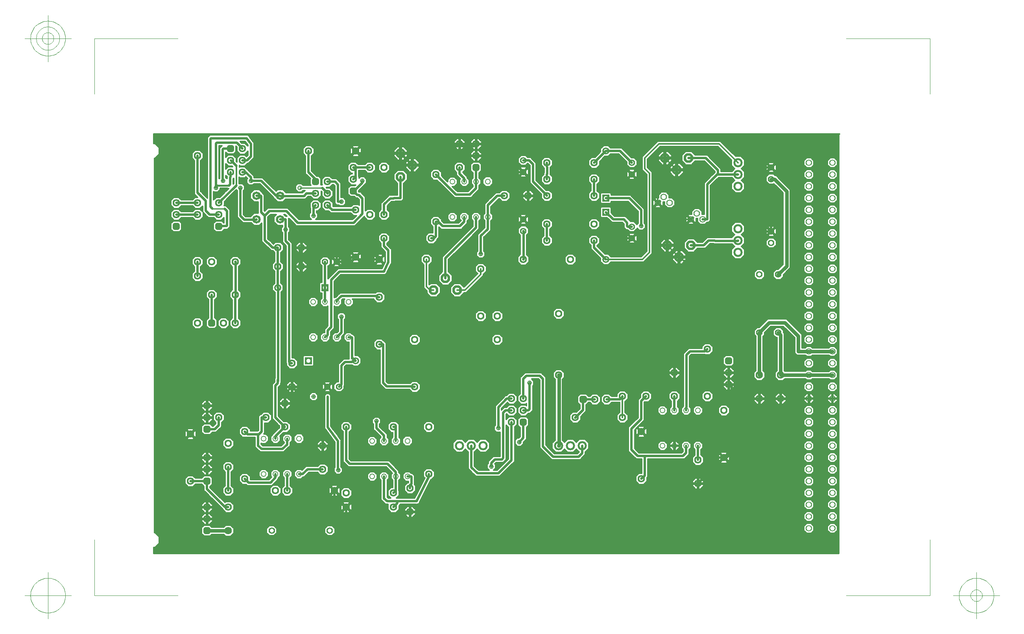
<source format=gbr>
G04 Generated by Ultiboard 10.0 *
%FSLAX25Y25*%
%MOIN*%

%ADD10C,0.02000*%
%ADD11C,0.01394*%
%ADD12C,0.03000*%
%ADD13C,0.01100*%
%ADD14C,0.01500*%
%ADD15C,0.01000*%
%ADD16C,0.00394*%
%ADD17C,0.03937X0.02362*%
%ADD18C,0.06334X0.03500*%
%ADD19C,0.05500X0.04000*%
%ADD20C,0.08334X0.04333*%
%ADD21C,0.04900X0.03500*%
%ADD22C,0.05512X0.03150*%
%ADD23C,0.05906X0.03543*%
%ADD24R,0.05906X0.05906X0.03543*%
%ADD25R,0.02083X0.02083X0.03917*%
%ADD26C,0.03917*%
%ADD27C,0.07166X0.03500*%
%ADD28C,0.07834X0.04667*%
%ADD29C,0.05337X0.03937*%


G04 ColorRGB 0000FF for the following layer *
%LNCopper Bottom*%
%LPD*%
%FSLAX25Y25*%
%MOIN*%
G54D10*
X518295Y102044D02*
X502752Y102044D01*
X502166Y102629D02*
X502166Y117424D01*
X502166Y102629D02*
X502752Y102044D01*
X502713Y88713D02*
X494000Y80000D01*
X502713Y102091D02*
X502713Y88713D01*
X502166Y117424D02*
X498430Y121160D01*
X502000Y194000D02*
X499929Y191929D01*
X507434Y201032D02*
X488926Y201032D01*
X501969Y304134D02*
X501835Y304000D01*
X531620Y268701D02*
X504921Y268701D01*
X504921Y268701D02*
X504921Y200787D01*
X508291Y286000D02*
X503000Y286000D01*
X503000Y286000D02*
X499000Y282000D01*
X501969Y333722D02*
X501969Y304134D01*
X510800Y342554D02*
X501969Y333722D01*
X500673Y356000D02*
X510800Y345873D01*
X250984Y162402D02*
X230315Y162402D01*
X251386Y162000D02*
X250984Y162402D01*
X254000Y162000D02*
X251386Y162000D01*
X265748Y345293D02*
X248031Y327577D01*
X252000Y350000D02*
X242000Y360000D01*
X265874Y350000D02*
X252000Y350000D01*
X250000Y56000D02*
X248118Y56000D01*
X250000Y78551D02*
X251173Y79724D01*
X250000Y76000D02*
X250000Y78551D01*
X255626Y65016D02*
X239418Y65016D01*
X250803Y86000D02*
X248000Y86000D01*
X251173Y79724D02*
X251173Y85630D01*
X251173Y85630D02*
X250803Y86000D01*
X157091Y263707D02*
X157091Y190653D01*
X177818Y267818D02*
X177818Y234182D01*
X183071Y252590D02*
X183071Y212598D01*
X190276Y259795D02*
X183071Y252590D01*
X102094Y267906D02*
X102094Y237920D01*
X137930Y263930D02*
X137930Y246070D01*
X147638Y183071D02*
X147638Y279035D01*
X141921Y109252D02*
X124205Y109252D01*
X121999Y121863D02*
X124205Y124069D01*
X124205Y124069D02*
X124205Y135827D01*
X113200Y80800D02*
X131800Y80800D01*
X124205Y109252D02*
X121252Y112205D01*
X124205Y135827D02*
X124378Y136000D01*
X124378Y136000D02*
X128000Y136000D01*
X147750Y102199D02*
X68015Y102199D01*
X112137Y121863D02*
X110000Y124000D01*
X88000Y129500D02*
X84500Y126000D01*
X84500Y126000D02*
X78000Y126000D01*
X64000Y82000D02*
X78000Y82000D01*
X93300Y60000D02*
X78000Y75300D01*
X93300Y60000D02*
X96000Y60000D01*
X95977Y75472D02*
X95977Y93977D01*
X96000Y74000D02*
X96000Y75449D01*
X78000Y75300D02*
X78000Y82000D01*
X113200Y80800D02*
X110000Y84000D01*
X121999Y121863D02*
X112137Y121863D01*
X121252Y112205D02*
X121252Y121116D01*
X121252Y121116D02*
X121999Y121863D01*
X88000Y129500D02*
X88000Y136000D01*
X81924Y239924D02*
X81924Y216076D01*
X81924Y216076D02*
X82000Y216000D01*
X82000Y240000D02*
X81924Y239924D01*
X102044Y237870D02*
X102044Y216044D01*
X102044Y216044D02*
X102000Y216000D01*
X102094Y237920D02*
X102044Y237870D01*
X143856Y128000D02*
X135966Y120110D01*
X189013Y116052D02*
X180154Y127863D01*
X180154Y127863D02*
X180154Y153543D01*
X238062Y127707D02*
X237769Y128000D01*
X195924Y127924D02*
X196000Y128000D01*
X175952Y112048D02*
X175952Y159449D01*
X195924Y99541D02*
X195924Y127924D01*
X228051Y120563D02*
X221646Y126969D01*
X238062Y116062D02*
X238062Y127707D01*
X221646Y126969D02*
X221646Y132874D01*
X189165Y62008D02*
X186013Y65161D01*
X193992Y62008D02*
X189165Y62008D01*
X189013Y91778D02*
X189013Y116052D01*
X189013Y91778D02*
X189165Y91626D01*
X189165Y91626D02*
X189165Y91535D01*
X163091Y92035D02*
X159055Y88000D01*
X159055Y88000D02*
X156000Y88000D01*
X161591Y108252D02*
X153803Y108252D01*
X131800Y80800D02*
X136000Y85000D01*
X136000Y88000D02*
X136000Y85000D01*
X146024Y87976D02*
X146024Y74024D01*
X145874Y113205D02*
X141921Y109252D01*
X135966Y120110D02*
X135966Y118034D01*
X153803Y108252D02*
X147750Y102199D01*
X146000Y116283D02*
X145874Y116157D01*
X145874Y116157D02*
X145874Y113205D01*
X146000Y118000D02*
X146000Y116283D01*
X183260Y76740D02*
X183260Y95812D01*
X183260Y95812D02*
X180307Y98765D01*
X175965Y92035D02*
X163091Y92035D01*
X186000Y74000D02*
X183260Y76740D01*
X186013Y65161D02*
X186013Y71066D01*
X186000Y71079D02*
X186000Y74000D01*
X175965Y92035D02*
X176000Y92000D01*
X171599Y112055D02*
X165393Y112055D01*
X171654Y112000D02*
X171599Y112055D01*
X176000Y112000D02*
X171654Y112000D01*
X165393Y112055D02*
X161591Y108252D01*
X180307Y98765D02*
X180307Y112000D01*
X176000Y112000D02*
X175952Y112048D01*
X180307Y112000D02*
X176000Y112000D01*
X196000Y60000D02*
X193992Y62008D01*
X239418Y65016D02*
X239362Y64961D01*
X230504Y64961D02*
X228051Y67413D01*
X239362Y64961D02*
X230504Y64961D01*
X236000Y60000D02*
X239362Y63362D01*
X239362Y63362D02*
X239362Y64961D01*
X242315Y50197D02*
X199526Y50197D01*
X199526Y50197D02*
X196024Y53700D01*
X196024Y53700D02*
X196024Y59976D01*
X248118Y56000D02*
X242315Y50197D01*
X231001Y96688D02*
X198776Y96688D01*
X198776Y96688D02*
X195924Y99541D01*
X237959Y89730D02*
X231001Y96688D01*
X238012Y84027D02*
X238012Y73819D01*
X238012Y73819D02*
X237819Y73819D01*
X237819Y73819D02*
X236000Y72000D01*
X237959Y86041D02*
X237959Y89730D01*
X238000Y86000D02*
X237959Y86041D01*
X238000Y86000D02*
X238000Y84039D01*
X228051Y67413D02*
X228051Y85949D01*
X228051Y85949D02*
X228000Y86000D01*
X238000Y116000D02*
X238062Y116062D01*
X228051Y116051D02*
X228000Y116000D01*
X228051Y116051D02*
X228051Y120563D01*
X191929Y239173D02*
X188000Y235244D01*
X191974Y207974D02*
X188000Y204000D01*
X191929Y164087D02*
X189843Y162000D01*
X188000Y235244D02*
X188000Y234000D01*
X157396Y190347D02*
X157396Y159549D01*
X157091Y190653D02*
X157396Y190347D01*
X138135Y246000D02*
X138135Y166554D01*
X177449Y159449D02*
X152551Y159449D01*
X152551Y159449D02*
X150000Y162000D01*
X135900Y136100D02*
X135900Y162900D01*
X144000Y128000D02*
X135900Y136100D01*
X143856Y128000D02*
X144000Y128000D01*
X137900Y164900D02*
X137900Y168000D01*
X135900Y162900D02*
X137900Y164900D01*
X150000Y162000D02*
X147638Y159638D01*
X148709Y182000D02*
X147638Y183071D01*
X150000Y182000D02*
X148709Y182000D01*
X180000Y162000D02*
X177449Y159449D01*
X168154Y153543D02*
X168307Y153543D01*
X138000Y246000D02*
X138135Y246000D01*
X137930Y246070D02*
X138000Y246000D01*
X180118Y206118D02*
X178000Y204000D01*
X180118Y209646D02*
X180118Y206118D01*
X183071Y212598D02*
X180118Y209646D01*
X177818Y234182D02*
X177968Y234032D01*
X200787Y186024D02*
X200787Y203740D01*
X227362Y165354D02*
X227362Y197835D01*
X204000Y184000D02*
X201717Y184000D01*
X204000Y184000D02*
X201976Y186024D01*
X191929Y180118D02*
X191929Y164087D01*
X201717Y184000D02*
X200787Y183071D01*
X200787Y183071D02*
X194882Y183071D01*
X194882Y183071D02*
X191929Y180118D01*
X201976Y186024D02*
X200787Y186024D01*
X237769Y128000D02*
X236000Y128000D01*
X230315Y162402D02*
X227362Y165354D01*
X221457Y239173D02*
X196358Y239173D01*
X222630Y238000D02*
X221457Y239173D01*
X191974Y221412D02*
X191929Y221457D01*
X191974Y207974D02*
X191974Y221412D01*
X200787Y203740D02*
X200528Y204000D01*
X200528Y204000D02*
X198000Y204000D01*
X196358Y239173D02*
X191929Y239173D01*
X227197Y198000D02*
X224000Y198000D01*
X227362Y197835D02*
X227197Y198000D01*
X224000Y238000D02*
X222630Y238000D01*
X123723Y324000D02*
X124016Y323708D01*
X124016Y310163D02*
X124016Y323708D01*
X136630Y324000D02*
X123877Y336753D01*
X127030Y307148D02*
X124016Y310163D01*
X130771Y310889D02*
X126969Y307087D01*
X126969Y286417D02*
X126969Y307087D01*
X129221Y284165D02*
X126969Y286417D01*
X70000Y308000D02*
X52000Y308000D01*
X70000Y318000D02*
X52000Y318000D01*
X93012Y312992D02*
X94885Y311119D01*
X106299Y307087D02*
X106299Y330709D01*
X76772Y311516D02*
X76772Y319781D01*
X81024Y314645D02*
X82677Y312992D01*
X81024Y372261D02*
X81024Y314645D01*
X94885Y311119D02*
X94885Y298814D01*
X94300Y298228D02*
X88000Y298228D01*
X94885Y298814D02*
X94300Y298228D01*
X70013Y267987D02*
X70013Y256013D01*
X80348Y307939D02*
X76772Y311516D01*
X87939Y307939D02*
X80348Y307939D01*
X88000Y298228D02*
X88000Y298000D01*
X102094Y267906D02*
X102000Y268000D01*
X109602Y303784D02*
X106299Y307087D01*
X119784Y303784D02*
X109602Y303784D01*
X119784Y303784D02*
X120000Y304000D01*
X102864Y332864D02*
X88000Y318000D01*
X91866Y363942D02*
X97942Y363942D01*
X103346Y369094D02*
X86213Y369094D01*
X111539Y372847D02*
X81610Y372847D01*
X70000Y326552D02*
X70000Y358000D01*
X91280Y336614D02*
X91280Y363356D01*
X85627Y368509D02*
X85627Y333344D01*
X76772Y319781D02*
X70000Y326552D01*
X85630Y330709D02*
X85630Y333661D01*
X91535Y336614D02*
X91280Y336614D01*
X85627Y333344D02*
X86213Y332759D01*
X91866Y363942D02*
X91280Y363356D01*
X85627Y368509D02*
X86213Y369094D01*
X81024Y372261D02*
X81610Y372847D01*
X108000Y344000D02*
X110724Y344000D01*
X110724Y344000D02*
X115157Y339567D01*
X96538Y332759D02*
X97441Y333661D01*
X97441Y333661D02*
X97441Y339567D01*
X97441Y339567D02*
X98000Y340126D01*
X98000Y340126D02*
X98000Y344000D01*
X123723Y324000D02*
X120000Y324000D01*
X115296Y336753D02*
X115157Y336614D01*
X123877Y336753D02*
X115296Y336753D01*
X115157Y339567D02*
X115157Y336614D01*
X111874Y354000D02*
X115205Y357331D01*
X108000Y354000D02*
X111874Y354000D01*
X115157Y368023D02*
X111539Y372847D01*
X108000Y364000D02*
X106299Y365701D01*
X98171Y354000D02*
X102864Y349308D01*
X106299Y365701D02*
X106299Y366142D01*
X106299Y366142D02*
X103346Y369094D01*
X115205Y357331D02*
X115205Y364618D01*
X115205Y364618D02*
X115157Y364665D01*
X115157Y364665D02*
X115157Y368023D01*
X188976Y318898D02*
X188976Y333459D01*
X188976Y333459D02*
X186474Y335961D01*
X187944Y267898D02*
X187843Y268000D01*
X187824Y272806D02*
X180621Y280009D01*
X187824Y269854D02*
X187824Y272806D01*
X187843Y268000D02*
X187843Y269835D01*
X227762Y259795D02*
X190276Y259795D01*
X191929Y318898D02*
X188976Y318898D01*
X202561Y312189D02*
X183874Y312189D01*
X196585Y267898D02*
X187944Y267898D01*
X202269Y301187D02*
X171265Y301187D01*
X183874Y312189D02*
X183071Y312992D01*
X183071Y312992D02*
X183008Y312992D01*
X168307Y314307D02*
X170000Y316000D01*
X168307Y307087D02*
X168307Y314307D01*
X183008Y312992D02*
X180000Y316000D01*
X158009Y280009D02*
X156496Y278496D01*
X180621Y280009D02*
X158009Y280009D01*
X158000Y264000D02*
X157383Y264000D01*
X157091Y263707D02*
X157383Y264000D01*
X156496Y265504D02*
X158000Y264000D01*
X156496Y278496D02*
X156496Y265504D01*
X171260Y301181D02*
X154791Y301181D01*
X144685Y285572D02*
X147638Y282619D01*
X147638Y279035D02*
X147638Y282619D01*
X129485Y284165D02*
X129221Y284165D01*
X133650Y280000D02*
X129485Y284165D01*
X138035Y279965D02*
X138035Y264000D01*
X137930Y263930D02*
X138000Y264000D01*
X133650Y280000D02*
X138000Y280000D01*
X144685Y304000D02*
X140000Y304000D01*
X145082Y310889D02*
X130771Y310889D01*
X154791Y301181D02*
X145082Y310889D01*
X144685Y285572D02*
X144685Y304000D01*
X177818Y267818D02*
X178000Y268000D01*
X160156Y323856D02*
X158502Y323856D01*
X158499Y323853D02*
X140147Y323853D01*
X140147Y323853D02*
X140000Y324000D01*
X140000Y324000D02*
X136630Y324000D01*
X163957Y343917D02*
X163957Y361957D01*
X162300Y326000D02*
X170000Y326000D01*
X160156Y323856D02*
X162300Y326000D01*
X170000Y337874D02*
X163957Y343917D01*
X170000Y336000D02*
X170000Y337874D01*
X179992Y326406D02*
X175689Y330709D01*
X180406Y326406D02*
X180000Y326000D01*
X180406Y326406D02*
X179992Y326406D01*
X186474Y335961D02*
X180039Y335961D01*
X163957Y361957D02*
X164000Y362000D01*
X246555Y315945D02*
X236220Y315945D01*
X248031Y317421D02*
X246555Y315945D01*
X209646Y321850D02*
X209646Y308563D01*
X228065Y316648D02*
X228065Y308065D01*
X233268Y321850D02*
X228065Y316648D01*
X234818Y314542D02*
X234818Y304207D01*
X236220Y315945D02*
X234818Y314542D01*
X223852Y270148D02*
X205852Y270148D01*
X204000Y272000D02*
X200687Y272000D01*
X205852Y270148D02*
X204000Y272000D01*
X200687Y272000D02*
X196585Y267898D01*
X202750Y312000D02*
X204000Y312000D01*
X202561Y312189D02*
X202750Y312000D01*
X209646Y308563D02*
X202269Y301187D01*
X228000Y281350D02*
X228000Y288000D01*
X222657Y299428D02*
X222657Y271343D01*
X231715Y277635D02*
X231715Y267701D01*
X231715Y267701D02*
X227762Y259795D01*
X228000Y281350D02*
X231715Y277635D01*
X222657Y271343D02*
X224000Y270000D01*
X234818Y304207D02*
X231791Y301181D01*
X231791Y301181D02*
X224409Y301181D01*
X224409Y301181D02*
X222657Y299428D01*
X242000Y360000D02*
X206000Y360000D01*
X215975Y347975D02*
X202025Y347975D01*
X203740Y346260D02*
X203740Y339567D01*
X202000Y348000D02*
X203740Y346260D01*
X209543Y335035D02*
X202461Y327953D01*
X206693Y324803D02*
X209646Y321850D01*
X205197Y324803D02*
X206693Y324803D01*
X202000Y328000D02*
X205197Y324803D01*
X203567Y339567D02*
X202000Y338000D01*
X203740Y339567D02*
X203567Y339567D01*
X202461Y327953D02*
X202461Y327539D01*
X209646Y336614D02*
X209543Y336614D01*
X209543Y336614D02*
X209543Y335035D01*
X206000Y360000D02*
X204000Y362000D01*
X242000Y322000D02*
X236370Y322000D01*
X236370Y322000D02*
X236220Y321850D01*
X236220Y321850D02*
X233268Y321850D01*
X242000Y340000D02*
X242000Y322000D01*
X248031Y327577D02*
X248031Y317421D01*
X392990Y102749D02*
X371271Y102749D01*
X328909Y139953D02*
X328909Y101546D01*
X362544Y111476D02*
X362544Y168769D01*
X324856Y126969D02*
X324856Y144738D01*
X336061Y131939D02*
X336061Y99744D01*
X346070Y131930D02*
X346070Y118707D01*
X324900Y88583D02*
X307087Y88583D01*
X266000Y85764D02*
X255626Y65016D01*
X266000Y85764D02*
X266000Y88000D01*
X301934Y93735D02*
X301934Y111934D01*
X307087Y88583D02*
X301934Y93735D01*
X346070Y118707D02*
X342520Y115157D01*
X336061Y99744D02*
X324900Y88583D01*
X318898Y97441D02*
X318898Y94488D01*
X328909Y101546D02*
X327756Y100394D01*
X327756Y100394D02*
X321850Y100394D01*
X321850Y100394D02*
X318898Y97441D01*
X371271Y102749D02*
X362544Y111476D01*
X348425Y171260D02*
X346022Y168857D01*
X346022Y168857D02*
X346022Y152022D01*
X350342Y142035D02*
X346035Y142035D01*
X360053Y171260D02*
X348425Y171260D01*
X346070Y131930D02*
X346000Y132000D01*
X335930Y141930D02*
X330885Y141930D01*
X330885Y141930D02*
X328909Y139953D01*
X324856Y144738D02*
X332059Y151941D01*
X332059Y151941D02*
X335941Y151941D01*
X336000Y142000D02*
X335930Y141930D01*
X351378Y143071D02*
X351378Y165354D01*
X350342Y142035D02*
X351378Y143071D01*
X362544Y168769D02*
X360053Y171260D01*
X448819Y121181D02*
X446000Y124000D01*
X437711Y108549D02*
X437711Y126519D01*
X437711Y126519D02*
X445866Y134674D01*
X448819Y103346D02*
X442913Y103346D01*
X442913Y103346D02*
X437711Y108549D01*
X395917Y105676D02*
X392990Y102749D01*
X395917Y111917D02*
X395917Y105676D01*
X396000Y112000D02*
X395917Y111917D01*
X498430Y121160D02*
X472538Y121160D01*
X472538Y121160D02*
X472441Y121063D01*
X481299Y103346D02*
X448819Y103346D01*
X474041Y120477D02*
X473455Y121063D01*
X473455Y121063D02*
X448819Y121063D01*
X474041Y112041D02*
X474041Y120477D01*
X448819Y103346D02*
X448819Y86819D01*
X448819Y86819D02*
X446000Y84000D01*
X448819Y121063D02*
X448819Y121181D01*
X484000Y112000D02*
X484000Y109504D01*
X484002Y109502D02*
X484002Y106049D01*
X484002Y106049D02*
X481299Y103346D01*
X493963Y111963D02*
X493963Y100037D01*
X389954Y135696D02*
X396654Y142396D01*
X396654Y142396D02*
X396654Y151346D01*
X406659Y151341D02*
X406708Y151292D01*
X406659Y151341D02*
X396757Y151341D01*
X427891Y151241D02*
X418641Y151241D01*
X418590Y151292D02*
X416708Y151292D01*
X430000Y153350D02*
X427891Y151241D01*
X430000Y153350D02*
X430000Y154000D01*
X488926Y201032D02*
X474049Y186156D01*
X484252Y188976D02*
X484252Y144685D01*
X487205Y191929D02*
X484252Y188976D01*
X474041Y153959D02*
X474000Y154000D01*
X474041Y153959D02*
X474041Y142041D01*
X474041Y142041D02*
X474000Y142000D01*
X474049Y186156D02*
X474049Y174000D01*
X445866Y134674D02*
X445866Y150043D01*
X449823Y154000D02*
X450000Y154000D01*
X445866Y150043D02*
X449823Y154000D01*
X484000Y144433D02*
X484000Y142000D01*
X484252Y144685D02*
X484000Y144433D01*
X499929Y191929D02*
X487205Y191929D01*
X387750Y293470D02*
X374060Y307160D01*
X313292Y358033D02*
X306033Y358033D01*
X315945Y355381D02*
X313292Y358033D01*
X315945Y348425D02*
X315945Y355381D01*
X320298Y344072D02*
X315945Y348425D01*
X324000Y324000D02*
X315948Y315948D01*
X315948Y306000D02*
X315811Y306000D01*
X315948Y315948D02*
X315948Y306000D01*
X315811Y295800D02*
X315811Y306000D01*
X315811Y295800D02*
X310039Y290028D01*
X292323Y298228D02*
X277559Y298228D01*
X306000Y297000D02*
X280000Y271000D01*
X280000Y271000D02*
X280000Y254000D01*
X270283Y288000D02*
X268000Y288000D01*
X272004Y301996D02*
X272004Y289720D01*
X277559Y298228D02*
X273787Y302000D01*
X272004Y289720D02*
X270283Y288000D01*
X273787Y302000D02*
X272000Y302000D01*
X310039Y290028D02*
X310039Y274606D01*
X296026Y301931D02*
X292323Y298228D01*
X296026Y305974D02*
X296026Y301931D01*
X306000Y297000D02*
X306000Y306000D01*
X290142Y366142D02*
X268701Y366142D01*
X272000Y342000D02*
X289000Y325000D01*
X265748Y363189D02*
X265748Y345293D01*
X268701Y366142D02*
X265748Y363189D01*
X292026Y342817D02*
X292026Y347974D01*
X306000Y330500D02*
X306000Y348000D01*
X301000Y325250D02*
X300750Y325000D01*
X301000Y325500D02*
X301000Y325250D01*
X306000Y330500D02*
X301000Y325500D01*
X300750Y325000D02*
X289000Y325000D01*
X296000Y338843D02*
X292026Y342817D01*
X296000Y336000D02*
X296000Y338843D01*
X303841Y366142D02*
X293858Y366142D01*
X292000Y368000D02*
X290142Y366142D01*
X293858Y366142D02*
X292000Y368000D01*
X306000Y368000D02*
X306000Y358000D01*
X304142Y366142D02*
X304134Y366142D01*
X306000Y368000D02*
X304142Y366142D01*
X349925Y323925D02*
X349925Y307925D01*
X349925Y307925D02*
X346000Y304000D01*
X349160Y307160D02*
X346000Y304000D01*
X346072Y294085D02*
X346000Y294157D01*
X346072Y270072D02*
X346000Y270000D01*
X346072Y294085D02*
X346072Y270072D01*
X374060Y307160D02*
X349160Y307160D01*
X365892Y299892D02*
X366000Y300000D01*
X365892Y299892D02*
X365892Y286108D01*
X365892Y286108D02*
X366000Y286000D01*
X345915Y344072D02*
X346000Y344157D01*
X345915Y344072D02*
X320298Y344072D01*
X346000Y344095D02*
X346000Y344157D01*
X349878Y340217D02*
X346000Y344095D01*
X351028Y354028D02*
X346028Y354028D01*
X330000Y324000D02*
X324000Y324000D01*
X354331Y335911D02*
X354331Y350725D01*
X366000Y348567D02*
X366142Y348425D01*
X366142Y348425D02*
X366142Y342520D01*
X366000Y324242D02*
X354331Y335911D01*
X349878Y324122D02*
X349878Y340217D01*
X350000Y324000D02*
X349925Y323925D01*
X349878Y324122D02*
X350000Y324000D01*
X366000Y324242D02*
X366000Y324000D01*
X366000Y342378D02*
X366000Y338000D01*
X366142Y342520D02*
X366000Y342378D01*
X354331Y350725D02*
X351028Y354028D01*
X366000Y352000D02*
X366000Y348567D01*
X435858Y321887D02*
X445866Y311878D01*
X416000Y270089D02*
X405933Y280156D01*
X427002Y293470D02*
X387750Y293470D01*
X405933Y280156D02*
X405933Y285933D01*
X405933Y285933D02*
X406000Y286000D01*
X431102Y304134D02*
X422244Y304134D01*
X427002Y293470D02*
X432402Y288070D01*
X418913Y307087D02*
X416000Y310000D01*
X419291Y307087D02*
X418913Y307087D01*
X422244Y304134D02*
X419291Y307087D01*
X434055Y301181D02*
X431102Y304134D01*
X434055Y298228D02*
X434055Y301181D01*
X434441Y297843D02*
X434055Y298228D01*
X438000Y297843D02*
X434441Y297843D01*
X435490Y288065D02*
X435425Y288000D01*
X432402Y288070D02*
X435355Y288070D01*
X407480Y353583D02*
X407480Y353480D01*
X407480Y353480D02*
X406000Y352000D01*
X414133Y360236D02*
X407480Y353583D01*
X406028Y337972D02*
X406028Y324028D01*
X435858Y321887D02*
X416113Y321887D01*
X416113Y321887D02*
X416000Y322000D01*
X428036Y362036D02*
X416036Y362036D01*
X414236Y360236D02*
X414133Y360236D01*
X416036Y362036D02*
X414236Y360236D01*
X438000Y352072D02*
X428036Y362036D01*
X438000Y352072D02*
X438000Y352000D01*
X463000Y315000D02*
X460000Y318000D01*
X463583Y292323D02*
X463583Y314417D01*
X445866Y311878D02*
X445866Y298228D01*
X463935Y288065D02*
X464000Y288000D01*
X464000Y291906D02*
X463583Y292323D01*
X464000Y288000D02*
X464000Y291906D01*
X499000Y282000D02*
X488000Y282000D01*
X501835Y304000D02*
X498000Y304000D01*
X500673Y356000D02*
X486000Y356000D01*
X522635Y138780D02*
X522635Y106296D01*
X522635Y106296D02*
X518339Y102000D01*
X518295Y102044D02*
X518339Y102000D01*
X586046Y151991D02*
X565529Y151991D01*
X565520Y152000D02*
X564000Y152000D01*
X510674Y177565D02*
X510674Y197792D01*
X545907Y152093D02*
X522638Y152093D01*
X522638Y153543D02*
X522638Y162402D01*
X522638Y140256D02*
X522638Y138780D01*
X522638Y153543D02*
X522638Y140256D01*
X522638Y162402D02*
X521598Y162402D01*
X519982Y173982D02*
X519982Y164000D01*
X520000Y174000D02*
X516945Y174000D01*
X521598Y162402D02*
X520000Y164000D01*
X514227Y174013D02*
X510674Y177565D01*
X516932Y174013D02*
X514227Y174013D01*
X562424Y151991D02*
X547813Y151991D01*
X546000Y152000D02*
X545907Y152093D01*
X547803Y152000D02*
X546000Y152000D01*
X564000Y152000D02*
X562433Y152000D01*
X507434Y201032D02*
X510674Y197792D01*
X586055Y152000D02*
X603000Y152000D01*
X607961Y152000D02*
X603000Y152000D01*
X555871Y320806D02*
X555871Y293972D01*
X541804Y293773D02*
X537402Y289370D01*
X537402Y280512D02*
X537349Y280459D01*
X537349Y280459D02*
X537349Y274430D01*
X537402Y289370D02*
X537402Y280512D01*
X537349Y274430D02*
X531620Y268701D01*
X527867Y285867D02*
X508424Y285867D01*
X527867Y285867D02*
X528000Y286000D01*
X553615Y293773D02*
X541804Y293773D01*
X555871Y293972D02*
X556000Y293843D01*
X553685Y293843D02*
X553615Y293773D01*
X556000Y293843D02*
X553685Y293843D01*
X510800Y345873D02*
X510800Y342554D01*
X523088Y342070D02*
X511085Y342070D01*
X511085Y342070D02*
X510700Y342454D01*
X523157Y342000D02*
X523088Y342070D01*
X528000Y342000D02*
X523157Y342000D01*
X552591Y348000D02*
X551740Y348000D01*
X556000Y348000D02*
X552591Y348000D01*
X549213Y345472D02*
X549213Y327464D01*
X551740Y348000D02*
X549213Y345472D01*
X549213Y327464D02*
X555871Y320806D01*
G54D11*
X481500Y269000D02*
X504850Y269000D01*
X512000Y368000D02*
X461000Y368000D01*
X499556Y353303D02*
X508103Y344756D01*
X508103Y344756D02*
X508103Y343671D01*
X508103Y343671D02*
X505385Y340953D01*
X505385Y340953D02*
X498818Y340953D01*
X498818Y340953D02*
X498818Y353303D01*
X498818Y353303D02*
X499556Y353303D01*
G36*
X499556Y353303D02*
X508103Y344756D01*
X508103Y343671D01*
X505385Y340953D01*
X498818Y340953D01*
X498818Y353303D01*
X499556Y353303D01*
G37*
X499556Y353303D02*
X508103Y344756D01*
X508103Y344756D02*
X508103Y343671D01*
X508103Y343671D02*
X505385Y340953D01*
X505385Y340953D02*
X498818Y340953D01*
X498818Y340953D02*
X498818Y353303D01*
X498818Y353303D02*
X499556Y353303D01*
X522758Y339303D02*
X525061Y337000D01*
X525061Y337000D02*
X522386Y334325D01*
X522386Y334325D02*
X522386Y329675D01*
X522386Y329675D02*
X524849Y327212D01*
X524849Y327212D02*
X504665Y327212D01*
X504665Y327212D02*
X504665Y332605D01*
X504665Y332605D02*
X511433Y339373D01*
X511433Y339373D02*
X521971Y339373D01*
X521971Y339373D02*
X522040Y339303D01*
X522040Y339303D02*
X522758Y339303D01*
G36*
X522758Y339303D02*
X525061Y337000D01*
X522386Y334325D01*
X522386Y329675D01*
X524849Y327212D01*
X504665Y327212D01*
X504665Y332605D01*
X511433Y339373D01*
X521971Y339373D01*
X522040Y339303D01*
X522758Y339303D01*
G37*
X522758Y339303D02*
X525061Y337000D01*
X525061Y337000D02*
X522386Y334325D01*
X522386Y334325D02*
X522386Y329675D01*
X522386Y329675D02*
X524849Y327212D01*
X524849Y327212D02*
X504665Y327212D01*
X504665Y327212D02*
X504665Y332605D01*
X504665Y332605D02*
X511433Y339373D01*
X511433Y339373D02*
X521971Y339373D01*
X521971Y339373D02*
X522040Y339303D01*
X522040Y339303D02*
X522758Y339303D01*
X498818Y376303D02*
X512992Y376303D01*
X512992Y376303D02*
X512992Y370394D01*
X512992Y370394D02*
X498818Y370394D01*
X498818Y370394D02*
X498818Y376303D01*
G36*
X498818Y376303D02*
X512992Y376303D01*
X512992Y370394D01*
X498818Y370394D01*
X498818Y376303D01*
G37*
X498818Y376303D02*
X512992Y376303D01*
X512992Y376303D02*
X512992Y370394D01*
X512992Y370394D02*
X498818Y370394D01*
X498818Y370394D02*
X498818Y376303D01*
X505385Y340953D02*
X499272Y334840D01*
X499272Y334840D02*
X499272Y327212D01*
X499272Y327212D02*
X498818Y327212D01*
X498818Y327212D02*
X498818Y340953D01*
X498818Y340953D02*
X505385Y340953D01*
G36*
X505385Y340953D02*
X499272Y334840D01*
X499272Y327212D01*
X498818Y327212D01*
X498818Y340953D01*
X505385Y340953D01*
G37*
X505385Y340953D02*
X499272Y334840D01*
X499272Y334840D02*
X499272Y327212D01*
X499272Y327212D02*
X498818Y327212D01*
X498818Y327212D02*
X498818Y340953D01*
X498818Y340953D02*
X505385Y340953D01*
X501790Y358697D02*
X498818Y358697D01*
X498818Y358697D02*
X498818Y365606D01*
X498818Y365606D02*
X511008Y365606D01*
X511008Y365606D02*
X512992Y363623D01*
X512992Y363623D02*
X512992Y347496D01*
X512992Y347496D02*
X501790Y358697D01*
G36*
X501790Y358697D02*
X498818Y358697D01*
X498818Y365606D01*
X511008Y365606D01*
X512992Y363623D01*
X512992Y347496D01*
X501790Y358697D01*
G37*
X501790Y358697D02*
X498818Y358697D01*
X498818Y358697D02*
X498818Y365606D01*
X498818Y365606D02*
X511008Y365606D01*
X511008Y365606D02*
X512992Y363623D01*
X512992Y363623D02*
X512992Y347496D01*
X512992Y347496D02*
X501790Y358697D01*
X524849Y327212D02*
X525675Y326386D01*
X525675Y326386D02*
X526750Y326386D01*
X526750Y326386D02*
X526750Y305117D01*
X526750Y305117D02*
X504665Y305117D01*
X504665Y305117D02*
X504665Y327212D01*
X504665Y327212D02*
X524849Y327212D01*
G36*
X524849Y327212D02*
X525675Y326386D01*
X526750Y326386D01*
X526750Y305117D01*
X504665Y305117D01*
X504665Y327212D01*
X524849Y327212D01*
G37*
X524849Y327212D02*
X525675Y326386D01*
X525675Y326386D02*
X526750Y326386D01*
X526750Y326386D02*
X526750Y305117D01*
X526750Y305117D02*
X504665Y305117D01*
X504665Y305117D02*
X504665Y327212D01*
X504665Y327212D02*
X524849Y327212D01*
X498818Y299553D02*
X499842Y299553D01*
X499842Y299553D02*
X501592Y301303D01*
X501592Y301303D02*
X502952Y301303D01*
X502952Y301303D02*
X504665Y303017D01*
X504665Y303017D02*
X504665Y305117D01*
X504665Y305117D02*
X526750Y305117D01*
X526750Y305117D02*
X526750Y301614D01*
X526750Y301614D02*
X525675Y301614D01*
X525675Y301614D02*
X522386Y298325D01*
X522386Y298325D02*
X522386Y293675D01*
X522386Y293675D02*
X525061Y291000D01*
X525061Y291000D02*
X522625Y288564D01*
X522625Y288564D02*
X509541Y288564D01*
X509541Y288564D02*
X509408Y288697D01*
X509408Y288697D02*
X501883Y288697D01*
X501883Y288697D02*
X500303Y287117D01*
X500303Y287117D02*
X498818Y287117D01*
X498818Y287117D02*
X498818Y299553D01*
G36*
X498818Y299553D02*
X499842Y299553D01*
X501592Y301303D01*
X502952Y301303D01*
X504665Y303017D01*
X504665Y305117D01*
X526750Y305117D01*
X526750Y301614D01*
X525675Y301614D01*
X522386Y298325D01*
X522386Y293675D01*
X525061Y291000D01*
X522625Y288564D01*
X509541Y288564D01*
X509408Y288697D01*
X501883Y288697D01*
X500303Y287117D01*
X498818Y287117D01*
X498818Y299553D01*
G37*
X498818Y299553D02*
X499842Y299553D01*
X499842Y299553D02*
X501592Y301303D01*
X501592Y301303D02*
X502952Y301303D01*
X502952Y301303D02*
X504665Y303017D01*
X504665Y303017D02*
X504665Y305117D01*
X504665Y305117D02*
X526750Y305117D01*
X526750Y305117D02*
X526750Y301614D01*
X526750Y301614D02*
X525675Y301614D01*
X525675Y301614D02*
X522386Y298325D01*
X522386Y298325D02*
X522386Y293675D01*
X522386Y293675D02*
X525061Y291000D01*
X525061Y291000D02*
X522625Y288564D01*
X522625Y288564D02*
X509541Y288564D01*
X509541Y288564D02*
X509408Y288697D01*
X509408Y288697D02*
X501883Y288697D01*
X501883Y288697D02*
X500303Y287117D01*
X500303Y287117D02*
X498818Y287117D01*
X498818Y287117D02*
X498818Y299553D01*
X522890Y283170D02*
X525061Y281000D01*
X525061Y281000D02*
X522386Y278325D01*
X522386Y278325D02*
X522386Y275727D01*
X522386Y275727D02*
X498818Y275727D01*
X498818Y275727D02*
X498818Y279303D01*
X498818Y279303D02*
X500117Y279303D01*
X500117Y279303D02*
X504117Y283303D01*
X504117Y283303D02*
X507174Y283303D01*
X507174Y283303D02*
X507307Y283170D01*
X507307Y283170D02*
X522890Y283170D01*
G36*
X522890Y283170D02*
X525061Y281000D01*
X522386Y278325D01*
X522386Y275727D01*
X498818Y275727D01*
X498818Y279303D01*
X500117Y279303D01*
X504117Y283303D01*
X507174Y283303D01*
X507307Y283170D01*
X522890Y283170D01*
G37*
X522890Y283170D02*
X525061Y281000D01*
X525061Y281000D02*
X522386Y278325D01*
X522386Y278325D02*
X522386Y275727D01*
X522386Y275727D02*
X498818Y275727D01*
X498818Y275727D02*
X498818Y279303D01*
X498818Y279303D02*
X500117Y279303D01*
X500117Y279303D02*
X504117Y283303D01*
X504117Y283303D02*
X507174Y283303D01*
X507174Y283303D02*
X507307Y283170D01*
X507307Y283170D02*
X522890Y283170D01*
X550453Y258568D02*
X550453Y259057D01*
X550453Y259057D02*
X547844Y261665D01*
X547844Y261665D02*
X544156Y261665D01*
X544156Y261665D02*
X541547Y259057D01*
X541547Y259057D02*
X541547Y258568D01*
X541547Y258568D02*
X498818Y258568D01*
X498818Y258568D02*
X498818Y275727D01*
X498818Y275727D02*
X522386Y275727D01*
X522386Y275727D02*
X522386Y273675D01*
X522386Y273675D02*
X525675Y270386D01*
X525675Y270386D02*
X530325Y270386D01*
X530325Y270386D02*
X533614Y273675D01*
X533614Y273675D02*
X533614Y275727D01*
X533614Y275727D02*
X557257Y275727D01*
X557257Y275727D02*
X557257Y258568D01*
X557257Y258568D02*
X550453Y258568D01*
G36*
X550453Y258568D02*
X550453Y259057D01*
X547844Y261665D01*
X544156Y261665D01*
X541547Y259057D01*
X541547Y258568D01*
X498818Y258568D01*
X498818Y275727D01*
X522386Y275727D01*
X522386Y273675D01*
X525675Y270386D01*
X530325Y270386D01*
X533614Y273675D01*
X533614Y275727D01*
X557257Y275727D01*
X557257Y258568D01*
X550453Y258568D01*
G37*
X550453Y258568D02*
X550453Y259057D01*
X550453Y259057D02*
X547844Y261665D01*
X547844Y261665D02*
X544156Y261665D01*
X544156Y261665D02*
X541547Y259057D01*
X541547Y259057D02*
X541547Y258568D01*
X541547Y258568D02*
X498818Y258568D01*
X498818Y258568D02*
X498818Y275727D01*
X498818Y275727D02*
X522386Y275727D01*
X522386Y275727D02*
X522386Y273675D01*
X522386Y273675D02*
X525675Y270386D01*
X525675Y270386D02*
X530325Y270386D01*
X530325Y270386D02*
X533614Y273675D01*
X533614Y273675D02*
X533614Y275727D01*
X533614Y275727D02*
X557257Y275727D01*
X557257Y275727D02*
X557257Y258568D01*
X557257Y258568D02*
X550453Y258568D01*
X541547Y258568D02*
X541547Y255368D01*
X541547Y255368D02*
X544156Y252760D01*
X544156Y252760D02*
X547844Y252760D01*
X547844Y252760D02*
X550453Y255368D01*
X550453Y255368D02*
X550453Y258568D01*
X550453Y258568D02*
X557257Y258568D01*
X557257Y258568D02*
X557257Y224242D01*
X557257Y224242D02*
X498818Y224242D01*
X498818Y224242D02*
X498818Y258568D01*
X498818Y258568D02*
X541547Y258568D01*
G36*
X541547Y258568D02*
X541547Y255368D01*
X544156Y252760D01*
X547844Y252760D01*
X550453Y255368D01*
X550453Y258568D01*
X557257Y258568D01*
X557257Y224242D01*
X498818Y224242D01*
X498818Y258568D01*
X541547Y258568D01*
G37*
X541547Y258568D02*
X541547Y255368D01*
X541547Y255368D02*
X544156Y252760D01*
X544156Y252760D02*
X547844Y252760D01*
X547844Y252760D02*
X550453Y255368D01*
X550453Y255368D02*
X550453Y258568D01*
X550453Y258568D02*
X557257Y258568D01*
X557257Y258568D02*
X557257Y224242D01*
X557257Y224242D02*
X498818Y224242D01*
X498818Y224242D02*
X498818Y258568D01*
X498818Y258568D02*
X541547Y258568D01*
X499889Y189232D02*
X499985Y189136D01*
X499985Y189136D02*
X504015Y189136D01*
X504015Y189136D02*
X506864Y191985D01*
X506864Y191985D02*
X506864Y196015D01*
X506864Y196015D02*
X504015Y198864D01*
X504015Y198864D02*
X499985Y198864D01*
X499985Y198864D02*
X498818Y197697D01*
X498818Y197697D02*
X498818Y224242D01*
X498818Y224242D02*
X517985Y224242D01*
X517985Y224242D02*
X517985Y188697D01*
X517985Y188697D02*
X517444Y188697D01*
X517444Y188697D02*
X515303Y186556D01*
X515303Y186556D02*
X515303Y181444D01*
X515303Y181444D02*
X517444Y179303D01*
X517444Y179303D02*
X517985Y179303D01*
X517985Y179303D02*
X517985Y178864D01*
X517985Y178864D02*
X515136Y176015D01*
X515136Y176015D02*
X515136Y174504D01*
X515136Y174504D02*
X517985Y174504D01*
X517985Y174504D02*
X517985Y173496D01*
X517985Y173496D02*
X515136Y173496D01*
X515136Y173496D02*
X515136Y172758D01*
X515136Y172758D02*
X498818Y172758D01*
X498818Y172758D02*
X498818Y189232D01*
X498818Y189232D02*
X499889Y189232D01*
G36*
X499889Y189232D02*
X499985Y189136D01*
X504015Y189136D01*
X506864Y191985D01*
X506864Y196015D01*
X504015Y198864D01*
X499985Y198864D01*
X498818Y197697D01*
X498818Y224242D01*
X517985Y224242D01*
X517985Y188697D01*
X517444Y188697D01*
X515303Y186556D01*
X515303Y181444D01*
X517444Y179303D01*
X517985Y179303D01*
X517985Y178864D01*
X515136Y176015D01*
X515136Y174504D01*
X517985Y174504D01*
X517985Y173496D01*
X515136Y173496D01*
X515136Y172758D01*
X498818Y172758D01*
X498818Y189232D01*
X499889Y189232D01*
G37*
X499889Y189232D02*
X499985Y189136D01*
X499985Y189136D02*
X504015Y189136D01*
X504015Y189136D02*
X506864Y191985D01*
X506864Y191985D02*
X506864Y196015D01*
X506864Y196015D02*
X504015Y198864D01*
X504015Y198864D02*
X499985Y198864D01*
X499985Y198864D02*
X498818Y197697D01*
X498818Y197697D02*
X498818Y224242D01*
X498818Y224242D02*
X517985Y224242D01*
X517985Y224242D02*
X517985Y188697D01*
X517985Y188697D02*
X517444Y188697D01*
X517444Y188697D02*
X515303Y186556D01*
X515303Y186556D02*
X515303Y181444D01*
X515303Y181444D02*
X517444Y179303D01*
X517444Y179303D02*
X517985Y179303D01*
X517985Y179303D02*
X517985Y178864D01*
X517985Y178864D02*
X515136Y176015D01*
X515136Y176015D02*
X515136Y174504D01*
X515136Y174504D02*
X517985Y174504D01*
X517985Y174504D02*
X517985Y173496D01*
X517985Y173496D02*
X515136Y173496D01*
X515136Y173496D02*
X515136Y172758D01*
X515136Y172758D02*
X498818Y172758D01*
X498818Y172758D02*
X498818Y189232D01*
X498818Y189232D02*
X499889Y189232D01*
X517985Y168864D02*
X515136Y166015D01*
X515136Y166015D02*
X515136Y164504D01*
X515136Y164504D02*
X517985Y164504D01*
X517985Y164504D02*
X517985Y163496D01*
X517985Y163496D02*
X515136Y163496D01*
X515136Y163496D02*
X515136Y161985D01*
X515136Y161985D02*
X498818Y161985D01*
X498818Y161985D02*
X498818Y172758D01*
X498818Y172758D02*
X515136Y172758D01*
X515136Y172758D02*
X515136Y171985D01*
X515136Y171985D02*
X517985Y169136D01*
X517985Y169136D02*
X517985Y168864D01*
G36*
X517985Y168864D02*
X515136Y166015D01*
X515136Y164504D01*
X517985Y164504D01*
X517985Y163496D01*
X515136Y163496D01*
X515136Y161985D01*
X498818Y161985D01*
X498818Y172758D01*
X515136Y172758D01*
X515136Y171985D01*
X517985Y169136D01*
X517985Y168864D01*
G37*
X517985Y168864D02*
X515136Y166015D01*
X515136Y166015D02*
X515136Y164504D01*
X515136Y164504D02*
X517985Y164504D01*
X517985Y164504D02*
X517985Y163496D01*
X517985Y163496D02*
X515136Y163496D01*
X515136Y163496D02*
X515136Y161985D01*
X515136Y161985D02*
X498818Y161985D01*
X498818Y161985D02*
X498818Y172758D01*
X498818Y172758D02*
X515136Y172758D01*
X515136Y172758D02*
X515136Y171985D01*
X515136Y171985D02*
X517985Y169136D01*
X517985Y169136D02*
X517985Y168864D01*
X504864Y149985D02*
X506864Y151985D01*
X506864Y151985D02*
X506864Y156015D01*
X506864Y156015D02*
X504015Y158864D01*
X504015Y158864D02*
X499985Y158864D01*
X499985Y158864D02*
X498818Y157697D01*
X498818Y157697D02*
X498818Y161985D01*
X498818Y161985D02*
X515136Y161985D01*
X515136Y161985D02*
X517985Y159136D01*
X517985Y159136D02*
X519496Y159136D01*
X519496Y159136D02*
X519496Y161985D01*
X519496Y161985D02*
X520504Y161985D01*
X520504Y161985D02*
X520504Y159136D01*
X520504Y159136D02*
X522015Y159136D01*
X522015Y159136D02*
X522015Y149985D01*
X522015Y149985D02*
X504864Y149985D01*
G36*
X504864Y149985D02*
X506864Y151985D01*
X506864Y156015D01*
X504015Y158864D01*
X499985Y158864D01*
X498818Y157697D01*
X498818Y161985D01*
X515136Y161985D01*
X517985Y159136D01*
X519496Y159136D01*
X519496Y161985D01*
X520504Y161985D01*
X520504Y159136D01*
X522015Y159136D01*
X522015Y149985D01*
X504864Y149985D01*
G37*
X504864Y149985D02*
X506864Y151985D01*
X506864Y151985D02*
X506864Y156015D01*
X506864Y156015D02*
X504015Y158864D01*
X504015Y158864D02*
X499985Y158864D01*
X499985Y158864D02*
X498818Y157697D01*
X498818Y157697D02*
X498818Y161985D01*
X498818Y161985D02*
X515136Y161985D01*
X515136Y161985D02*
X517985Y159136D01*
X517985Y159136D02*
X519496Y159136D01*
X519496Y159136D02*
X519496Y161985D01*
X519496Y161985D02*
X520504Y161985D01*
X520504Y161985D02*
X520504Y159136D01*
X520504Y159136D02*
X522015Y159136D01*
X522015Y159136D02*
X522015Y149985D01*
X522015Y149985D02*
X504864Y149985D01*
X499136Y149985D02*
X499985Y149136D01*
X499985Y149136D02*
X504015Y149136D01*
X504015Y149136D02*
X504864Y149985D01*
X504864Y149985D02*
X517428Y149985D01*
X517428Y149985D02*
X517428Y146864D01*
X517428Y146864D02*
X513985Y146864D01*
X513985Y146864D02*
X511136Y144015D01*
X511136Y144015D02*
X511136Y139985D01*
X511136Y139985D02*
X513985Y137136D01*
X513985Y137136D02*
X517428Y137136D01*
X517428Y137136D02*
X517428Y121273D01*
X517428Y121273D02*
X498818Y121273D01*
X498818Y121273D02*
X498818Y149985D01*
X498818Y149985D02*
X499136Y149985D01*
G36*
X499136Y149985D02*
X499985Y149136D01*
X504015Y149136D01*
X504864Y149985D01*
X517428Y149985D01*
X517428Y146864D01*
X513985Y146864D01*
X511136Y144015D01*
X511136Y139985D01*
X513985Y137136D01*
X517428Y137136D01*
X517428Y121273D01*
X498818Y121273D01*
X498818Y149985D01*
X499136Y149985D01*
G37*
X499136Y149985D02*
X499985Y149136D01*
X499985Y149136D02*
X504015Y149136D01*
X504015Y149136D02*
X504864Y149985D01*
X504864Y149985D02*
X517428Y149985D01*
X517428Y149985D02*
X517428Y146864D01*
X517428Y146864D02*
X513985Y146864D01*
X513985Y146864D02*
X511136Y144015D01*
X511136Y144015D02*
X511136Y139985D01*
X511136Y139985D02*
X513985Y137136D01*
X513985Y137136D02*
X517428Y137136D01*
X517428Y137136D02*
X517428Y121273D01*
X517428Y121273D02*
X498818Y121273D01*
X498818Y121273D02*
X498818Y149985D01*
X498818Y149985D02*
X499136Y149985D01*
X498864Y98205D02*
X498864Y102015D01*
X498864Y102015D02*
X498818Y102060D01*
X498818Y102060D02*
X498818Y121273D01*
X498818Y121273D02*
X512205Y121273D01*
X512205Y121273D02*
X512205Y105083D01*
X512205Y105083D02*
X511136Y104015D01*
X511136Y104015D02*
X511136Y99985D01*
X511136Y99985D02*
X512205Y98917D01*
X512205Y98917D02*
X512205Y98205D01*
X512205Y98205D02*
X498864Y98205D01*
G36*
X498864Y98205D02*
X498864Y102015D01*
X498818Y102060D01*
X498818Y121273D01*
X512205Y121273D01*
X512205Y105083D01*
X511136Y104015D01*
X511136Y99985D01*
X512205Y98917D01*
X512205Y98205D01*
X498864Y98205D01*
G37*
X498864Y98205D02*
X498864Y102015D01*
X498864Y102015D02*
X498818Y102060D01*
X498818Y102060D02*
X498818Y121273D01*
X498818Y121273D02*
X512205Y121273D01*
X512205Y121273D02*
X512205Y105083D01*
X512205Y105083D02*
X511136Y104015D01*
X511136Y104015D02*
X511136Y99985D01*
X511136Y99985D02*
X512205Y98917D01*
X512205Y98917D02*
X512205Y98205D01*
X512205Y98205D02*
X498864Y98205D01*
X498818Y80504D02*
X498864Y80504D01*
X498864Y80504D02*
X498864Y82015D01*
X498864Y82015D02*
X498818Y82060D01*
X498818Y82060D02*
X498818Y97940D01*
X498818Y97940D02*
X498864Y97985D01*
X498864Y97985D02*
X498864Y98205D01*
X498864Y98205D02*
X512917Y98205D01*
X512917Y98205D02*
X513985Y97136D01*
X513985Y97136D02*
X518015Y97136D01*
X518015Y97136D02*
X519083Y98205D01*
X519083Y98205D02*
X519795Y98205D01*
X519795Y98205D02*
X519795Y69788D01*
X519795Y69788D02*
X498818Y69788D01*
X498818Y69788D02*
X498818Y77940D01*
X498818Y77940D02*
X498864Y77985D01*
X498864Y77985D02*
X498864Y79496D01*
X498864Y79496D02*
X498818Y79496D01*
X498818Y79496D02*
X498818Y80504D01*
G36*
X498818Y80504D02*
X498864Y80504D01*
X498864Y82015D01*
X498818Y82060D01*
X498818Y97940D01*
X498864Y97985D01*
X498864Y98205D01*
X512917Y98205D01*
X513985Y97136D01*
X518015Y97136D01*
X519083Y98205D01*
X519795Y98205D01*
X519795Y69788D01*
X498818Y69788D01*
X498818Y77940D01*
X498864Y77985D01*
X498864Y79496D01*
X498818Y79496D01*
X498818Y80504D01*
G37*
X498818Y80504D02*
X498864Y80504D01*
X498864Y80504D02*
X498864Y82015D01*
X498864Y82015D02*
X498818Y82060D01*
X498818Y82060D02*
X498818Y97940D01*
X498818Y97940D02*
X498864Y97985D01*
X498864Y97985D02*
X498864Y98205D01*
X498864Y98205D02*
X512917Y98205D01*
X512917Y98205D02*
X513985Y97136D01*
X513985Y97136D02*
X518015Y97136D01*
X518015Y97136D02*
X519083Y98205D01*
X519083Y98205D02*
X519795Y98205D01*
X519795Y98205D02*
X519795Y69788D01*
X519795Y69788D02*
X498818Y69788D01*
X498818Y69788D02*
X498818Y77940D01*
X498818Y77940D02*
X498864Y77985D01*
X498864Y77985D02*
X498864Y79496D01*
X498864Y79496D02*
X498818Y79496D01*
X498818Y79496D02*
X498818Y80504D01*
X557257Y20697D02*
X498818Y20697D01*
X498818Y20697D02*
X498818Y69788D01*
X498818Y69788D02*
X557257Y69788D01*
X557257Y69788D02*
X557257Y20697D01*
G36*
X557257Y20697D02*
X498818Y20697D01*
X498818Y69788D01*
X557257Y69788D01*
X557257Y20697D01*
G37*
X557257Y20697D02*
X498818Y20697D01*
X498818Y20697D02*
X498818Y69788D01*
X498818Y69788D02*
X557257Y69788D01*
X557257Y69788D02*
X557257Y20697D01*
X244429Y376303D02*
X265061Y376303D01*
X265061Y376303D02*
X265061Y357571D01*
X265061Y357571D02*
X247864Y357571D01*
X247864Y357571D02*
X247864Y359393D01*
X247864Y359393D02*
X244429Y359393D01*
X244429Y359393D02*
X244429Y360607D01*
X244429Y360607D02*
X247864Y360607D01*
X247864Y360607D02*
X247864Y362429D01*
X247864Y362429D02*
X244429Y365864D01*
X244429Y365864D02*
X244429Y376303D01*
G36*
X244429Y376303D02*
X265061Y376303D01*
X265061Y357571D01*
X247864Y357571D01*
X247864Y359393D01*
X244429Y359393D01*
X244429Y360607D01*
X247864Y360607D01*
X247864Y362429D01*
X244429Y365864D01*
X244429Y376303D01*
G37*
X244429Y376303D02*
X265061Y376303D01*
X265061Y376303D02*
X265061Y357571D01*
X265061Y357571D02*
X247864Y357571D01*
X247864Y357571D02*
X247864Y359393D01*
X247864Y359393D02*
X244429Y359393D01*
X244429Y359393D02*
X244429Y360607D01*
X244429Y360607D02*
X247864Y360607D01*
X247864Y360607D02*
X247864Y362429D01*
X247864Y362429D02*
X244429Y365864D01*
X244429Y365864D02*
X244429Y376303D01*
X254429Y355864D02*
X252607Y355864D01*
X252607Y355864D02*
X252607Y350607D01*
X252607Y350607D02*
X254429Y350607D01*
X254429Y350607D02*
X254429Y349393D01*
X254429Y349393D02*
X252607Y349393D01*
X252607Y349393D02*
X252607Y347571D01*
X252607Y347571D02*
X251393Y347571D01*
X251393Y347571D02*
X251393Y349393D01*
X251393Y349393D02*
X249571Y349393D01*
X249571Y349393D02*
X249571Y350607D01*
X249571Y350607D02*
X251393Y350607D01*
X251393Y350607D02*
X251393Y355864D01*
X251393Y355864D02*
X249571Y355864D01*
X249571Y355864D02*
X249571Y357571D01*
X249571Y357571D02*
X254429Y357571D01*
X254429Y357571D02*
X254429Y355864D01*
G36*
X254429Y355864D02*
X252607Y355864D01*
X252607Y350607D01*
X254429Y350607D01*
X254429Y349393D01*
X252607Y349393D01*
X252607Y347571D01*
X251393Y347571D01*
X251393Y349393D01*
X249571Y349393D01*
X249571Y350607D01*
X251393Y350607D01*
X251393Y355864D01*
X249571Y355864D01*
X249571Y357571D01*
X254429Y357571D01*
X254429Y355864D01*
G37*
X254429Y355864D02*
X252607Y355864D01*
X252607Y355864D02*
X252607Y350607D01*
X252607Y350607D02*
X254429Y350607D01*
X254429Y350607D02*
X254429Y349393D01*
X254429Y349393D02*
X252607Y349393D01*
X252607Y349393D02*
X252607Y347571D01*
X252607Y347571D02*
X251393Y347571D01*
X251393Y347571D02*
X251393Y349393D01*
X251393Y349393D02*
X249571Y349393D01*
X249571Y349393D02*
X249571Y350607D01*
X249571Y350607D02*
X251393Y350607D01*
X251393Y350607D02*
X251393Y355864D01*
X251393Y355864D02*
X249571Y355864D01*
X249571Y355864D02*
X249571Y357571D01*
X249571Y357571D02*
X254429Y357571D01*
X254429Y357571D02*
X254429Y355864D01*
X246136Y347571D02*
X249571Y344136D01*
X249571Y344136D02*
X251393Y344136D01*
X251393Y344136D02*
X251393Y347571D01*
X251393Y347571D02*
X252607Y347571D01*
X252607Y347571D02*
X252607Y344136D01*
X252607Y344136D02*
X254429Y344136D01*
X254429Y344136D02*
X254429Y337731D01*
X254429Y337731D02*
X247864Y337731D01*
X247864Y337731D02*
X247864Y342429D01*
X247864Y342429D02*
X244429Y345864D01*
X244429Y345864D02*
X239571Y345864D01*
X239571Y345864D02*
X236136Y342429D01*
X236136Y342429D02*
X236136Y337731D01*
X236136Y337731D02*
X229428Y337731D01*
X229428Y337731D02*
X229428Y343136D01*
X229428Y343136D02*
X230015Y343136D01*
X230015Y343136D02*
X232864Y345985D01*
X232864Y345985D02*
X232864Y347571D01*
X232864Y347571D02*
X246136Y347571D01*
G36*
X246136Y347571D02*
X249571Y344136D01*
X251393Y344136D01*
X251393Y347571D01*
X252607Y347571D01*
X252607Y344136D01*
X254429Y344136D01*
X254429Y337731D01*
X247864Y337731D01*
X247864Y342429D01*
X244429Y345864D01*
X239571Y345864D01*
X236136Y342429D01*
X236136Y337731D01*
X229428Y337731D01*
X229428Y343136D01*
X230015Y343136D01*
X232864Y345985D01*
X232864Y347571D01*
X246136Y347571D01*
G37*
X246136Y347571D02*
X249571Y344136D01*
X249571Y344136D02*
X251393Y344136D01*
X251393Y344136D02*
X251393Y347571D01*
X251393Y347571D02*
X252607Y347571D01*
X252607Y347571D02*
X252607Y344136D01*
X252607Y344136D02*
X254429Y344136D01*
X254429Y344136D02*
X254429Y337731D01*
X254429Y337731D02*
X247864Y337731D01*
X247864Y337731D02*
X247864Y342429D01*
X247864Y342429D02*
X244429Y345864D01*
X244429Y345864D02*
X239571Y345864D01*
X239571Y345864D02*
X236136Y342429D01*
X236136Y342429D02*
X236136Y337731D01*
X236136Y337731D02*
X229428Y337731D01*
X229428Y337731D02*
X229428Y343136D01*
X229428Y343136D02*
X230015Y343136D01*
X230015Y343136D02*
X232864Y345985D01*
X232864Y345985D02*
X232864Y347571D01*
X232864Y347571D02*
X246136Y347571D01*
X244697Y334404D02*
X247864Y337571D01*
X247864Y337571D02*
X247864Y337731D01*
X247864Y337731D02*
X265061Y337731D01*
X265061Y337731D02*
X265061Y327212D01*
X265061Y327212D02*
X244697Y327212D01*
X244697Y327212D02*
X244697Y334404D01*
G36*
X244697Y334404D02*
X247864Y337571D01*
X247864Y337731D01*
X265061Y337731D01*
X265061Y327212D01*
X244697Y327212D01*
X244697Y334404D01*
G37*
X244697Y334404D02*
X247864Y337571D01*
X247864Y337571D02*
X247864Y337731D01*
X247864Y337731D02*
X265061Y337731D01*
X265061Y337731D02*
X265061Y327212D01*
X265061Y327212D02*
X244697Y327212D01*
X244697Y327212D02*
X244697Y334404D01*
X265061Y291939D02*
X263136Y290015D01*
X263136Y290015D02*
X263136Y285985D01*
X263136Y285985D02*
X265061Y284061D01*
X265061Y284061D02*
X265061Y275727D01*
X265061Y275727D02*
X243117Y275727D01*
X243117Y275727D02*
X243117Y319303D01*
X243117Y319303D02*
X244697Y320883D01*
X244697Y320883D02*
X244697Y327212D01*
X244697Y327212D02*
X265061Y327212D01*
X265061Y327212D02*
X265061Y291939D01*
G36*
X265061Y291939D02*
X263136Y290015D01*
X263136Y285985D01*
X265061Y284061D01*
X265061Y275727D01*
X243117Y275727D01*
X243117Y319303D01*
X244697Y320883D01*
X244697Y327212D01*
X265061Y327212D01*
X265061Y291939D01*
G37*
X265061Y291939D02*
X263136Y290015D01*
X263136Y290015D02*
X263136Y285985D01*
X263136Y285985D02*
X265061Y284061D01*
X265061Y284061D02*
X265061Y275727D01*
X265061Y275727D02*
X243117Y275727D01*
X243117Y275727D02*
X243117Y319303D01*
X243117Y319303D02*
X244697Y320883D01*
X244697Y320883D02*
X244697Y327212D01*
X244697Y327212D02*
X265061Y327212D01*
X265061Y327212D02*
X265061Y291939D01*
X265061Y274864D02*
X261985Y274864D01*
X261985Y274864D02*
X259136Y272015D01*
X259136Y272015D02*
X259136Y267985D01*
X259136Y267985D02*
X261606Y265515D01*
X261606Y265515D02*
X261606Y246008D01*
X261606Y246008D02*
X264136Y243479D01*
X264136Y243479D02*
X264136Y241571D01*
X264136Y241571D02*
X265061Y240647D01*
X265061Y240647D02*
X265061Y224242D01*
X265061Y224242D02*
X225117Y224242D01*
X225117Y224242D02*
X225117Y233136D01*
X225117Y233136D02*
X226015Y233136D01*
X226015Y233136D02*
X228864Y235985D01*
X228864Y235985D02*
X228864Y240015D01*
X228864Y240015D02*
X226015Y242864D01*
X226015Y242864D02*
X225117Y242864D01*
X225117Y242864D02*
X225117Y257098D01*
X225117Y257098D02*
X227126Y257098D01*
X227126Y257098D02*
X227555Y256884D01*
X227555Y256884D02*
X228200Y257098D01*
X228200Y257098D02*
X228879Y257098D01*
X228879Y257098D02*
X229219Y257438D01*
X229219Y257438D02*
X229675Y257590D01*
X229675Y257590D02*
X229979Y258198D01*
X229979Y258198D02*
X230459Y258678D01*
X230459Y258678D02*
X230459Y259159D01*
X230459Y259159D02*
X233931Y266103D01*
X233931Y266103D02*
X234412Y266584D01*
X234412Y266584D02*
X234412Y267064D01*
X234412Y267064D02*
X234627Y267494D01*
X234627Y267494D02*
X234412Y268138D01*
X234412Y268138D02*
X234412Y275727D01*
X234412Y275727D02*
X265061Y275727D01*
X265061Y275727D02*
X265061Y274864D01*
G36*
X265061Y274864D02*
X261985Y274864D01*
X259136Y272015D01*
X259136Y267985D01*
X261606Y265515D01*
X261606Y246008D01*
X264136Y243479D01*
X264136Y241571D01*
X265061Y240647D01*
X265061Y224242D01*
X225117Y224242D01*
X225117Y233136D01*
X226015Y233136D01*
X228864Y235985D01*
X228864Y240015D01*
X226015Y242864D01*
X225117Y242864D01*
X225117Y257098D01*
X227126Y257098D01*
X227555Y256884D01*
X228200Y257098D01*
X228879Y257098D01*
X229219Y257438D01*
X229675Y257590D01*
X229979Y258198D01*
X230459Y258678D01*
X230459Y259159D01*
X233931Y266103D01*
X234412Y266584D01*
X234412Y267064D01*
X234627Y267494D01*
X234412Y268138D01*
X234412Y275727D01*
X265061Y275727D01*
X265061Y274864D01*
G37*
X265061Y274864D02*
X261985Y274864D01*
X261985Y274864D02*
X259136Y272015D01*
X259136Y272015D02*
X259136Y267985D01*
X259136Y267985D02*
X261606Y265515D01*
X261606Y265515D02*
X261606Y246008D01*
X261606Y246008D02*
X264136Y243479D01*
X264136Y243479D02*
X264136Y241571D01*
X264136Y241571D02*
X265061Y240647D01*
X265061Y240647D02*
X265061Y224242D01*
X265061Y224242D02*
X225117Y224242D01*
X225117Y224242D02*
X225117Y233136D01*
X225117Y233136D02*
X226015Y233136D01*
X226015Y233136D02*
X228864Y235985D01*
X228864Y235985D02*
X228864Y240015D01*
X228864Y240015D02*
X226015Y242864D01*
X226015Y242864D02*
X225117Y242864D01*
X225117Y242864D02*
X225117Y257098D01*
X225117Y257098D02*
X227126Y257098D01*
X227126Y257098D02*
X227555Y256884D01*
X227555Y256884D02*
X228200Y257098D01*
X228200Y257098D02*
X228879Y257098D01*
X228879Y257098D02*
X229219Y257438D01*
X229219Y257438D02*
X229675Y257590D01*
X229675Y257590D02*
X229979Y258198D01*
X229979Y258198D02*
X230459Y258678D01*
X230459Y258678D02*
X230459Y259159D01*
X230459Y259159D02*
X233931Y266103D01*
X233931Y266103D02*
X234412Y266584D01*
X234412Y266584D02*
X234412Y267064D01*
X234412Y267064D02*
X234627Y267494D01*
X234627Y267494D02*
X234412Y268138D01*
X234412Y268138D02*
X234412Y275727D01*
X234412Y275727D02*
X265061Y275727D01*
X265061Y275727D02*
X265061Y274864D01*
X257996Y199117D02*
X258864Y199985D01*
X258864Y199985D02*
X258864Y204015D01*
X258864Y204015D02*
X256015Y206864D01*
X256015Y206864D02*
X251985Y206864D01*
X251985Y206864D02*
X249136Y204015D01*
X249136Y204015D02*
X249136Y199985D01*
X249136Y199985D02*
X250004Y199117D01*
X250004Y199117D02*
X229894Y199117D01*
X229894Y199117D02*
X228314Y200697D01*
X228314Y200697D02*
X228182Y200697D01*
X228182Y200697D02*
X226015Y202864D01*
X226015Y202864D02*
X221985Y202864D01*
X221985Y202864D02*
X219136Y200015D01*
X219136Y200015D02*
X219136Y199117D01*
X219136Y199117D02*
X206621Y199117D01*
X206621Y199117D02*
X206621Y224242D01*
X206621Y224242D02*
X265061Y224242D01*
X265061Y224242D02*
X265061Y199117D01*
X265061Y199117D02*
X257996Y199117D01*
G36*
X257996Y199117D02*
X258864Y199985D01*
X258864Y204015D01*
X256015Y206864D01*
X251985Y206864D01*
X249136Y204015D01*
X249136Y199985D01*
X250004Y199117D01*
X229894Y199117D01*
X228314Y200697D01*
X228182Y200697D01*
X226015Y202864D01*
X221985Y202864D01*
X219136Y200015D01*
X219136Y199117D01*
X206621Y199117D01*
X206621Y224242D01*
X265061Y224242D01*
X265061Y199117D01*
X257996Y199117D01*
G37*
X257996Y199117D02*
X258864Y199985D01*
X258864Y199985D02*
X258864Y204015D01*
X258864Y204015D02*
X256015Y206864D01*
X256015Y206864D02*
X251985Y206864D01*
X251985Y206864D02*
X249136Y204015D01*
X249136Y204015D02*
X249136Y199985D01*
X249136Y199985D02*
X250004Y199117D01*
X250004Y199117D02*
X229894Y199117D01*
X229894Y199117D02*
X228314Y200697D01*
X228314Y200697D02*
X228182Y200697D01*
X228182Y200697D02*
X226015Y202864D01*
X226015Y202864D02*
X221985Y202864D01*
X221985Y202864D02*
X219136Y200015D01*
X219136Y200015D02*
X219136Y199117D01*
X219136Y199117D02*
X206621Y199117D01*
X206621Y199117D02*
X206621Y224242D01*
X206621Y224242D02*
X265061Y224242D01*
X265061Y224242D02*
X265061Y199117D01*
X265061Y199117D02*
X257996Y199117D01*
X250004Y199117D02*
X251985Y197136D01*
X251985Y197136D02*
X256015Y197136D01*
X256015Y197136D02*
X257996Y199117D01*
X257996Y199117D02*
X265061Y199117D01*
X265061Y199117D02*
X265061Y172758D01*
X265061Y172758D02*
X230059Y172758D01*
X230059Y172758D02*
X230059Y198952D01*
X230059Y198952D02*
X229894Y199117D01*
X229894Y199117D02*
X250004Y199117D01*
G36*
X250004Y199117D02*
X251985Y197136D01*
X256015Y197136D01*
X257996Y199117D01*
X265061Y199117D01*
X265061Y172758D01*
X230059Y172758D01*
X230059Y198952D01*
X229894Y199117D01*
X250004Y199117D01*
G37*
X250004Y199117D02*
X251985Y197136D01*
X251985Y197136D02*
X256015Y197136D01*
X256015Y197136D02*
X257996Y199117D01*
X257996Y199117D02*
X265061Y199117D01*
X265061Y199117D02*
X265061Y172758D01*
X265061Y172758D02*
X230059Y172758D01*
X230059Y172758D02*
X230059Y198952D01*
X230059Y198952D02*
X229894Y199117D01*
X229894Y199117D02*
X250004Y199117D01*
X249417Y159705D02*
X251985Y157136D01*
X251985Y157136D02*
X252101Y157136D01*
X252101Y157136D02*
X252101Y121273D01*
X252101Y121273D02*
X240759Y121273D01*
X240759Y121273D02*
X240759Y125881D01*
X240759Y125881D02*
X240864Y125985D01*
X240864Y125985D02*
X240864Y130015D01*
X240864Y130015D02*
X238886Y131992D01*
X238886Y131992D02*
X238886Y159705D01*
X238886Y159705D02*
X249417Y159705D01*
G36*
X249417Y159705D02*
X251985Y157136D01*
X252101Y157136D01*
X252101Y121273D01*
X240759Y121273D01*
X240759Y125881D01*
X240864Y125985D01*
X240864Y130015D01*
X238886Y131992D01*
X238886Y159705D01*
X249417Y159705D01*
G37*
X249417Y159705D02*
X251985Y157136D01*
X251985Y157136D02*
X252101Y157136D01*
X252101Y157136D02*
X252101Y121273D01*
X252101Y121273D02*
X240759Y121273D01*
X240759Y121273D02*
X240759Y125881D01*
X240759Y125881D02*
X240864Y125985D01*
X240864Y125985D02*
X240864Y130015D01*
X240864Y130015D02*
X238886Y131992D01*
X238886Y131992D02*
X238886Y159705D01*
X238886Y159705D02*
X249417Y159705D01*
X252101Y157136D02*
X256015Y157136D01*
X256015Y157136D02*
X258864Y159985D01*
X258864Y159985D02*
X258864Y164015D01*
X258864Y164015D02*
X256015Y166864D01*
X256015Y166864D02*
X252101Y166864D01*
X252101Y166864D02*
X252101Y172758D01*
X252101Y172758D02*
X265061Y172758D01*
X265061Y172758D02*
X265061Y132864D01*
X265061Y132864D02*
X263985Y132864D01*
X263985Y132864D02*
X261136Y130015D01*
X261136Y130015D02*
X261136Y125985D01*
X261136Y125985D02*
X263985Y123136D01*
X263985Y123136D02*
X265061Y123136D01*
X265061Y123136D02*
X265061Y121273D01*
X265061Y121273D02*
X252101Y121273D01*
X252101Y121273D02*
X252101Y157136D01*
G36*
X252101Y157136D02*
X256015Y157136D01*
X258864Y159985D01*
X258864Y164015D01*
X256015Y166864D01*
X252101Y166864D01*
X252101Y172758D01*
X265061Y172758D01*
X265061Y132864D01*
X263985Y132864D01*
X261136Y130015D01*
X261136Y125985D01*
X263985Y123136D01*
X265061Y123136D01*
X265061Y121273D01*
X252101Y121273D01*
X252101Y157136D01*
G37*
X252101Y157136D02*
X256015Y157136D01*
X256015Y157136D02*
X258864Y159985D01*
X258864Y159985D02*
X258864Y164015D01*
X258864Y164015D02*
X256015Y166864D01*
X256015Y166864D02*
X252101Y166864D01*
X252101Y166864D02*
X252101Y172758D01*
X252101Y172758D02*
X265061Y172758D01*
X265061Y172758D02*
X265061Y132864D01*
X265061Y132864D02*
X263985Y132864D01*
X263985Y132864D02*
X261136Y130015D01*
X261136Y130015D02*
X261136Y125985D01*
X261136Y125985D02*
X263985Y123136D01*
X263985Y123136D02*
X265061Y123136D01*
X265061Y123136D02*
X265061Y121273D01*
X265061Y121273D02*
X252101Y121273D01*
X252101Y121273D02*
X252101Y157136D01*
X252101Y166864D02*
X251985Y166864D01*
X251985Y166864D02*
X250220Y165098D01*
X250220Y165098D02*
X238886Y165098D01*
X238886Y165098D02*
X238886Y172758D01*
X238886Y172758D02*
X252101Y172758D01*
X252101Y172758D02*
X252101Y166864D01*
G36*
X252101Y166864D02*
X251985Y166864D01*
X250220Y165098D01*
X238886Y165098D01*
X238886Y172758D01*
X252101Y172758D01*
X252101Y166864D01*
G37*
X252101Y166864D02*
X251985Y166864D01*
X251985Y166864D02*
X250220Y165098D01*
X250220Y165098D02*
X238886Y165098D01*
X238886Y165098D02*
X238886Y172758D01*
X238886Y172758D02*
X252101Y172758D01*
X252101Y172758D02*
X252101Y166864D01*
X249428Y111672D02*
X249793Y111672D01*
X249793Y111672D02*
X252328Y114207D01*
X252328Y114207D02*
X252328Y117793D01*
X252328Y117793D02*
X249793Y120328D01*
X249793Y120328D02*
X249428Y120328D01*
X249428Y120328D02*
X249428Y121273D01*
X249428Y121273D02*
X265061Y121273D01*
X265061Y121273D02*
X265061Y92864D01*
X265061Y92864D02*
X263985Y92864D01*
X263985Y92864D02*
X261136Y90015D01*
X261136Y90015D02*
X261136Y85985D01*
X261136Y85985D02*
X261977Y85144D01*
X261977Y85144D02*
X253870Y85144D01*
X253870Y85144D02*
X253870Y86747D01*
X253870Y86747D02*
X251920Y88697D01*
X251920Y88697D02*
X251168Y88697D01*
X251168Y88697D02*
X249718Y90147D01*
X249718Y90147D02*
X249428Y90147D01*
X249428Y90147D02*
X249428Y111672D01*
G36*
X249428Y111672D02*
X249793Y111672D01*
X252328Y114207D01*
X252328Y117793D01*
X249793Y120328D01*
X249428Y120328D01*
X249428Y121273D01*
X265061Y121273D01*
X265061Y92864D01*
X263985Y92864D01*
X261136Y90015D01*
X261136Y85985D01*
X261977Y85144D01*
X253870Y85144D01*
X253870Y86747D01*
X251920Y88697D01*
X251168Y88697D01*
X249718Y90147D01*
X249428Y90147D01*
X249428Y111672D01*
G37*
X249428Y111672D02*
X249793Y111672D01*
X249793Y111672D02*
X252328Y114207D01*
X252328Y114207D02*
X252328Y117793D01*
X252328Y117793D02*
X249793Y120328D01*
X249793Y120328D02*
X249428Y120328D01*
X249428Y120328D02*
X249428Y121273D01*
X249428Y121273D02*
X265061Y121273D01*
X265061Y121273D02*
X265061Y92864D01*
X265061Y92864D02*
X263985Y92864D01*
X263985Y92864D02*
X261136Y90015D01*
X261136Y90015D02*
X261136Y85985D01*
X261136Y85985D02*
X261977Y85144D01*
X261977Y85144D02*
X253870Y85144D01*
X253870Y85144D02*
X253870Y86747D01*
X253870Y86747D02*
X251920Y88697D01*
X251920Y88697D02*
X251168Y88697D01*
X251168Y88697D02*
X249718Y90147D01*
X249718Y90147D02*
X249428Y90147D01*
X249428Y90147D02*
X249428Y111672D01*
X248883Y71136D02*
X252015Y71136D01*
X252015Y71136D02*
X254864Y73985D01*
X254864Y73985D02*
X254864Y78015D01*
X254864Y78015D02*
X253870Y79008D01*
X253870Y79008D02*
X253870Y85144D01*
X253870Y85144D02*
X261977Y85144D01*
X261977Y85144D02*
X262442Y84679D01*
X262442Y84679D02*
X254997Y69788D01*
X254997Y69788D02*
X248883Y69788D01*
X248883Y69788D02*
X248883Y71136D01*
G36*
X248883Y71136D02*
X252015Y71136D01*
X254864Y73985D01*
X254864Y78015D01*
X253870Y79008D01*
X253870Y85144D01*
X261977Y85144D01*
X262442Y84679D01*
X254997Y69788D01*
X248883Y69788D01*
X248883Y71136D01*
G37*
X248883Y71136D02*
X252015Y71136D01*
X252015Y71136D02*
X254864Y73985D01*
X254864Y73985D02*
X254864Y78015D01*
X254864Y78015D02*
X253870Y79008D01*
X253870Y79008D02*
X253870Y85144D01*
X253870Y85144D02*
X261977Y85144D01*
X261977Y85144D02*
X262442Y84679D01*
X262442Y84679D02*
X254997Y69788D01*
X254997Y69788D02*
X248883Y69788D01*
X248883Y69788D02*
X248883Y71136D01*
X252015Y67713D02*
X247985Y67713D01*
X247985Y67713D02*
X247985Y69788D01*
X247985Y69788D02*
X252015Y69788D01*
X252015Y69788D02*
X252015Y67713D01*
G36*
X252015Y67713D02*
X247985Y67713D01*
X247985Y69788D01*
X252015Y69788D01*
X252015Y67713D01*
G37*
X252015Y67713D02*
X247985Y67713D01*
X247985Y67713D02*
X247985Y69788D01*
X247985Y69788D02*
X252015Y69788D01*
X252015Y69788D02*
X252015Y67713D01*
X253959Y67713D02*
X252015Y67713D01*
X252015Y67713D02*
X252015Y69788D01*
X252015Y69788D02*
X254997Y69788D01*
X254997Y69788D02*
X253959Y67713D01*
G36*
X253959Y67713D02*
X252015Y67713D01*
X252015Y69788D01*
X254997Y69788D01*
X253959Y67713D01*
G37*
X253959Y67713D02*
X252015Y67713D01*
X252015Y67713D02*
X252015Y69788D01*
X252015Y69788D02*
X254997Y69788D01*
X254997Y69788D02*
X253959Y67713D01*
X245136Y53985D02*
X247985Y51136D01*
X247985Y51136D02*
X249496Y51136D01*
X249496Y51136D02*
X249496Y53985D01*
X249496Y53985D02*
X250504Y53985D01*
X250504Y53985D02*
X250504Y51136D01*
X250504Y51136D02*
X252015Y51136D01*
X252015Y51136D02*
X254864Y53985D01*
X254864Y53985D02*
X265061Y53985D01*
X265061Y53985D02*
X265061Y20697D01*
X265061Y20697D02*
X240535Y20697D01*
X240535Y20697D02*
X240535Y53985D01*
X240535Y53985D02*
X245136Y53985D01*
G36*
X245136Y53985D02*
X247985Y51136D01*
X249496Y51136D01*
X249496Y53985D01*
X250504Y53985D01*
X250504Y51136D01*
X252015Y51136D01*
X254864Y53985D01*
X265061Y53985D01*
X265061Y20697D01*
X240535Y20697D01*
X240535Y53985D01*
X245136Y53985D01*
G37*
X245136Y53985D02*
X247985Y51136D01*
X247985Y51136D02*
X249496Y51136D01*
X249496Y51136D02*
X249496Y53985D01*
X249496Y53985D02*
X250504Y53985D01*
X250504Y53985D02*
X250504Y51136D01*
X250504Y51136D02*
X252015Y51136D01*
X252015Y51136D02*
X254864Y53985D01*
X254864Y53985D02*
X265061Y53985D01*
X265061Y53985D02*
X265061Y20697D01*
X265061Y20697D02*
X240535Y20697D01*
X240535Y20697D02*
X240535Y53985D01*
X240535Y53985D02*
X245136Y53985D01*
X252015Y60864D02*
X250504Y60864D01*
X250504Y60864D02*
X250504Y56504D01*
X250504Y56504D02*
X252015Y56504D01*
X252015Y56504D02*
X252015Y55496D01*
X252015Y55496D02*
X250504Y55496D01*
X250504Y55496D02*
X250504Y53985D01*
X250504Y53985D02*
X249496Y53985D01*
X249496Y53985D02*
X249496Y55496D01*
X249496Y55496D02*
X247985Y55496D01*
X247985Y55496D02*
X247985Y56504D01*
X247985Y56504D02*
X249496Y56504D01*
X249496Y56504D02*
X249496Y60864D01*
X249496Y60864D02*
X247985Y60864D01*
X247985Y60864D02*
X247985Y62319D01*
X247985Y62319D02*
X252015Y62319D01*
X252015Y62319D02*
X252015Y60864D01*
G36*
X252015Y60864D02*
X250504Y60864D01*
X250504Y56504D01*
X252015Y56504D01*
X252015Y55496D01*
X250504Y55496D01*
X250504Y53985D01*
X249496Y53985D01*
X249496Y55496D01*
X247985Y55496D01*
X247985Y56504D01*
X249496Y56504D01*
X249496Y60864D01*
X247985Y60864D01*
X247985Y62319D01*
X252015Y62319D01*
X252015Y60864D01*
G37*
X252015Y60864D02*
X250504Y60864D01*
X250504Y60864D02*
X250504Y56504D01*
X250504Y56504D02*
X252015Y56504D01*
X252015Y56504D02*
X252015Y55496D01*
X252015Y55496D02*
X250504Y55496D01*
X250504Y55496D02*
X250504Y53985D01*
X250504Y53985D02*
X249496Y53985D01*
X249496Y53985D02*
X249496Y55496D01*
X249496Y55496D02*
X247985Y55496D01*
X247985Y55496D02*
X247985Y56504D01*
X247985Y56504D02*
X249496Y56504D01*
X249496Y56504D02*
X249496Y60864D01*
X249496Y60864D02*
X247985Y60864D01*
X247985Y60864D02*
X247985Y62319D01*
X247985Y62319D02*
X252015Y62319D01*
X252015Y62319D02*
X252015Y60864D01*
X252015Y56504D02*
X254864Y56504D01*
X254864Y56504D02*
X254864Y58015D01*
X254864Y58015D02*
X252015Y60864D01*
X252015Y60864D02*
X252015Y62319D01*
X252015Y62319D02*
X254989Y62319D01*
X254989Y62319D02*
X255419Y62104D01*
X255419Y62104D02*
X256064Y62319D01*
X256064Y62319D02*
X256743Y62319D01*
X256743Y62319D02*
X257083Y62659D01*
X257083Y62659D02*
X257539Y62811D01*
X257539Y62811D02*
X257842Y63419D01*
X257842Y63419D02*
X258323Y63899D01*
X258323Y63899D02*
X258323Y64380D01*
X258323Y64380D02*
X261027Y69788D01*
X261027Y69788D02*
X265061Y69788D01*
X265061Y69788D02*
X265061Y53985D01*
X265061Y53985D02*
X254864Y53985D01*
X254864Y53985D02*
X254864Y55496D01*
X254864Y55496D02*
X252015Y55496D01*
X252015Y55496D02*
X252015Y56504D01*
G36*
X252015Y56504D02*
X254864Y56504D01*
X254864Y58015D01*
X252015Y60864D01*
X252015Y62319D01*
X254989Y62319D01*
X255419Y62104D01*
X256064Y62319D01*
X256743Y62319D01*
X257083Y62659D01*
X257539Y62811D01*
X257842Y63419D01*
X258323Y63899D01*
X258323Y64380D01*
X261027Y69788D01*
X265061Y69788D01*
X265061Y53985D01*
X254864Y53985D01*
X254864Y55496D01*
X252015Y55496D01*
X252015Y56504D01*
G37*
X252015Y56504D02*
X254864Y56504D01*
X254864Y56504D02*
X254864Y58015D01*
X254864Y58015D02*
X252015Y60864D01*
X252015Y60864D02*
X252015Y62319D01*
X252015Y62319D02*
X254989Y62319D01*
X254989Y62319D02*
X255419Y62104D01*
X255419Y62104D02*
X256064Y62319D01*
X256064Y62319D02*
X256743Y62319D01*
X256743Y62319D02*
X257083Y62659D01*
X257083Y62659D02*
X257539Y62811D01*
X257539Y62811D02*
X257842Y63419D01*
X257842Y63419D02*
X258323Y63899D01*
X258323Y63899D02*
X258323Y64380D01*
X258323Y64380D02*
X261027Y69788D01*
X261027Y69788D02*
X265061Y69788D01*
X265061Y69788D02*
X265061Y53985D01*
X265061Y53985D02*
X254864Y53985D01*
X254864Y53985D02*
X254864Y55496D01*
X254864Y55496D02*
X252015Y55496D01*
X252015Y55496D02*
X252015Y56504D01*
X67317Y260195D02*
X65136Y258015D01*
X65136Y258015D02*
X65136Y253985D01*
X65136Y253985D02*
X67985Y251136D01*
X67985Y251136D02*
X68896Y251136D01*
X68896Y251136D02*
X68896Y241041D01*
X68896Y241041D02*
X33697Y241041D01*
X33697Y241041D02*
X33697Y275727D01*
X33697Y275727D02*
X68896Y275727D01*
X68896Y275727D02*
X68896Y272864D01*
X68896Y272864D02*
X67985Y272864D01*
X67985Y272864D02*
X65136Y270015D01*
X65136Y270015D02*
X65136Y265985D01*
X65136Y265985D02*
X67317Y263805D01*
X67317Y263805D02*
X67317Y260195D01*
G36*
X67317Y260195D02*
X65136Y258015D01*
X65136Y253985D01*
X67985Y251136D01*
X68896Y251136D01*
X68896Y241041D01*
X33697Y241041D01*
X33697Y275727D01*
X68896Y275727D01*
X68896Y272864D01*
X67985Y272864D01*
X65136Y270015D01*
X65136Y265985D01*
X67317Y263805D01*
X67317Y260195D01*
G37*
X67317Y260195D02*
X65136Y258015D01*
X65136Y258015D02*
X65136Y253985D01*
X65136Y253985D02*
X67985Y251136D01*
X67985Y251136D02*
X68896Y251136D01*
X68896Y251136D02*
X68896Y241041D01*
X68896Y241041D02*
X33697Y241041D01*
X33697Y241041D02*
X33697Y275727D01*
X33697Y275727D02*
X68896Y275727D01*
X68896Y275727D02*
X68896Y272864D01*
X68896Y272864D02*
X67985Y272864D01*
X67985Y272864D02*
X65136Y270015D01*
X65136Y270015D02*
X65136Y265985D01*
X65136Y265985D02*
X67317Y263805D01*
X67317Y263805D02*
X67317Y260195D01*
X68896Y251136D02*
X72015Y251136D01*
X72015Y251136D02*
X74864Y253985D01*
X74864Y253985D02*
X74864Y258015D01*
X74864Y258015D02*
X72710Y260168D01*
X72710Y260168D02*
X72710Y263832D01*
X72710Y263832D02*
X74864Y265985D01*
X74864Y265985D02*
X74864Y270015D01*
X74864Y270015D02*
X72015Y272864D01*
X72015Y272864D02*
X68896Y272864D01*
X68896Y272864D02*
X68896Y275727D01*
X68896Y275727D02*
X83428Y275727D01*
X83428Y275727D02*
X83428Y272864D01*
X83428Y272864D02*
X79985Y272864D01*
X79985Y272864D02*
X77136Y270015D01*
X77136Y270015D02*
X77136Y265985D01*
X77136Y265985D02*
X79985Y263136D01*
X79985Y263136D02*
X83428Y263136D01*
X83428Y263136D02*
X83428Y244864D01*
X83428Y244864D02*
X79985Y244864D01*
X79985Y244864D02*
X77136Y242015D01*
X77136Y242015D02*
X77136Y241041D01*
X77136Y241041D02*
X68896Y241041D01*
X68896Y241041D02*
X68896Y251136D01*
G36*
X68896Y251136D02*
X72015Y251136D01*
X74864Y253985D01*
X74864Y258015D01*
X72710Y260168D01*
X72710Y263832D01*
X74864Y265985D01*
X74864Y270015D01*
X72015Y272864D01*
X68896Y272864D01*
X68896Y275727D01*
X83428Y275727D01*
X83428Y272864D01*
X79985Y272864D01*
X77136Y270015D01*
X77136Y265985D01*
X79985Y263136D01*
X83428Y263136D01*
X83428Y244864D01*
X79985Y244864D01*
X77136Y242015D01*
X77136Y241041D01*
X68896Y241041D01*
X68896Y251136D01*
G37*
X68896Y251136D02*
X72015Y251136D01*
X72015Y251136D02*
X74864Y253985D01*
X74864Y253985D02*
X74864Y258015D01*
X74864Y258015D02*
X72710Y260168D01*
X72710Y260168D02*
X72710Y263832D01*
X72710Y263832D02*
X74864Y265985D01*
X74864Y265985D02*
X74864Y270015D01*
X74864Y270015D02*
X72015Y272864D01*
X72015Y272864D02*
X68896Y272864D01*
X68896Y272864D02*
X68896Y275727D01*
X68896Y275727D02*
X83428Y275727D01*
X83428Y275727D02*
X83428Y272864D01*
X83428Y272864D02*
X79985Y272864D01*
X79985Y272864D02*
X77136Y270015D01*
X77136Y270015D02*
X77136Y265985D01*
X77136Y265985D02*
X79985Y263136D01*
X79985Y263136D02*
X83428Y263136D01*
X83428Y263136D02*
X83428Y244864D01*
X83428Y244864D02*
X79985Y244864D01*
X79985Y244864D02*
X77136Y242015D01*
X77136Y242015D02*
X77136Y241041D01*
X77136Y241041D02*
X68896Y241041D01*
X68896Y241041D02*
X68896Y251136D01*
X86864Y241041D02*
X86864Y242015D01*
X86864Y242015D02*
X84015Y244864D01*
X84015Y244864D02*
X83428Y244864D01*
X83428Y244864D02*
X83428Y263136D01*
X83428Y263136D02*
X84015Y263136D01*
X84015Y263136D02*
X86864Y265985D01*
X86864Y265985D02*
X86864Y270015D01*
X86864Y270015D02*
X84015Y272864D01*
X84015Y272864D02*
X83428Y272864D01*
X83428Y272864D02*
X83428Y275727D01*
X83428Y275727D02*
X89743Y275727D01*
X89743Y275727D02*
X89743Y241041D01*
X89743Y241041D02*
X86864Y241041D01*
G36*
X86864Y241041D02*
X86864Y242015D01*
X84015Y244864D01*
X83428Y244864D01*
X83428Y263136D01*
X84015Y263136D01*
X86864Y265985D01*
X86864Y270015D01*
X84015Y272864D01*
X83428Y272864D01*
X83428Y275727D01*
X89743Y275727D01*
X89743Y241041D01*
X86864Y241041D01*
G37*
X86864Y241041D02*
X86864Y242015D01*
X86864Y242015D02*
X84015Y244864D01*
X84015Y244864D02*
X83428Y244864D01*
X83428Y244864D02*
X83428Y263136D01*
X83428Y263136D02*
X84015Y263136D01*
X84015Y263136D02*
X86864Y265985D01*
X86864Y265985D02*
X86864Y270015D01*
X86864Y270015D02*
X84015Y272864D01*
X84015Y272864D02*
X83428Y272864D01*
X83428Y272864D02*
X83428Y275727D01*
X83428Y275727D02*
X89743Y275727D01*
X89743Y275727D02*
X89743Y241041D01*
X89743Y241041D02*
X86864Y241041D01*
X133136Y262883D02*
X133136Y261985D01*
X133136Y261985D02*
X135233Y259889D01*
X135233Y259889D02*
X135233Y249808D01*
X135233Y249808D02*
X133350Y247926D01*
X133350Y247926D02*
X133350Y244883D01*
X133350Y244883D02*
X104791Y244883D01*
X104791Y244883D02*
X104791Y262883D01*
X104791Y262883D02*
X133136Y262883D01*
G36*
X133136Y262883D02*
X133136Y261985D01*
X135233Y259889D01*
X135233Y249808D01*
X133350Y247926D01*
X133350Y244883D01*
X104791Y244883D01*
X104791Y262883D01*
X133136Y262883D01*
G37*
X133136Y262883D02*
X133136Y261985D01*
X133136Y261985D02*
X135233Y259889D01*
X135233Y259889D02*
X135233Y249808D01*
X135233Y249808D02*
X133350Y247926D01*
X133350Y247926D02*
X133350Y244883D01*
X133350Y244883D02*
X104791Y244883D01*
X104791Y244883D02*
X104791Y262883D01*
X104791Y262883D02*
X133136Y262883D01*
X99397Y262883D02*
X99397Y244883D01*
X99397Y244883D02*
X89743Y244883D01*
X89743Y244883D02*
X89743Y262883D01*
X89743Y262883D02*
X99397Y262883D01*
G36*
X99397Y262883D02*
X99397Y244883D01*
X89743Y244883D01*
X89743Y262883D01*
X99397Y262883D01*
G37*
X99397Y262883D02*
X99397Y244883D01*
X99397Y244883D02*
X89743Y244883D01*
X89743Y244883D02*
X89743Y262883D01*
X89743Y262883D02*
X99397Y262883D01*
X140626Y259748D02*
X142864Y261985D01*
X142864Y261985D02*
X142864Y262883D01*
X142864Y262883D02*
X144941Y262883D01*
X144941Y262883D02*
X144941Y244883D01*
X144941Y244883D02*
X142650Y244883D01*
X142650Y244883D02*
X142650Y247926D01*
X142650Y247926D02*
X140626Y249949D01*
X140626Y249949D02*
X140626Y259748D01*
G36*
X140626Y259748D02*
X142864Y261985D01*
X142864Y262883D01*
X144941Y262883D01*
X144941Y244883D01*
X142650Y244883D01*
X142650Y247926D01*
X140626Y249949D01*
X140626Y259748D01*
G37*
X140626Y259748D02*
X142864Y261985D01*
X142864Y261985D02*
X142864Y262883D01*
X142864Y262883D02*
X144941Y262883D01*
X144941Y262883D02*
X144941Y244883D01*
X144941Y244883D02*
X142650Y244883D01*
X142650Y244883D02*
X142650Y247926D01*
X142650Y247926D02*
X140626Y249949D01*
X140626Y249949D02*
X140626Y259748D01*
X153136Y261985D02*
X155985Y259136D01*
X155985Y259136D02*
X157496Y259136D01*
X157496Y259136D02*
X157496Y261985D01*
X157496Y261985D02*
X158504Y261985D01*
X158504Y261985D02*
X158504Y259136D01*
X158504Y259136D02*
X160015Y259136D01*
X160015Y259136D02*
X162864Y261985D01*
X162864Y261985D02*
X175121Y261985D01*
X175121Y261985D02*
X175121Y250650D01*
X175121Y250650D02*
X174344Y250650D01*
X174344Y250650D02*
X173350Y249656D01*
X173350Y249656D02*
X173350Y242344D01*
X173350Y242344D02*
X174344Y241350D01*
X174344Y241350D02*
X175121Y241350D01*
X175121Y241350D02*
X175121Y236986D01*
X175121Y236986D02*
X173853Y235718D01*
X173853Y235718D02*
X173853Y235428D01*
X173853Y235428D02*
X172147Y235428D01*
X172147Y235428D02*
X172147Y235718D01*
X172147Y235718D02*
X169718Y238147D01*
X169718Y238147D02*
X166282Y238147D01*
X166282Y238147D02*
X163853Y235718D01*
X163853Y235718D02*
X163853Y235428D01*
X163853Y235428D02*
X150335Y235428D01*
X150335Y235428D02*
X150335Y261985D01*
X150335Y261985D02*
X153136Y261985D01*
G36*
X153136Y261985D02*
X155985Y259136D01*
X157496Y259136D01*
X157496Y261985D01*
X158504Y261985D01*
X158504Y259136D01*
X160015Y259136D01*
X162864Y261985D01*
X175121Y261985D01*
X175121Y250650D01*
X174344Y250650D01*
X173350Y249656D01*
X173350Y242344D01*
X174344Y241350D01*
X175121Y241350D01*
X175121Y236986D01*
X173853Y235718D01*
X173853Y235428D01*
X172147Y235428D01*
X172147Y235718D01*
X169718Y238147D01*
X166282Y238147D01*
X163853Y235718D01*
X163853Y235428D01*
X150335Y235428D01*
X150335Y261985D01*
X153136Y261985D01*
G37*
X153136Y261985D02*
X155985Y259136D01*
X155985Y259136D02*
X157496Y259136D01*
X157496Y259136D02*
X157496Y261985D01*
X157496Y261985D02*
X158504Y261985D01*
X158504Y261985D02*
X158504Y259136D01*
X158504Y259136D02*
X160015Y259136D01*
X160015Y259136D02*
X162864Y261985D01*
X162864Y261985D02*
X175121Y261985D01*
X175121Y261985D02*
X175121Y250650D01*
X175121Y250650D02*
X174344Y250650D01*
X174344Y250650D02*
X173350Y249656D01*
X173350Y249656D02*
X173350Y242344D01*
X173350Y242344D02*
X174344Y241350D01*
X174344Y241350D02*
X175121Y241350D01*
X175121Y241350D02*
X175121Y236986D01*
X175121Y236986D02*
X173853Y235718D01*
X173853Y235718D02*
X173853Y235428D01*
X173853Y235428D02*
X172147Y235428D01*
X172147Y235428D02*
X172147Y235718D01*
X172147Y235718D02*
X169718Y238147D01*
X169718Y238147D02*
X166282Y238147D01*
X166282Y238147D02*
X163853Y235718D01*
X163853Y235718D02*
X163853Y235428D01*
X163853Y235428D02*
X150335Y235428D01*
X150335Y235428D02*
X150335Y261985D01*
X150335Y261985D02*
X153136Y261985D01*
X185768Y251473D02*
X188002Y253707D01*
X188002Y253707D02*
X206621Y253707D01*
X206621Y253707D02*
X206621Y241870D01*
X206621Y241870D02*
X190812Y241870D01*
X190812Y241870D02*
X189232Y240290D01*
X189232Y240290D02*
X185768Y240290D01*
X185768Y240290D02*
X185768Y251473D01*
G36*
X185768Y251473D02*
X188002Y253707D01*
X206621Y253707D01*
X206621Y241870D01*
X190812Y241870D01*
X189232Y240290D01*
X185768Y240290D01*
X185768Y251473D01*
G37*
X185768Y251473D02*
X188002Y253707D01*
X188002Y253707D02*
X206621Y253707D01*
X206621Y253707D02*
X206621Y241870D01*
X206621Y241870D02*
X190812Y241870D01*
X190812Y241870D02*
X189232Y240290D01*
X189232Y240290D02*
X185768Y240290D01*
X185768Y240290D02*
X185768Y251473D01*
X225117Y242864D02*
X221985Y242864D01*
X221985Y242864D02*
X220992Y241870D01*
X220992Y241870D02*
X206621Y241870D01*
X206621Y241870D02*
X206621Y257098D01*
X206621Y257098D02*
X225117Y257098D01*
X225117Y257098D02*
X225117Y242864D01*
G36*
X225117Y242864D02*
X221985Y242864D01*
X220992Y241870D01*
X206621Y241870D01*
X206621Y257098D01*
X225117Y257098D01*
X225117Y242864D01*
G37*
X225117Y242864D02*
X221985Y242864D01*
X221985Y242864D02*
X220992Y241870D01*
X220992Y241870D02*
X206621Y241870D01*
X206621Y241870D02*
X206621Y257098D01*
X206621Y257098D02*
X225117Y257098D01*
X225117Y257098D02*
X225117Y242864D01*
X104741Y235862D02*
X106864Y237985D01*
X106864Y237985D02*
X106864Y242015D01*
X106864Y242015D02*
X104791Y244088D01*
X104791Y244088D02*
X104791Y244883D01*
X104791Y244883D02*
X133350Y244883D01*
X133350Y244883D02*
X133350Y244074D01*
X133350Y244074D02*
X135438Y241986D01*
X135438Y241986D02*
X135438Y224242D01*
X135438Y224242D02*
X104741Y224242D01*
X104741Y224242D02*
X104741Y235862D01*
G36*
X104741Y235862D02*
X106864Y237985D01*
X106864Y242015D01*
X104791Y244088D01*
X104791Y244883D01*
X133350Y244883D01*
X133350Y244074D01*
X135438Y241986D01*
X135438Y224242D01*
X104741Y224242D01*
X104741Y235862D01*
G37*
X104741Y235862D02*
X106864Y237985D01*
X106864Y237985D02*
X106864Y242015D01*
X106864Y242015D02*
X104791Y244088D01*
X104791Y244088D02*
X104791Y244883D01*
X104791Y244883D02*
X133350Y244883D01*
X133350Y244883D02*
X133350Y244074D01*
X133350Y244074D02*
X135438Y241986D01*
X135438Y241986D02*
X135438Y224242D01*
X135438Y224242D02*
X104741Y224242D01*
X104741Y224242D02*
X104741Y235862D01*
X103161Y211136D02*
X104015Y211136D01*
X104015Y211136D02*
X106864Y213985D01*
X106864Y213985D02*
X106864Y218015D01*
X106864Y218015D02*
X104741Y220138D01*
X104741Y220138D02*
X104741Y224242D01*
X104741Y224242D02*
X135438Y224242D01*
X135438Y224242D02*
X135438Y172758D01*
X135438Y172758D02*
X103161Y172758D01*
X103161Y172758D02*
X103161Y211136D01*
G36*
X103161Y211136D02*
X104015Y211136D01*
X106864Y213985D01*
X106864Y218015D01*
X104741Y220138D01*
X104741Y224242D01*
X135438Y224242D01*
X135438Y172758D01*
X103161Y172758D01*
X103161Y211136D01*
G37*
X103161Y211136D02*
X104015Y211136D01*
X104015Y211136D02*
X106864Y213985D01*
X106864Y213985D02*
X106864Y218015D01*
X106864Y218015D02*
X104741Y220138D01*
X104741Y220138D02*
X104741Y224242D01*
X104741Y224242D02*
X135438Y224242D01*
X135438Y224242D02*
X135438Y172758D01*
X135438Y172758D02*
X103161Y172758D01*
X103161Y172758D02*
X103161Y211136D01*
X126902Y131136D02*
X130015Y131136D01*
X130015Y131136D02*
X132864Y133985D01*
X132864Y133985D02*
X132864Y134983D01*
X132864Y134983D02*
X133203Y134983D01*
X133203Y134983D02*
X139017Y129169D01*
X139017Y129169D02*
X139017Y126975D01*
X139017Y126975D02*
X133314Y121273D01*
X133314Y121273D02*
X128592Y121273D01*
X128592Y121273D02*
X127718Y122147D01*
X127718Y122147D02*
X126097Y122147D01*
X126097Y122147D02*
X126902Y122951D01*
X126902Y122951D02*
X126902Y131136D01*
G36*
X126902Y131136D02*
X130015Y131136D01*
X132864Y133985D01*
X132864Y134983D01*
X133203Y134983D01*
X139017Y129169D01*
X139017Y126975D01*
X133314Y121273D01*
X128592Y121273D01*
X127718Y122147D01*
X126097Y122147D01*
X126902Y122951D01*
X126902Y131136D01*
G37*
X126902Y131136D02*
X130015Y131136D01*
X130015Y131136D02*
X132864Y133985D01*
X132864Y133985D02*
X132864Y134983D01*
X132864Y134983D02*
X133203Y134983D01*
X133203Y134983D02*
X139017Y129169D01*
X139017Y129169D02*
X139017Y126975D01*
X139017Y126975D02*
X133314Y121273D01*
X133314Y121273D02*
X128592Y121273D01*
X128592Y121273D02*
X127718Y122147D01*
X127718Y122147D02*
X126097Y122147D01*
X126097Y122147D02*
X126902Y122951D01*
X126902Y122951D02*
X126902Y131136D01*
X132864Y134983D02*
X132864Y138015D01*
X132864Y138015D02*
X130015Y140864D01*
X130015Y140864D02*
X125985Y140864D01*
X125985Y140864D02*
X123818Y138697D01*
X123818Y138697D02*
X123261Y138697D01*
X123261Y138697D02*
X121508Y136944D01*
X121508Y136944D02*
X121508Y134983D01*
X121508Y134983D02*
X92864Y134983D01*
X92864Y134983D02*
X92864Y138015D01*
X92864Y138015D02*
X90015Y140864D01*
X90015Y140864D02*
X89743Y140864D01*
X89743Y140864D02*
X89743Y172758D01*
X89743Y172758D02*
X135438Y172758D01*
X135438Y172758D02*
X135438Y169352D01*
X135438Y169352D02*
X135203Y169117D01*
X135203Y169117D02*
X135203Y166017D01*
X135203Y166017D02*
X133203Y164017D01*
X133203Y164017D02*
X133203Y134983D01*
X133203Y134983D02*
X132864Y134983D01*
G36*
X132864Y134983D02*
X132864Y138015D01*
X130015Y140864D01*
X125985Y140864D01*
X123818Y138697D01*
X123261Y138697D01*
X121508Y136944D01*
X121508Y134983D01*
X92864Y134983D01*
X92864Y138015D01*
X90015Y140864D01*
X89743Y140864D01*
X89743Y172758D01*
X135438Y172758D01*
X135438Y169352D01*
X135203Y169117D01*
X135203Y166017D01*
X133203Y164017D01*
X133203Y134983D01*
X132864Y134983D01*
G37*
X132864Y134983D02*
X132864Y138015D01*
X132864Y138015D02*
X130015Y140864D01*
X130015Y140864D02*
X125985Y140864D01*
X125985Y140864D02*
X123818Y138697D01*
X123818Y138697D02*
X123261Y138697D01*
X123261Y138697D02*
X121508Y136944D01*
X121508Y136944D02*
X121508Y134983D01*
X121508Y134983D02*
X92864Y134983D01*
X92864Y134983D02*
X92864Y138015D01*
X92864Y138015D02*
X90015Y140864D01*
X90015Y140864D02*
X89743Y140864D01*
X89743Y140864D02*
X89743Y172758D01*
X89743Y172758D02*
X135438Y172758D01*
X135438Y172758D02*
X135438Y169352D01*
X135438Y169352D02*
X135203Y169117D01*
X135203Y169117D02*
X135203Y166017D01*
X135203Y166017D02*
X133203Y164017D01*
X133203Y164017D02*
X133203Y134983D01*
X133203Y134983D02*
X132864Y134983D01*
X130147Y89428D02*
X130147Y89718D01*
X130147Y89718D02*
X127718Y92147D01*
X127718Y92147D02*
X124282Y92147D01*
X124282Y92147D02*
X121853Y89718D01*
X121853Y89718D02*
X121853Y89428D01*
X121853Y89428D02*
X111117Y89428D01*
X111117Y89428D02*
X111117Y108135D01*
X111117Y108135D02*
X121508Y108135D01*
X121508Y108135D02*
X123088Y106555D01*
X123088Y106555D02*
X130683Y106555D01*
X130683Y106555D02*
X130683Y89428D01*
X130683Y89428D02*
X130147Y89428D01*
G36*
X130147Y89428D02*
X130147Y89718D01*
X127718Y92147D01*
X124282Y92147D01*
X121853Y89718D01*
X121853Y89428D01*
X111117Y89428D01*
X111117Y108135D01*
X121508Y108135D01*
X123088Y106555D01*
X130683Y106555D01*
X130683Y89428D01*
X130147Y89428D01*
G37*
X130147Y89428D02*
X130147Y89718D01*
X130147Y89718D02*
X127718Y92147D01*
X127718Y92147D02*
X124282Y92147D01*
X124282Y92147D02*
X121853Y89718D01*
X121853Y89718D02*
X121853Y89428D01*
X121853Y89428D02*
X111117Y89428D01*
X111117Y89428D02*
X111117Y108135D01*
X111117Y108135D02*
X121508Y108135D01*
X121508Y108135D02*
X123088Y106555D01*
X123088Y106555D02*
X130683Y106555D01*
X130683Y106555D02*
X130683Y89428D01*
X130683Y89428D02*
X130147Y89428D01*
X130683Y78103D02*
X130683Y69788D01*
X130683Y69788D02*
X111117Y69788D01*
X111117Y69788D02*
X111117Y79069D01*
X111117Y79069D02*
X112083Y78103D01*
X112083Y78103D02*
X130683Y78103D01*
G36*
X130683Y78103D02*
X130683Y69788D01*
X111117Y69788D01*
X111117Y79069D01*
X112083Y78103D01*
X130683Y78103D01*
G37*
X130683Y78103D02*
X130683Y69788D01*
X130683Y69788D02*
X111117Y69788D01*
X111117Y69788D02*
X111117Y79069D01*
X111117Y79069D02*
X112083Y78103D01*
X112083Y78103D02*
X130683Y78103D01*
X123949Y114187D02*
X124282Y113853D01*
X124282Y113853D02*
X127718Y113853D01*
X127718Y113853D02*
X130147Y116282D01*
X130147Y116282D02*
X130147Y119718D01*
X130147Y119718D02*
X128592Y121273D01*
X128592Y121273D02*
X130683Y121273D01*
X130683Y121273D02*
X130683Y111949D01*
X130683Y111949D02*
X125322Y111949D01*
X125322Y111949D02*
X123949Y113322D01*
X123949Y113322D02*
X123949Y114187D01*
G36*
X123949Y114187D02*
X124282Y113853D01*
X127718Y113853D01*
X130147Y116282D01*
X130147Y119718D01*
X128592Y121273D01*
X130683Y121273D01*
X130683Y111949D01*
X125322Y111949D01*
X123949Y113322D01*
X123949Y114187D01*
G37*
X123949Y114187D02*
X124282Y113853D01*
X124282Y113853D02*
X127718Y113853D01*
X127718Y113853D02*
X130147Y116282D01*
X130147Y116282D02*
X130147Y119718D01*
X130147Y119718D02*
X128592Y121273D01*
X128592Y121273D02*
X130683Y121273D01*
X130683Y121273D02*
X130683Y111949D01*
X130683Y111949D02*
X125322Y111949D01*
X125322Y111949D02*
X123949Y113322D01*
X123949Y113322D02*
X123949Y114187D01*
X121853Y89428D02*
X121853Y86282D01*
X121853Y86282D02*
X124282Y83853D01*
X124282Y83853D02*
X127718Y83853D01*
X127718Y83853D02*
X130147Y86282D01*
X130147Y86282D02*
X130147Y89428D01*
X130147Y89428D02*
X130683Y89428D01*
X130683Y89428D02*
X130683Y83497D01*
X130683Y83497D02*
X114864Y83497D01*
X114864Y83497D02*
X114864Y86015D01*
X114864Y86015D02*
X112015Y88864D01*
X112015Y88864D02*
X111117Y88864D01*
X111117Y88864D02*
X111117Y89428D01*
X111117Y89428D02*
X121853Y89428D01*
G36*
X121853Y89428D02*
X121853Y86282D01*
X124282Y83853D01*
X127718Y83853D01*
X130147Y86282D01*
X130147Y89428D01*
X130683Y89428D01*
X130683Y83497D01*
X114864Y83497D01*
X114864Y86015D01*
X112015Y88864D01*
X111117Y88864D01*
X111117Y89428D01*
X121853Y89428D01*
G37*
X121853Y89428D02*
X121853Y86282D01*
X121853Y86282D02*
X124282Y83853D01*
X124282Y83853D02*
X127718Y83853D01*
X127718Y83853D02*
X130147Y86282D01*
X130147Y86282D02*
X130147Y89428D01*
X130147Y89428D02*
X130683Y89428D01*
X130683Y89428D02*
X130683Y83497D01*
X130683Y83497D02*
X114864Y83497D01*
X114864Y83497D02*
X114864Y86015D01*
X114864Y86015D02*
X112015Y88864D01*
X112015Y88864D02*
X111117Y88864D01*
X111117Y88864D02*
X111117Y89428D01*
X111117Y89428D02*
X121853Y89428D01*
X93334Y69788D02*
X93985Y69136D01*
X93985Y69136D02*
X98015Y69136D01*
X98015Y69136D02*
X98666Y69788D01*
X98666Y69788D02*
X133334Y69788D01*
X133334Y69788D02*
X133985Y69136D01*
X133985Y69136D02*
X138015Y69136D01*
X138015Y69136D02*
X138666Y69788D01*
X138666Y69788D02*
X143334Y69788D01*
X143334Y69788D02*
X143985Y69136D01*
X143985Y69136D02*
X148015Y69136D01*
X148015Y69136D02*
X148182Y69303D01*
X148182Y69303D02*
X148182Y58883D01*
X148182Y58883D02*
X100864Y58883D01*
X100864Y58883D02*
X100864Y62015D01*
X100864Y62015D02*
X98015Y64864D01*
X98015Y64864D02*
X93985Y64864D01*
X93985Y64864D02*
X93118Y63996D01*
X93118Y63996D02*
X89743Y67371D01*
X89743Y67371D02*
X89743Y69788D01*
X89743Y69788D02*
X93334Y69788D01*
G36*
X93334Y69788D02*
X93985Y69136D01*
X98015Y69136D01*
X98666Y69788D01*
X133334Y69788D01*
X133985Y69136D01*
X138015Y69136D01*
X138666Y69788D01*
X143334Y69788D01*
X143985Y69136D01*
X148015Y69136D01*
X148182Y69303D01*
X148182Y58883D01*
X100864Y58883D01*
X100864Y62015D01*
X98015Y64864D01*
X93985Y64864D01*
X93118Y63996D01*
X89743Y67371D01*
X89743Y69788D01*
X93334Y69788D01*
G37*
X93334Y69788D02*
X93985Y69136D01*
X93985Y69136D02*
X98015Y69136D01*
X98015Y69136D02*
X98666Y69788D01*
X98666Y69788D02*
X133334Y69788D01*
X133334Y69788D02*
X133985Y69136D01*
X133985Y69136D02*
X138015Y69136D01*
X138015Y69136D02*
X138666Y69788D01*
X138666Y69788D02*
X143334Y69788D01*
X143334Y69788D02*
X143985Y69136D01*
X143985Y69136D02*
X148015Y69136D01*
X148015Y69136D02*
X148182Y69303D01*
X148182Y69303D02*
X148182Y58883D01*
X148182Y58883D02*
X100864Y58883D01*
X100864Y58883D02*
X100864Y62015D01*
X100864Y62015D02*
X98015Y64864D01*
X98015Y64864D02*
X93985Y64864D01*
X93985Y64864D02*
X93118Y63996D01*
X93118Y63996D02*
X89743Y67371D01*
X89743Y67371D02*
X89743Y69788D01*
X89743Y69788D02*
X93334Y69788D01*
X91136Y58350D02*
X91136Y57985D01*
X91136Y57985D02*
X93985Y55136D01*
X93985Y55136D02*
X98015Y55136D01*
X98015Y55136D02*
X100864Y57985D01*
X100864Y57985D02*
X100864Y58883D01*
X100864Y58883D02*
X148182Y58883D01*
X148182Y58883D02*
X148182Y41518D01*
X148182Y41518D02*
X137240Y41518D01*
X137240Y41518D02*
X137240Y41844D01*
X137240Y41844D02*
X134632Y44453D01*
X134632Y44453D02*
X130943Y44453D01*
X130943Y44453D02*
X128335Y41844D01*
X128335Y41844D02*
X128335Y41518D01*
X128335Y41518D02*
X100864Y41518D01*
X100864Y41518D02*
X100864Y42015D01*
X100864Y42015D02*
X98015Y44864D01*
X98015Y44864D02*
X93985Y44864D01*
X93985Y44864D02*
X92318Y43197D01*
X92318Y43197D02*
X89743Y43197D01*
X89743Y43197D02*
X89743Y58883D01*
X89743Y58883D02*
X90603Y58883D01*
X90603Y58883D02*
X91136Y58350D01*
G36*
X91136Y58350D02*
X91136Y57985D01*
X93985Y55136D01*
X98015Y55136D01*
X100864Y57985D01*
X100864Y58883D01*
X148182Y58883D01*
X148182Y41518D01*
X137240Y41518D01*
X137240Y41844D01*
X134632Y44453D01*
X130943Y44453D01*
X128335Y41844D01*
X128335Y41518D01*
X100864Y41518D01*
X100864Y42015D01*
X98015Y44864D01*
X93985Y44864D01*
X92318Y43197D01*
X89743Y43197D01*
X89743Y58883D01*
X90603Y58883D01*
X91136Y58350D01*
G37*
X91136Y58350D02*
X91136Y57985D01*
X91136Y57985D02*
X93985Y55136D01*
X93985Y55136D02*
X98015Y55136D01*
X98015Y55136D02*
X100864Y57985D01*
X100864Y57985D02*
X100864Y58883D01*
X100864Y58883D02*
X148182Y58883D01*
X148182Y58883D02*
X148182Y41518D01*
X148182Y41518D02*
X137240Y41518D01*
X137240Y41518D02*
X137240Y41844D01*
X137240Y41844D02*
X134632Y44453D01*
X134632Y44453D02*
X130943Y44453D01*
X130943Y44453D02*
X128335Y41844D01*
X128335Y41844D02*
X128335Y41518D01*
X128335Y41518D02*
X100864Y41518D01*
X100864Y41518D02*
X100864Y42015D01*
X100864Y42015D02*
X98015Y44864D01*
X98015Y44864D02*
X93985Y44864D01*
X93985Y44864D02*
X92318Y43197D01*
X92318Y43197D02*
X89743Y43197D01*
X89743Y43197D02*
X89743Y58883D01*
X89743Y58883D02*
X90603Y58883D01*
X90603Y58883D02*
X91136Y58350D01*
X92318Y36803D02*
X93985Y35136D01*
X93985Y35136D02*
X98015Y35136D01*
X98015Y35136D02*
X100864Y37985D01*
X100864Y37985D02*
X100864Y41518D01*
X100864Y41518D02*
X128335Y41518D01*
X128335Y41518D02*
X128335Y38156D01*
X128335Y38156D02*
X130943Y35547D01*
X130943Y35547D02*
X134632Y35547D01*
X134632Y35547D02*
X137240Y38156D01*
X137240Y38156D02*
X137240Y41518D01*
X137240Y41518D02*
X148182Y41518D01*
X148182Y41518D02*
X148182Y20697D01*
X148182Y20697D02*
X89743Y20697D01*
X89743Y20697D02*
X89743Y36803D01*
X89743Y36803D02*
X92318Y36803D01*
G36*
X92318Y36803D02*
X93985Y35136D01*
X98015Y35136D01*
X100864Y37985D01*
X100864Y41518D01*
X128335Y41518D01*
X128335Y38156D01*
X130943Y35547D01*
X134632Y35547D01*
X137240Y38156D01*
X137240Y41518D01*
X148182Y41518D01*
X148182Y20697D01*
X89743Y20697D01*
X89743Y36803D01*
X92318Y36803D01*
G37*
X92318Y36803D02*
X93985Y35136D01*
X93985Y35136D02*
X98015Y35136D01*
X98015Y35136D02*
X100864Y37985D01*
X100864Y37985D02*
X100864Y41518D01*
X100864Y41518D02*
X128335Y41518D01*
X128335Y41518D02*
X128335Y38156D01*
X128335Y38156D02*
X130943Y35547D01*
X130943Y35547D02*
X134632Y35547D01*
X134632Y35547D02*
X137240Y38156D01*
X137240Y38156D02*
X137240Y41518D01*
X137240Y41518D02*
X148182Y41518D01*
X148182Y41518D02*
X148182Y20697D01*
X148182Y20697D02*
X89743Y20697D01*
X89743Y20697D02*
X89743Y36803D01*
X89743Y36803D02*
X92318Y36803D01*
X64000Y126864D02*
X61985Y126864D01*
X61985Y126864D02*
X60917Y125795D01*
X60917Y125795D02*
X64000Y122712D01*
X64000Y122712D02*
X64000Y121288D01*
X64000Y121288D02*
X63985Y121273D01*
X63985Y121273D02*
X62560Y121273D01*
X62560Y121273D02*
X63288Y122000D01*
X63288Y122000D02*
X60205Y125083D01*
X60205Y125083D02*
X59136Y124015D01*
X59136Y124015D02*
X59136Y121273D01*
X59136Y121273D02*
X33697Y121273D01*
X33697Y121273D02*
X33697Y172758D01*
X33697Y172758D02*
X64000Y172758D01*
X64000Y172758D02*
X64000Y126864D01*
G36*
X64000Y126864D02*
X61985Y126864D01*
X60917Y125795D01*
X64000Y122712D01*
X64000Y121288D01*
X63985Y121273D01*
X62560Y121273D01*
X63288Y122000D01*
X60205Y125083D01*
X59136Y124015D01*
X59136Y121273D01*
X33697Y121273D01*
X33697Y172758D01*
X64000Y172758D01*
X64000Y126864D01*
G37*
X64000Y126864D02*
X61985Y126864D01*
X61985Y126864D02*
X60917Y125795D01*
X60917Y125795D02*
X64000Y122712D01*
X64000Y122712D02*
X64000Y121288D01*
X64000Y121288D02*
X63985Y121273D01*
X63985Y121273D02*
X62560Y121273D01*
X62560Y121273D02*
X63288Y122000D01*
X63288Y122000D02*
X60205Y125083D01*
X60205Y125083D02*
X59136Y124015D01*
X59136Y124015D02*
X59136Y121273D01*
X59136Y121273D02*
X33697Y121273D01*
X33697Y121273D02*
X33697Y172758D01*
X33697Y172758D02*
X64000Y172758D01*
X64000Y172758D02*
X64000Y126864D01*
X79514Y130697D02*
X75444Y130697D01*
X75444Y130697D02*
X73303Y128556D01*
X73303Y128556D02*
X73303Y123444D01*
X73303Y123444D02*
X75444Y121303D01*
X75444Y121303D02*
X79514Y121303D01*
X79514Y121303D02*
X79514Y121273D01*
X79514Y121273D02*
X68864Y121273D01*
X68864Y121273D02*
X68864Y124015D01*
X68864Y124015D02*
X67795Y125083D01*
X67795Y125083D02*
X64712Y122000D01*
X64712Y122000D02*
X65440Y121273D01*
X65440Y121273D02*
X64015Y121273D01*
X64015Y121273D02*
X64000Y121288D01*
X64000Y121288D02*
X64000Y122712D01*
X64000Y122712D02*
X67083Y125795D01*
X67083Y125795D02*
X66015Y126864D01*
X66015Y126864D02*
X64000Y126864D01*
X64000Y126864D02*
X64000Y133985D01*
X64000Y133985D02*
X73136Y133985D01*
X73136Y133985D02*
X75985Y131136D01*
X75985Y131136D02*
X77496Y131136D01*
X77496Y131136D02*
X77496Y133985D01*
X77496Y133985D02*
X78504Y133985D01*
X78504Y133985D02*
X78504Y131136D01*
X78504Y131136D02*
X79514Y131136D01*
X79514Y131136D02*
X79514Y130697D01*
G36*
X79514Y130697D02*
X75444Y130697D01*
X73303Y128556D01*
X73303Y123444D01*
X75444Y121303D01*
X79514Y121303D01*
X79514Y121273D01*
X68864Y121273D01*
X68864Y124015D01*
X67795Y125083D01*
X64712Y122000D01*
X65440Y121273D01*
X64015Y121273D01*
X64000Y121288D01*
X64000Y122712D01*
X67083Y125795D01*
X66015Y126864D01*
X64000Y126864D01*
X64000Y133985D01*
X73136Y133985D01*
X75985Y131136D01*
X77496Y131136D01*
X77496Y133985D01*
X78504Y133985D01*
X78504Y131136D01*
X79514Y131136D01*
X79514Y130697D01*
G37*
X79514Y130697D02*
X75444Y130697D01*
X75444Y130697D02*
X73303Y128556D01*
X73303Y128556D02*
X73303Y123444D01*
X73303Y123444D02*
X75444Y121303D01*
X75444Y121303D02*
X79514Y121303D01*
X79514Y121303D02*
X79514Y121273D01*
X79514Y121273D02*
X68864Y121273D01*
X68864Y121273D02*
X68864Y124015D01*
X68864Y124015D02*
X67795Y125083D01*
X67795Y125083D02*
X64712Y122000D01*
X64712Y122000D02*
X65440Y121273D01*
X65440Y121273D02*
X64015Y121273D01*
X64015Y121273D02*
X64000Y121288D01*
X64000Y121288D02*
X64000Y122712D01*
X64000Y122712D02*
X67083Y125795D01*
X67083Y125795D02*
X66015Y126864D01*
X66015Y126864D02*
X64000Y126864D01*
X64000Y126864D02*
X64000Y133985D01*
X64000Y133985D02*
X73136Y133985D01*
X73136Y133985D02*
X75985Y131136D01*
X75985Y131136D02*
X77496Y131136D01*
X77496Y131136D02*
X77496Y133985D01*
X77496Y133985D02*
X78504Y133985D01*
X78504Y133985D02*
X78504Y131136D01*
X78504Y131136D02*
X79514Y131136D01*
X79514Y131136D02*
X79514Y130697D01*
X85617Y123303D02*
X89743Y127429D01*
X89743Y127429D02*
X89743Y121273D01*
X89743Y121273D02*
X85617Y121273D01*
X85617Y121273D02*
X85617Y123303D01*
G36*
X85617Y123303D02*
X89743Y127429D01*
X89743Y121273D01*
X85617Y121273D01*
X85617Y123303D01*
G37*
X85617Y123303D02*
X89743Y127429D01*
X89743Y127429D02*
X89743Y121273D01*
X89743Y121273D02*
X85617Y121273D01*
X85617Y121273D02*
X85617Y123303D01*
X90697Y131818D02*
X92864Y133985D01*
X92864Y133985D02*
X92864Y134983D01*
X92864Y134983D02*
X121508Y134983D01*
X121508Y134983D02*
X121508Y125186D01*
X121508Y125186D02*
X120882Y124560D01*
X120882Y124560D02*
X114864Y124560D01*
X114864Y124560D02*
X114864Y126015D01*
X114864Y126015D02*
X112015Y128864D01*
X112015Y128864D02*
X107985Y128864D01*
X107985Y128864D02*
X105136Y126015D01*
X105136Y126015D02*
X105136Y121985D01*
X105136Y121985D02*
X105849Y121273D01*
X105849Y121273D02*
X89743Y121273D01*
X89743Y121273D02*
X89743Y127429D01*
X89743Y127429D02*
X90697Y128383D01*
X90697Y128383D02*
X90697Y131818D01*
G36*
X90697Y131818D02*
X92864Y133985D01*
X92864Y134983D01*
X121508Y134983D01*
X121508Y125186D01*
X120882Y124560D01*
X114864Y124560D01*
X114864Y126015D01*
X112015Y128864D01*
X107985Y128864D01*
X105136Y126015D01*
X105136Y121985D01*
X105849Y121273D01*
X89743Y121273D01*
X89743Y127429D01*
X90697Y128383D01*
X90697Y131818D01*
G37*
X90697Y131818D02*
X92864Y133985D01*
X92864Y133985D02*
X92864Y134983D01*
X92864Y134983D02*
X121508Y134983D01*
X121508Y134983D02*
X121508Y125186D01*
X121508Y125186D02*
X120882Y124560D01*
X120882Y124560D02*
X114864Y124560D01*
X114864Y124560D02*
X114864Y126015D01*
X114864Y126015D02*
X112015Y128864D01*
X112015Y128864D02*
X107985Y128864D01*
X107985Y128864D02*
X105136Y126015D01*
X105136Y126015D02*
X105136Y121985D01*
X105136Y121985D02*
X105849Y121273D01*
X105849Y121273D02*
X89743Y121273D01*
X89743Y121273D02*
X89743Y127429D01*
X89743Y127429D02*
X90697Y128383D01*
X90697Y128383D02*
X90697Y131818D01*
X59136Y121273D02*
X59136Y119985D01*
X59136Y119985D02*
X60205Y118917D01*
X60205Y118917D02*
X62560Y121273D01*
X62560Y121273D02*
X63985Y121273D01*
X63985Y121273D02*
X60917Y118205D01*
X60917Y118205D02*
X61985Y117136D01*
X61985Y117136D02*
X66015Y117136D01*
X66015Y117136D02*
X67083Y118205D01*
X67083Y118205D02*
X64015Y121273D01*
X64015Y121273D02*
X65440Y121273D01*
X65440Y121273D02*
X67795Y118917D01*
X67795Y118917D02*
X68864Y119985D01*
X68864Y119985D02*
X68864Y121273D01*
X68864Y121273D02*
X79117Y121273D01*
X79117Y121273D02*
X79117Y106864D01*
X79117Y106864D02*
X78504Y106864D01*
X78504Y106864D02*
X78504Y104015D01*
X78504Y104015D02*
X77496Y104015D01*
X77496Y104015D02*
X77496Y106864D01*
X77496Y106864D02*
X75985Y106864D01*
X75985Y106864D02*
X73136Y104015D01*
X73136Y104015D02*
X33697Y104015D01*
X33697Y104015D02*
X33697Y121273D01*
X33697Y121273D02*
X59136Y121273D01*
G36*
X59136Y121273D02*
X59136Y119985D01*
X60205Y118917D01*
X62560Y121273D01*
X63985Y121273D01*
X60917Y118205D01*
X61985Y117136D01*
X66015Y117136D01*
X67083Y118205D01*
X64015Y121273D01*
X65440Y121273D01*
X67795Y118917D01*
X68864Y119985D01*
X68864Y121273D01*
X79117Y121273D01*
X79117Y106864D01*
X78504Y106864D01*
X78504Y104015D01*
X77496Y104015D01*
X77496Y106864D01*
X75985Y106864D01*
X73136Y104015D01*
X33697Y104015D01*
X33697Y121273D01*
X59136Y121273D01*
G37*
X59136Y121273D02*
X59136Y119985D01*
X59136Y119985D02*
X60205Y118917D01*
X60205Y118917D02*
X62560Y121273D01*
X62560Y121273D02*
X63985Y121273D01*
X63985Y121273D02*
X60917Y118205D01*
X60917Y118205D02*
X61985Y117136D01*
X61985Y117136D02*
X66015Y117136D01*
X66015Y117136D02*
X67083Y118205D01*
X67083Y118205D02*
X64015Y121273D01*
X64015Y121273D02*
X65440Y121273D01*
X65440Y121273D02*
X67795Y118917D01*
X67795Y118917D02*
X68864Y119985D01*
X68864Y119985D02*
X68864Y121273D01*
X68864Y121273D02*
X79117Y121273D01*
X79117Y121273D02*
X79117Y106864D01*
X79117Y106864D02*
X78504Y106864D01*
X78504Y106864D02*
X78504Y104015D01*
X78504Y104015D02*
X77496Y104015D01*
X77496Y104015D02*
X77496Y106864D01*
X77496Y106864D02*
X75985Y106864D01*
X75985Y106864D02*
X73136Y104015D01*
X73136Y104015D02*
X33697Y104015D01*
X33697Y104015D02*
X33697Y121273D01*
X33697Y121273D02*
X59136Y121273D01*
X78504Y104015D02*
X78504Y102504D01*
X78504Y102504D02*
X79117Y102504D01*
X79117Y102504D02*
X79117Y101496D01*
X79117Y101496D02*
X78504Y101496D01*
X78504Y101496D02*
X78504Y99985D01*
X78504Y99985D02*
X77496Y99985D01*
X77496Y99985D02*
X77496Y101496D01*
X77496Y101496D02*
X73136Y101496D01*
X73136Y101496D02*
X73136Y99985D01*
X73136Y99985D02*
X33697Y99985D01*
X33697Y99985D02*
X33697Y104015D01*
X33697Y104015D02*
X73136Y104015D01*
X73136Y104015D02*
X73136Y102504D01*
X73136Y102504D02*
X77496Y102504D01*
X77496Y102504D02*
X77496Y104015D01*
X77496Y104015D02*
X78504Y104015D01*
G36*
X78504Y104015D02*
X78504Y102504D01*
X79117Y102504D01*
X79117Y101496D01*
X78504Y101496D01*
X78504Y99985D01*
X77496Y99985D01*
X77496Y101496D01*
X73136Y101496D01*
X73136Y99985D01*
X33697Y99985D01*
X33697Y104015D01*
X73136Y104015D01*
X73136Y102504D01*
X77496Y102504D01*
X77496Y104015D01*
X78504Y104015D01*
G37*
X78504Y104015D02*
X78504Y102504D01*
X78504Y102504D02*
X79117Y102504D01*
X79117Y102504D02*
X79117Y101496D01*
X79117Y101496D02*
X78504Y101496D01*
X78504Y101496D02*
X78504Y99985D01*
X78504Y99985D02*
X77496Y99985D01*
X77496Y99985D02*
X77496Y101496D01*
X77496Y101496D02*
X73136Y101496D01*
X73136Y101496D02*
X73136Y99985D01*
X73136Y99985D02*
X33697Y99985D01*
X33697Y99985D02*
X33697Y104015D01*
X33697Y104015D02*
X73136Y104015D01*
X73136Y104015D02*
X73136Y102504D01*
X73136Y102504D02*
X77496Y102504D01*
X77496Y102504D02*
X77496Y104015D01*
X77496Y104015D02*
X78504Y104015D01*
X79117Y96864D02*
X78504Y96864D01*
X78504Y96864D02*
X78504Y94015D01*
X78504Y94015D02*
X77496Y94015D01*
X77496Y94015D02*
X77496Y96864D01*
X77496Y96864D02*
X75985Y96864D01*
X75985Y96864D02*
X73136Y94015D01*
X73136Y94015D02*
X33697Y94015D01*
X33697Y94015D02*
X33697Y99985D01*
X33697Y99985D02*
X73136Y99985D01*
X73136Y99985D02*
X75985Y97136D01*
X75985Y97136D02*
X77496Y97136D01*
X77496Y97136D02*
X77496Y99985D01*
X77496Y99985D02*
X78504Y99985D01*
X78504Y99985D02*
X78504Y97136D01*
X78504Y97136D02*
X79117Y97136D01*
X79117Y97136D02*
X79117Y96864D01*
G36*
X79117Y96864D02*
X78504Y96864D01*
X78504Y94015D01*
X77496Y94015D01*
X77496Y96864D01*
X75985Y96864D01*
X73136Y94015D01*
X33697Y94015D01*
X33697Y99985D01*
X73136Y99985D01*
X75985Y97136D01*
X77496Y97136D01*
X77496Y99985D01*
X78504Y99985D01*
X78504Y97136D01*
X79117Y97136D01*
X79117Y96864D01*
G37*
X79117Y96864D02*
X78504Y96864D01*
X78504Y96864D02*
X78504Y94015D01*
X78504Y94015D02*
X77496Y94015D01*
X77496Y94015D02*
X77496Y96864D01*
X77496Y96864D02*
X75985Y96864D01*
X75985Y96864D02*
X73136Y94015D01*
X73136Y94015D02*
X33697Y94015D01*
X33697Y94015D02*
X33697Y99985D01*
X33697Y99985D02*
X73136Y99985D01*
X73136Y99985D02*
X75985Y97136D01*
X75985Y97136D02*
X77496Y97136D01*
X77496Y97136D02*
X77496Y99985D01*
X77496Y99985D02*
X78504Y99985D01*
X78504Y99985D02*
X78504Y97136D01*
X78504Y97136D02*
X79117Y97136D01*
X79117Y97136D02*
X79117Y96864D01*
X78504Y94015D02*
X78504Y92504D01*
X78504Y92504D02*
X79117Y92504D01*
X79117Y92504D02*
X79117Y91496D01*
X79117Y91496D02*
X78504Y91496D01*
X78504Y91496D02*
X78504Y89985D01*
X78504Y89985D02*
X77496Y89985D01*
X77496Y89985D02*
X77496Y91496D01*
X77496Y91496D02*
X73136Y91496D01*
X73136Y91496D02*
X73136Y89985D01*
X73136Y89985D02*
X33697Y89985D01*
X33697Y89985D02*
X33697Y94015D01*
X33697Y94015D02*
X73136Y94015D01*
X73136Y94015D02*
X73136Y92504D01*
X73136Y92504D02*
X77496Y92504D01*
X77496Y92504D02*
X77496Y94015D01*
X77496Y94015D02*
X78504Y94015D01*
G36*
X78504Y94015D02*
X78504Y92504D01*
X79117Y92504D01*
X79117Y91496D01*
X78504Y91496D01*
X78504Y89985D01*
X77496Y89985D01*
X77496Y91496D01*
X73136Y91496D01*
X73136Y89985D01*
X33697Y89985D01*
X33697Y94015D01*
X73136Y94015D01*
X73136Y92504D01*
X77496Y92504D01*
X77496Y94015D01*
X78504Y94015D01*
G37*
X78504Y94015D02*
X78504Y92504D01*
X78504Y92504D02*
X79117Y92504D01*
X79117Y92504D02*
X79117Y91496D01*
X79117Y91496D02*
X78504Y91496D01*
X78504Y91496D02*
X78504Y89985D01*
X78504Y89985D02*
X77496Y89985D01*
X77496Y89985D02*
X77496Y91496D01*
X77496Y91496D02*
X73136Y91496D01*
X73136Y91496D02*
X73136Y89985D01*
X73136Y89985D02*
X33697Y89985D01*
X33697Y89985D02*
X33697Y94015D01*
X33697Y94015D02*
X73136Y94015D01*
X73136Y94015D02*
X73136Y92504D01*
X73136Y92504D02*
X77496Y92504D01*
X77496Y92504D02*
X77496Y94015D01*
X77496Y94015D02*
X78504Y94015D01*
X65428Y86864D02*
X61985Y86864D01*
X61985Y86864D02*
X59136Y84015D01*
X59136Y84015D02*
X59136Y79985D01*
X59136Y79985D02*
X61985Y77136D01*
X61985Y77136D02*
X65428Y77136D01*
X65428Y77136D02*
X65428Y69788D01*
X65428Y69788D02*
X33697Y69788D01*
X33697Y69788D02*
X33697Y89985D01*
X33697Y89985D02*
X65428Y89985D01*
X65428Y89985D02*
X65428Y86864D01*
G36*
X65428Y86864D02*
X61985Y86864D01*
X59136Y84015D01*
X59136Y79985D01*
X61985Y77136D01*
X65428Y77136D01*
X65428Y69788D01*
X33697Y69788D01*
X33697Y89985D01*
X65428Y89985D01*
X65428Y86864D01*
G37*
X65428Y86864D02*
X61985Y86864D01*
X61985Y86864D02*
X59136Y84015D01*
X59136Y84015D02*
X59136Y79985D01*
X59136Y79985D02*
X61985Y77136D01*
X61985Y77136D02*
X65428Y77136D01*
X65428Y77136D02*
X65428Y69788D01*
X65428Y69788D02*
X33697Y69788D01*
X33697Y69788D02*
X33697Y89985D01*
X33697Y89985D02*
X65428Y89985D01*
X65428Y89985D02*
X65428Y86864D01*
X75985Y64864D02*
X73136Y62015D01*
X73136Y62015D02*
X73136Y60504D01*
X73136Y60504D02*
X75985Y60504D01*
X75985Y60504D02*
X75985Y59496D01*
X75985Y59496D02*
X73136Y59496D01*
X73136Y59496D02*
X73136Y57985D01*
X73136Y57985D02*
X75985Y55136D01*
X75985Y55136D02*
X75985Y54864D01*
X75985Y54864D02*
X73136Y52015D01*
X73136Y52015D02*
X73136Y50504D01*
X73136Y50504D02*
X75985Y50504D01*
X75985Y50504D02*
X75985Y49496D01*
X75985Y49496D02*
X73136Y49496D01*
X73136Y49496D02*
X73136Y47985D01*
X73136Y47985D02*
X33697Y47985D01*
X33697Y47985D02*
X33697Y69788D01*
X33697Y69788D02*
X75985Y69788D01*
X75985Y69788D02*
X75985Y64864D01*
G36*
X75985Y64864D02*
X73136Y62015D01*
X73136Y60504D01*
X75985Y60504D01*
X75985Y59496D01*
X73136Y59496D01*
X73136Y57985D01*
X75985Y55136D01*
X75985Y54864D01*
X73136Y52015D01*
X73136Y50504D01*
X75985Y50504D01*
X75985Y49496D01*
X73136Y49496D01*
X73136Y47985D01*
X33697Y47985D01*
X33697Y69788D01*
X75985Y69788D01*
X75985Y64864D01*
G37*
X75985Y64864D02*
X73136Y62015D01*
X73136Y62015D02*
X73136Y60504D01*
X73136Y60504D02*
X75985Y60504D01*
X75985Y60504D02*
X75985Y59496D01*
X75985Y59496D02*
X73136Y59496D01*
X73136Y59496D02*
X73136Y57985D01*
X73136Y57985D02*
X75985Y55136D01*
X75985Y55136D02*
X75985Y54864D01*
X75985Y54864D02*
X73136Y52015D01*
X73136Y52015D02*
X73136Y50504D01*
X73136Y50504D02*
X75985Y50504D01*
X75985Y50504D02*
X75985Y49496D01*
X75985Y49496D02*
X73136Y49496D01*
X73136Y49496D02*
X73136Y47985D01*
X73136Y47985D02*
X33697Y47985D01*
X33697Y47985D02*
X33697Y69788D01*
X33697Y69788D02*
X75985Y69788D01*
X75985Y69788D02*
X75985Y64864D01*
X79514Y44697D02*
X75444Y44697D01*
X75444Y44697D02*
X73303Y42556D01*
X73303Y42556D02*
X73303Y37444D01*
X73303Y37444D02*
X75444Y35303D01*
X75444Y35303D02*
X79514Y35303D01*
X79514Y35303D02*
X79514Y20697D01*
X79514Y20697D02*
X33000Y20697D01*
X33000Y20697D02*
X33000Y25579D01*
X33000Y25579D02*
X33778Y25579D01*
X33778Y25579D02*
X37539Y29340D01*
X37539Y29340D02*
X37539Y34660D01*
X37539Y34660D02*
X33778Y38421D01*
X33778Y38421D02*
X33697Y38421D01*
X33697Y38421D02*
X33697Y47985D01*
X33697Y47985D02*
X73136Y47985D01*
X73136Y47985D02*
X75985Y45136D01*
X75985Y45136D02*
X77496Y45136D01*
X77496Y45136D02*
X77496Y47985D01*
X77496Y47985D02*
X78504Y47985D01*
X78504Y47985D02*
X78504Y45136D01*
X78504Y45136D02*
X79514Y45136D01*
X79514Y45136D02*
X79514Y44697D01*
G36*
X79514Y44697D02*
X75444Y44697D01*
X73303Y42556D01*
X73303Y37444D01*
X75444Y35303D01*
X79514Y35303D01*
X79514Y20697D01*
X33000Y20697D01*
X33000Y25579D01*
X33778Y25579D01*
X37539Y29340D01*
X37539Y34660D01*
X33778Y38421D01*
X33697Y38421D01*
X33697Y47985D01*
X73136Y47985D01*
X75985Y45136D01*
X77496Y45136D01*
X77496Y47985D01*
X78504Y47985D01*
X78504Y45136D01*
X79514Y45136D01*
X79514Y44697D01*
G37*
X79514Y44697D02*
X75444Y44697D01*
X75444Y44697D02*
X73303Y42556D01*
X73303Y42556D02*
X73303Y37444D01*
X73303Y37444D02*
X75444Y35303D01*
X75444Y35303D02*
X79514Y35303D01*
X79514Y35303D02*
X79514Y20697D01*
X79514Y20697D02*
X33000Y20697D01*
X33000Y20697D02*
X33000Y25579D01*
X33000Y25579D02*
X33778Y25579D01*
X33778Y25579D02*
X37539Y29340D01*
X37539Y29340D02*
X37539Y34660D01*
X37539Y34660D02*
X33778Y38421D01*
X33778Y38421D02*
X33697Y38421D01*
X33697Y38421D02*
X33697Y47985D01*
X33697Y47985D02*
X73136Y47985D01*
X73136Y47985D02*
X75985Y45136D01*
X75985Y45136D02*
X77496Y45136D01*
X77496Y45136D02*
X77496Y47985D01*
X77496Y47985D02*
X78504Y47985D01*
X78504Y47985D02*
X78504Y45136D01*
X78504Y45136D02*
X79514Y45136D01*
X79514Y45136D02*
X79514Y44697D01*
X80015Y64864D02*
X78504Y64864D01*
X78504Y64864D02*
X78504Y60504D01*
X78504Y60504D02*
X80015Y60504D01*
X80015Y60504D02*
X80015Y59496D01*
X80015Y59496D02*
X78504Y59496D01*
X78504Y59496D02*
X78504Y55136D01*
X78504Y55136D02*
X80015Y55136D01*
X80015Y55136D02*
X80015Y54864D01*
X80015Y54864D02*
X78504Y54864D01*
X78504Y54864D02*
X78504Y50504D01*
X78504Y50504D02*
X80015Y50504D01*
X80015Y50504D02*
X80015Y49496D01*
X80015Y49496D02*
X78504Y49496D01*
X78504Y49496D02*
X78504Y47985D01*
X78504Y47985D02*
X77496Y47985D01*
X77496Y47985D02*
X77496Y49496D01*
X77496Y49496D02*
X75985Y49496D01*
X75985Y49496D02*
X75985Y50504D01*
X75985Y50504D02*
X77496Y50504D01*
X77496Y50504D02*
X77496Y54864D01*
X77496Y54864D02*
X75985Y54864D01*
X75985Y54864D02*
X75985Y55136D01*
X75985Y55136D02*
X77496Y55136D01*
X77496Y55136D02*
X77496Y59496D01*
X77496Y59496D02*
X75985Y59496D01*
X75985Y59496D02*
X75985Y60504D01*
X75985Y60504D02*
X77496Y60504D01*
X77496Y60504D02*
X77496Y64864D01*
X77496Y64864D02*
X75985Y64864D01*
X75985Y64864D02*
X75985Y69788D01*
X75985Y69788D02*
X79698Y69788D01*
X79698Y69788D02*
X80015Y69471D01*
X80015Y69471D02*
X80015Y64864D01*
G36*
X80015Y64864D02*
X78504Y64864D01*
X78504Y60504D01*
X80015Y60504D01*
X80015Y59496D01*
X78504Y59496D01*
X78504Y55136D01*
X80015Y55136D01*
X80015Y54864D01*
X78504Y54864D01*
X78504Y50504D01*
X80015Y50504D01*
X80015Y49496D01*
X78504Y49496D01*
X78504Y47985D01*
X77496Y47985D01*
X77496Y49496D01*
X75985Y49496D01*
X75985Y50504D01*
X77496Y50504D01*
X77496Y54864D01*
X75985Y54864D01*
X75985Y55136D01*
X77496Y55136D01*
X77496Y59496D01*
X75985Y59496D01*
X75985Y60504D01*
X77496Y60504D01*
X77496Y64864D01*
X75985Y64864D01*
X75985Y69788D01*
X79698Y69788D01*
X80015Y69471D01*
X80015Y64864D01*
G37*
X80015Y64864D02*
X78504Y64864D01*
X78504Y64864D02*
X78504Y60504D01*
X78504Y60504D02*
X80015Y60504D01*
X80015Y60504D02*
X80015Y59496D01*
X80015Y59496D02*
X78504Y59496D01*
X78504Y59496D02*
X78504Y55136D01*
X78504Y55136D02*
X80015Y55136D01*
X80015Y55136D02*
X80015Y54864D01*
X80015Y54864D02*
X78504Y54864D01*
X78504Y54864D02*
X78504Y50504D01*
X78504Y50504D02*
X80015Y50504D01*
X80015Y50504D02*
X80015Y49496D01*
X80015Y49496D02*
X78504Y49496D01*
X78504Y49496D02*
X78504Y47985D01*
X78504Y47985D02*
X77496Y47985D01*
X77496Y47985D02*
X77496Y49496D01*
X77496Y49496D02*
X75985Y49496D01*
X75985Y49496D02*
X75985Y50504D01*
X75985Y50504D02*
X77496Y50504D01*
X77496Y50504D02*
X77496Y54864D01*
X77496Y54864D02*
X75985Y54864D01*
X75985Y54864D02*
X75985Y55136D01*
X75985Y55136D02*
X77496Y55136D01*
X77496Y55136D02*
X77496Y59496D01*
X77496Y59496D02*
X75985Y59496D01*
X75985Y59496D02*
X75985Y60504D01*
X75985Y60504D02*
X77496Y60504D01*
X77496Y60504D02*
X77496Y64864D01*
X77496Y64864D02*
X75985Y64864D01*
X75985Y64864D02*
X75985Y69788D01*
X75985Y69788D02*
X79698Y69788D01*
X79698Y69788D02*
X80015Y69471D01*
X80015Y69471D02*
X80015Y64864D01*
X80015Y60504D02*
X82864Y60504D01*
X82864Y60504D02*
X82864Y62015D01*
X82864Y62015D02*
X80015Y64864D01*
X80015Y64864D02*
X80015Y69471D01*
X80015Y69471D02*
X89743Y59744D01*
X89743Y59744D02*
X89743Y47985D01*
X89743Y47985D02*
X82864Y47985D01*
X82864Y47985D02*
X82864Y49496D01*
X82864Y49496D02*
X80015Y49496D01*
X80015Y49496D02*
X80015Y50504D01*
X80015Y50504D02*
X82864Y50504D01*
X82864Y50504D02*
X82864Y52015D01*
X82864Y52015D02*
X80015Y54864D01*
X80015Y54864D02*
X80015Y55136D01*
X80015Y55136D02*
X82864Y57985D01*
X82864Y57985D02*
X82864Y59496D01*
X82864Y59496D02*
X80015Y59496D01*
X80015Y59496D02*
X80015Y60504D01*
G36*
X80015Y60504D02*
X82864Y60504D01*
X82864Y62015D01*
X80015Y64864D01*
X80015Y69471D01*
X89743Y59744D01*
X89743Y47985D01*
X82864Y47985D01*
X82864Y49496D01*
X80015Y49496D01*
X80015Y50504D01*
X82864Y50504D01*
X82864Y52015D01*
X80015Y54864D01*
X80015Y55136D01*
X82864Y57985D01*
X82864Y59496D01*
X80015Y59496D01*
X80015Y60504D01*
G37*
X80015Y60504D02*
X82864Y60504D01*
X82864Y60504D02*
X82864Y62015D01*
X82864Y62015D02*
X80015Y64864D01*
X80015Y64864D02*
X80015Y69471D01*
X80015Y69471D02*
X89743Y59744D01*
X89743Y59744D02*
X89743Y47985D01*
X89743Y47985D02*
X82864Y47985D01*
X82864Y47985D02*
X82864Y49496D01*
X82864Y49496D02*
X80015Y49496D01*
X80015Y49496D02*
X80015Y50504D01*
X80015Y50504D02*
X82864Y50504D01*
X82864Y50504D02*
X82864Y52015D01*
X82864Y52015D02*
X80015Y54864D01*
X80015Y54864D02*
X80015Y55136D01*
X80015Y55136D02*
X82864Y57985D01*
X82864Y57985D02*
X82864Y59496D01*
X82864Y59496D02*
X80015Y59496D01*
X80015Y59496D02*
X80015Y60504D01*
X79514Y35303D02*
X80556Y35303D01*
X80556Y35303D02*
X82056Y36803D01*
X82056Y36803D02*
X89743Y36803D01*
X89743Y36803D02*
X89743Y20697D01*
X89743Y20697D02*
X79514Y20697D01*
X79514Y20697D02*
X79514Y35303D01*
G36*
X79514Y35303D02*
X80556Y35303D01*
X82056Y36803D01*
X89743Y36803D01*
X89743Y20697D01*
X79514Y20697D01*
X79514Y35303D01*
G37*
X79514Y35303D02*
X80556Y35303D01*
X80556Y35303D02*
X82056Y36803D01*
X82056Y36803D02*
X89743Y36803D01*
X89743Y36803D02*
X89743Y20697D01*
X89743Y20697D02*
X79514Y20697D01*
X79514Y20697D02*
X79514Y35303D01*
X82056Y43197D02*
X80556Y44697D01*
X80556Y44697D02*
X79514Y44697D01*
X79514Y44697D02*
X79514Y45136D01*
X79514Y45136D02*
X80015Y45136D01*
X80015Y45136D02*
X82864Y47985D01*
X82864Y47985D02*
X89743Y47985D01*
X89743Y47985D02*
X89743Y43197D01*
X89743Y43197D02*
X82056Y43197D01*
G36*
X82056Y43197D02*
X80556Y44697D01*
X79514Y44697D01*
X79514Y45136D01*
X80015Y45136D01*
X82864Y47985D01*
X89743Y47985D01*
X89743Y43197D01*
X82056Y43197D01*
G37*
X82056Y43197D02*
X80556Y44697D01*
X80556Y44697D02*
X79514Y44697D01*
X79514Y44697D02*
X79514Y45136D01*
X79514Y45136D02*
X80015Y45136D01*
X80015Y45136D02*
X82864Y47985D01*
X82864Y47985D02*
X89743Y47985D01*
X89743Y47985D02*
X89743Y43197D01*
X89743Y43197D02*
X82056Y43197D01*
X89743Y59744D02*
X90603Y58883D01*
X90603Y58883D02*
X89743Y58883D01*
X89743Y58883D02*
X89743Y59744D01*
G36*
X89743Y59744D02*
X90603Y58883D01*
X89743Y58883D01*
X89743Y59744D01*
G37*
X89743Y59744D02*
X90603Y58883D01*
X90603Y58883D02*
X89743Y58883D01*
X89743Y58883D02*
X89743Y59744D01*
X105849Y121273D02*
X107985Y119136D01*
X107985Y119136D02*
X111117Y119136D01*
X111117Y119136D02*
X111117Y115428D01*
X111117Y115428D02*
X100864Y115428D01*
X100864Y115428D02*
X100864Y116015D01*
X100864Y116015D02*
X98015Y118864D01*
X98015Y118864D02*
X93985Y118864D01*
X93985Y118864D02*
X91136Y116015D01*
X91136Y116015D02*
X91136Y115428D01*
X91136Y115428D02*
X89743Y115428D01*
X89743Y115428D02*
X89743Y121273D01*
X89743Y121273D02*
X105849Y121273D01*
G36*
X105849Y121273D02*
X107985Y119136D01*
X111117Y119136D01*
X111117Y115428D01*
X100864Y115428D01*
X100864Y116015D01*
X98015Y118864D01*
X93985Y118864D01*
X91136Y116015D01*
X91136Y115428D01*
X89743Y115428D01*
X89743Y121273D01*
X105849Y121273D01*
G37*
X105849Y121273D02*
X107985Y119136D01*
X107985Y119136D02*
X111117Y119136D01*
X111117Y119136D02*
X111117Y115428D01*
X111117Y115428D02*
X100864Y115428D01*
X100864Y115428D02*
X100864Y116015D01*
X100864Y116015D02*
X98015Y118864D01*
X98015Y118864D02*
X93985Y118864D01*
X93985Y118864D02*
X91136Y116015D01*
X91136Y116015D02*
X91136Y115428D01*
X91136Y115428D02*
X89743Y115428D01*
X89743Y115428D02*
X89743Y121273D01*
X89743Y121273D02*
X105849Y121273D01*
X91136Y115428D02*
X91136Y111985D01*
X91136Y111985D02*
X93985Y109136D01*
X93985Y109136D02*
X98015Y109136D01*
X98015Y109136D02*
X100864Y111985D01*
X100864Y111985D02*
X100864Y115428D01*
X100864Y115428D02*
X111117Y115428D01*
X111117Y115428D02*
X111117Y95428D01*
X111117Y95428D02*
X100864Y95428D01*
X100864Y95428D02*
X100864Y96015D01*
X100864Y96015D02*
X98015Y98864D01*
X98015Y98864D02*
X93985Y98864D01*
X93985Y98864D02*
X91136Y96015D01*
X91136Y96015D02*
X91136Y95428D01*
X91136Y95428D02*
X89743Y95428D01*
X89743Y95428D02*
X89743Y115428D01*
X89743Y115428D02*
X91136Y115428D01*
G36*
X91136Y115428D02*
X91136Y111985D01*
X93985Y109136D01*
X98015Y109136D01*
X100864Y111985D01*
X100864Y115428D01*
X111117Y115428D01*
X111117Y95428D01*
X100864Y95428D01*
X100864Y96015D01*
X98015Y98864D01*
X93985Y98864D01*
X91136Y96015D01*
X91136Y95428D01*
X89743Y95428D01*
X89743Y115428D01*
X91136Y115428D01*
G37*
X91136Y115428D02*
X91136Y111985D01*
X91136Y111985D02*
X93985Y109136D01*
X93985Y109136D02*
X98015Y109136D01*
X98015Y109136D02*
X100864Y111985D01*
X100864Y111985D02*
X100864Y115428D01*
X100864Y115428D02*
X111117Y115428D01*
X111117Y115428D02*
X111117Y95428D01*
X111117Y95428D02*
X100864Y95428D01*
X100864Y95428D02*
X100864Y96015D01*
X100864Y96015D02*
X98015Y98864D01*
X98015Y98864D02*
X93985Y98864D01*
X93985Y98864D02*
X91136Y96015D01*
X91136Y96015D02*
X91136Y95428D01*
X91136Y95428D02*
X89743Y95428D01*
X89743Y95428D02*
X89743Y115428D01*
X89743Y115428D02*
X91136Y115428D01*
X93280Y78159D02*
X91136Y76015D01*
X91136Y76015D02*
X91136Y74355D01*
X91136Y74355D02*
X89743Y74355D01*
X89743Y74355D02*
X89743Y95428D01*
X89743Y95428D02*
X91136Y95428D01*
X91136Y95428D02*
X91136Y91985D01*
X91136Y91985D02*
X93280Y89841D01*
X93280Y89841D02*
X93280Y78159D01*
G36*
X93280Y78159D02*
X91136Y76015D01*
X91136Y74355D01*
X89743Y74355D01*
X89743Y95428D01*
X91136Y95428D01*
X91136Y91985D01*
X93280Y89841D01*
X93280Y78159D01*
G37*
X93280Y78159D02*
X91136Y76015D01*
X91136Y76015D02*
X91136Y74355D01*
X91136Y74355D02*
X89743Y74355D01*
X89743Y74355D02*
X89743Y95428D01*
X89743Y95428D02*
X91136Y95428D01*
X91136Y95428D02*
X91136Y91985D01*
X91136Y91985D02*
X93280Y89841D01*
X93280Y89841D02*
X93280Y78159D01*
X91136Y74355D02*
X91136Y71985D01*
X91136Y71985D02*
X93334Y69788D01*
X93334Y69788D02*
X89743Y69788D01*
X89743Y69788D02*
X89743Y74355D01*
X89743Y74355D02*
X91136Y74355D01*
G36*
X91136Y74355D02*
X91136Y71985D01*
X93334Y69788D01*
X89743Y69788D01*
X89743Y74355D01*
X91136Y74355D01*
G37*
X91136Y74355D02*
X91136Y71985D01*
X91136Y71985D02*
X93334Y69788D01*
X93334Y69788D02*
X89743Y69788D01*
X89743Y69788D02*
X89743Y74355D01*
X89743Y74355D02*
X91136Y74355D01*
X79117Y92504D02*
X82864Y92504D01*
X82864Y92504D02*
X82864Y94015D01*
X82864Y94015D02*
X80015Y96864D01*
X80015Y96864D02*
X79117Y96864D01*
X79117Y96864D02*
X79117Y97136D01*
X79117Y97136D02*
X80015Y97136D01*
X80015Y97136D02*
X82864Y99985D01*
X82864Y99985D02*
X82864Y101496D01*
X82864Y101496D02*
X79117Y101496D01*
X79117Y101496D02*
X79117Y102504D01*
X79117Y102504D02*
X82864Y102504D01*
X82864Y102504D02*
X82864Y104015D01*
X82864Y104015D02*
X80015Y106864D01*
X80015Y106864D02*
X79117Y106864D01*
X79117Y106864D02*
X79117Y121273D01*
X79117Y121273D02*
X89743Y121273D01*
X89743Y121273D02*
X89743Y69788D01*
X89743Y69788D02*
X87326Y69788D01*
X87326Y69788D02*
X80697Y76417D01*
X80697Y76417D02*
X80697Y77444D01*
X80697Y77444D02*
X82697Y79444D01*
X82697Y79444D02*
X82697Y84556D01*
X82697Y84556D02*
X80556Y86697D01*
X80556Y86697D02*
X79117Y86697D01*
X79117Y86697D02*
X79117Y87136D01*
X79117Y87136D02*
X80015Y87136D01*
X80015Y87136D02*
X82864Y89985D01*
X82864Y89985D02*
X82864Y91496D01*
X82864Y91496D02*
X79117Y91496D01*
X79117Y91496D02*
X79117Y92504D01*
G36*
X79117Y92504D02*
X82864Y92504D01*
X82864Y94015D01*
X80015Y96864D01*
X79117Y96864D01*
X79117Y97136D01*
X80015Y97136D01*
X82864Y99985D01*
X82864Y101496D01*
X79117Y101496D01*
X79117Y102504D01*
X82864Y102504D01*
X82864Y104015D01*
X80015Y106864D01*
X79117Y106864D01*
X79117Y121273D01*
X89743Y121273D01*
X89743Y69788D01*
X87326Y69788D01*
X80697Y76417D01*
X80697Y77444D01*
X82697Y79444D01*
X82697Y84556D01*
X80556Y86697D01*
X79117Y86697D01*
X79117Y87136D01*
X80015Y87136D01*
X82864Y89985D01*
X82864Y91496D01*
X79117Y91496D01*
X79117Y92504D01*
G37*
X79117Y92504D02*
X82864Y92504D01*
X82864Y92504D02*
X82864Y94015D01*
X82864Y94015D02*
X80015Y96864D01*
X80015Y96864D02*
X79117Y96864D01*
X79117Y96864D02*
X79117Y97136D01*
X79117Y97136D02*
X80015Y97136D01*
X80015Y97136D02*
X82864Y99985D01*
X82864Y99985D02*
X82864Y101496D01*
X82864Y101496D02*
X79117Y101496D01*
X79117Y101496D02*
X79117Y102504D01*
X79117Y102504D02*
X82864Y102504D01*
X82864Y102504D02*
X82864Y104015D01*
X82864Y104015D02*
X80015Y106864D01*
X80015Y106864D02*
X79117Y106864D01*
X79117Y106864D02*
X79117Y121273D01*
X79117Y121273D02*
X89743Y121273D01*
X89743Y121273D02*
X89743Y69788D01*
X89743Y69788D02*
X87326Y69788D01*
X87326Y69788D02*
X80697Y76417D01*
X80697Y76417D02*
X80697Y77444D01*
X80697Y77444D02*
X82697Y79444D01*
X82697Y79444D02*
X82697Y84556D01*
X82697Y84556D02*
X80556Y86697D01*
X80556Y86697D02*
X79117Y86697D01*
X79117Y86697D02*
X79117Y87136D01*
X79117Y87136D02*
X80015Y87136D01*
X80015Y87136D02*
X82864Y89985D01*
X82864Y89985D02*
X82864Y91496D01*
X82864Y91496D02*
X79117Y91496D01*
X79117Y91496D02*
X79117Y92504D01*
X65428Y77136D02*
X66015Y77136D01*
X66015Y77136D02*
X68182Y79303D01*
X68182Y79303D02*
X73444Y79303D01*
X73444Y79303D02*
X75303Y77444D01*
X75303Y77444D02*
X75303Y74183D01*
X75303Y74183D02*
X79117Y70369D01*
X79117Y70369D02*
X79117Y69788D01*
X79117Y69788D02*
X65428Y69788D01*
X65428Y69788D02*
X65428Y77136D01*
G36*
X65428Y77136D02*
X66015Y77136D01*
X68182Y79303D01*
X73444Y79303D01*
X75303Y77444D01*
X75303Y74183D01*
X79117Y70369D01*
X79117Y69788D01*
X65428Y69788D01*
X65428Y77136D01*
G37*
X65428Y77136D02*
X66015Y77136D01*
X66015Y77136D02*
X68182Y79303D01*
X68182Y79303D02*
X73444Y79303D01*
X73444Y79303D02*
X75303Y77444D01*
X75303Y77444D02*
X75303Y74183D01*
X75303Y74183D02*
X79117Y70369D01*
X79117Y70369D02*
X79117Y69788D01*
X79117Y69788D02*
X65428Y69788D01*
X65428Y69788D02*
X65428Y77136D01*
X79117Y70369D02*
X79698Y69788D01*
X79698Y69788D02*
X79117Y69788D01*
X79117Y69788D02*
X79117Y70369D01*
G36*
X79117Y70369D02*
X79698Y69788D01*
X79117Y69788D01*
X79117Y70369D01*
G37*
X79117Y70369D02*
X79698Y69788D01*
X79698Y69788D02*
X79117Y69788D01*
X79117Y69788D02*
X79117Y70369D01*
X68182Y84697D02*
X66015Y86864D01*
X66015Y86864D02*
X65428Y86864D01*
X65428Y86864D02*
X65428Y89985D01*
X65428Y89985D02*
X73136Y89985D01*
X73136Y89985D02*
X75985Y87136D01*
X75985Y87136D02*
X77496Y87136D01*
X77496Y87136D02*
X77496Y89985D01*
X77496Y89985D02*
X78504Y89985D01*
X78504Y89985D02*
X78504Y87136D01*
X78504Y87136D02*
X79117Y87136D01*
X79117Y87136D02*
X79117Y86697D01*
X79117Y86697D02*
X75444Y86697D01*
X75444Y86697D02*
X73444Y84697D01*
X73444Y84697D02*
X68182Y84697D01*
G36*
X68182Y84697D02*
X66015Y86864D01*
X65428Y86864D01*
X65428Y89985D01*
X73136Y89985D01*
X75985Y87136D01*
X77496Y87136D01*
X77496Y89985D01*
X78504Y89985D01*
X78504Y87136D01*
X79117Y87136D01*
X79117Y86697D01*
X75444Y86697D01*
X73444Y84697D01*
X68182Y84697D01*
G37*
X68182Y84697D02*
X66015Y86864D01*
X66015Y86864D02*
X65428Y86864D01*
X65428Y86864D02*
X65428Y89985D01*
X65428Y89985D02*
X73136Y89985D01*
X73136Y89985D02*
X75985Y87136D01*
X75985Y87136D02*
X77496Y87136D01*
X77496Y87136D02*
X77496Y89985D01*
X77496Y89985D02*
X78504Y89985D01*
X78504Y89985D02*
X78504Y87136D01*
X78504Y87136D02*
X79117Y87136D01*
X79117Y87136D02*
X79117Y86697D01*
X79117Y86697D02*
X75444Y86697D01*
X75444Y86697D02*
X73444Y84697D01*
X73444Y84697D02*
X68182Y84697D01*
X89743Y67371D02*
X87326Y69788D01*
X87326Y69788D02*
X89743Y69788D01*
X89743Y69788D02*
X89743Y67371D01*
G36*
X89743Y67371D02*
X87326Y69788D01*
X89743Y69788D01*
X89743Y67371D01*
G37*
X89743Y67371D02*
X87326Y69788D01*
X87326Y69788D02*
X89743Y69788D01*
X89743Y69788D02*
X89743Y67371D01*
X79514Y121303D02*
X80556Y121303D01*
X80556Y121303D02*
X82556Y123303D01*
X82556Y123303D02*
X85617Y123303D01*
X85617Y123303D02*
X85617Y121273D01*
X85617Y121273D02*
X79514Y121273D01*
X79514Y121273D02*
X79514Y121303D01*
G36*
X79514Y121303D02*
X80556Y121303D01*
X82556Y123303D01*
X85617Y123303D01*
X85617Y121273D01*
X79514Y121273D01*
X79514Y121303D01*
G37*
X79514Y121303D02*
X80556Y121303D01*
X80556Y121303D02*
X82556Y123303D01*
X82556Y123303D02*
X85617Y123303D01*
X85617Y123303D02*
X85617Y121273D01*
X85617Y121273D02*
X79514Y121273D01*
X79514Y121273D02*
X79514Y121303D01*
X100864Y74355D02*
X100864Y76015D01*
X100864Y76015D02*
X98674Y78205D01*
X98674Y78205D02*
X98674Y89795D01*
X98674Y89795D02*
X100864Y91985D01*
X100864Y91985D02*
X100864Y95428D01*
X100864Y95428D02*
X111117Y95428D01*
X111117Y95428D02*
X111117Y88864D01*
X111117Y88864D02*
X107985Y88864D01*
X107985Y88864D02*
X105136Y86015D01*
X105136Y86015D02*
X105136Y81985D01*
X105136Y81985D02*
X107985Y79136D01*
X107985Y79136D02*
X111050Y79136D01*
X111050Y79136D02*
X111117Y79069D01*
X111117Y79069D02*
X111117Y74355D01*
X111117Y74355D02*
X100864Y74355D01*
G36*
X100864Y74355D02*
X100864Y76015D01*
X98674Y78205D01*
X98674Y89795D01*
X100864Y91985D01*
X100864Y95428D01*
X111117Y95428D01*
X111117Y88864D01*
X107985Y88864D01*
X105136Y86015D01*
X105136Y81985D01*
X107985Y79136D01*
X111050Y79136D01*
X111117Y79069D01*
X111117Y74355D01*
X100864Y74355D01*
G37*
X100864Y74355D02*
X100864Y76015D01*
X100864Y76015D02*
X98674Y78205D01*
X98674Y78205D02*
X98674Y89795D01*
X98674Y89795D02*
X100864Y91985D01*
X100864Y91985D02*
X100864Y95428D01*
X100864Y95428D02*
X111117Y95428D01*
X111117Y95428D02*
X111117Y88864D01*
X111117Y88864D02*
X107985Y88864D01*
X107985Y88864D02*
X105136Y86015D01*
X105136Y86015D02*
X105136Y81985D01*
X105136Y81985D02*
X107985Y79136D01*
X107985Y79136D02*
X111050Y79136D01*
X111050Y79136D02*
X111117Y79069D01*
X111117Y79069D02*
X111117Y74355D01*
X111117Y74355D02*
X100864Y74355D01*
X98666Y69788D02*
X100864Y71985D01*
X100864Y71985D02*
X100864Y74355D01*
X100864Y74355D02*
X111117Y74355D01*
X111117Y74355D02*
X111117Y69788D01*
X111117Y69788D02*
X98666Y69788D01*
G36*
X98666Y69788D02*
X100864Y71985D01*
X100864Y74355D01*
X111117Y74355D01*
X111117Y69788D01*
X98666Y69788D01*
G37*
X98666Y69788D02*
X100864Y71985D01*
X100864Y71985D02*
X100864Y74355D01*
X100864Y74355D02*
X111117Y74355D01*
X111117Y74355D02*
X111117Y69788D01*
X111117Y69788D02*
X98666Y69788D01*
X111117Y119136D02*
X112015Y119136D01*
X112015Y119136D02*
X112045Y119166D01*
X112045Y119166D02*
X118555Y119166D01*
X118555Y119166D02*
X118555Y111088D01*
X118555Y111088D02*
X121508Y108135D01*
X121508Y108135D02*
X111117Y108135D01*
X111117Y108135D02*
X111117Y119136D01*
G36*
X111117Y119136D02*
X112015Y119136D01*
X112045Y119166D01*
X118555Y119166D01*
X118555Y111088D01*
X121508Y108135D01*
X111117Y108135D01*
X111117Y119136D01*
G37*
X111117Y119136D02*
X112015Y119136D01*
X112015Y119136D02*
X112045Y119166D01*
X112045Y119166D02*
X118555Y119166D01*
X118555Y119166D02*
X118555Y111088D01*
X118555Y111088D02*
X121508Y108135D01*
X121508Y108135D02*
X111117Y108135D01*
X111117Y108135D02*
X111117Y119136D01*
X77136Y241041D02*
X77136Y237985D01*
X77136Y237985D02*
X79228Y235894D01*
X79228Y235894D02*
X79228Y224242D01*
X79228Y224242D02*
X33697Y224242D01*
X33697Y224242D02*
X33697Y241041D01*
X33697Y241041D02*
X77136Y241041D01*
G36*
X77136Y241041D02*
X77136Y237985D01*
X79228Y235894D01*
X79228Y224242D01*
X33697Y224242D01*
X33697Y241041D01*
X77136Y241041D01*
G37*
X77136Y241041D02*
X77136Y237985D01*
X77136Y237985D02*
X79228Y235894D01*
X79228Y235894D02*
X79228Y224242D01*
X79228Y224242D02*
X33697Y224242D01*
X33697Y224242D02*
X33697Y241041D01*
X33697Y241041D02*
X77136Y241041D01*
X65136Y217193D02*
X65136Y213985D01*
X65136Y213985D02*
X67985Y211136D01*
X67985Y211136D02*
X72015Y211136D01*
X72015Y211136D02*
X74864Y213985D01*
X74864Y213985D02*
X74864Y217193D01*
X74864Y217193D02*
X77303Y217193D01*
X77303Y217193D02*
X77303Y213444D01*
X77303Y213444D02*
X79444Y211303D01*
X79444Y211303D02*
X84556Y211303D01*
X84556Y211303D02*
X86697Y213444D01*
X86697Y213444D02*
X86697Y217193D01*
X86697Y217193D02*
X87136Y217193D01*
X87136Y217193D02*
X87136Y213985D01*
X87136Y213985D02*
X89743Y211379D01*
X89743Y211379D02*
X89743Y172758D01*
X89743Y172758D02*
X33697Y172758D01*
X33697Y172758D02*
X33697Y217193D01*
X33697Y217193D02*
X65136Y217193D01*
G36*
X65136Y217193D02*
X65136Y213985D01*
X67985Y211136D01*
X72015Y211136D01*
X74864Y213985D01*
X74864Y217193D01*
X77303Y217193D01*
X77303Y213444D01*
X79444Y211303D01*
X84556Y211303D01*
X86697Y213444D01*
X86697Y217193D01*
X87136Y217193D01*
X87136Y213985D01*
X89743Y211379D01*
X89743Y172758D01*
X33697Y172758D01*
X33697Y217193D01*
X65136Y217193D01*
G37*
X65136Y217193D02*
X65136Y213985D01*
X65136Y213985D02*
X67985Y211136D01*
X67985Y211136D02*
X72015Y211136D01*
X72015Y211136D02*
X74864Y213985D01*
X74864Y213985D02*
X74864Y217193D01*
X74864Y217193D02*
X77303Y217193D01*
X77303Y217193D02*
X77303Y213444D01*
X77303Y213444D02*
X79444Y211303D01*
X79444Y211303D02*
X84556Y211303D01*
X84556Y211303D02*
X86697Y213444D01*
X86697Y213444D02*
X86697Y217193D01*
X86697Y217193D02*
X87136Y217193D01*
X87136Y217193D02*
X87136Y213985D01*
X87136Y213985D02*
X89743Y211379D01*
X89743Y211379D02*
X89743Y172758D01*
X89743Y172758D02*
X33697Y172758D01*
X33697Y172758D02*
X33697Y217193D01*
X33697Y217193D02*
X65136Y217193D01*
X74864Y217193D02*
X74864Y218015D01*
X74864Y218015D02*
X72015Y220864D01*
X72015Y220864D02*
X67985Y220864D01*
X67985Y220864D02*
X65136Y218015D01*
X65136Y218015D02*
X65136Y217193D01*
X65136Y217193D02*
X33697Y217193D01*
X33697Y217193D02*
X33697Y224242D01*
X33697Y224242D02*
X79228Y224242D01*
X79228Y224242D02*
X79228Y220480D01*
X79228Y220480D02*
X77303Y218556D01*
X77303Y218556D02*
X77303Y217193D01*
X77303Y217193D02*
X74864Y217193D01*
G36*
X74864Y217193D02*
X74864Y218015D01*
X72015Y220864D01*
X67985Y220864D01*
X65136Y218015D01*
X65136Y217193D01*
X33697Y217193D01*
X33697Y224242D01*
X79228Y224242D01*
X79228Y220480D01*
X77303Y218556D01*
X77303Y217193D01*
X74864Y217193D01*
G37*
X74864Y217193D02*
X74864Y218015D01*
X74864Y218015D02*
X72015Y220864D01*
X72015Y220864D02*
X67985Y220864D01*
X67985Y220864D02*
X65136Y218015D01*
X65136Y218015D02*
X65136Y217193D01*
X65136Y217193D02*
X33697Y217193D01*
X33697Y217193D02*
X33697Y224242D01*
X33697Y224242D02*
X79228Y224242D01*
X79228Y224242D02*
X79228Y220480D01*
X79228Y220480D02*
X77303Y218556D01*
X77303Y218556D02*
X77303Y217193D01*
X77303Y217193D02*
X74864Y217193D01*
X75985Y150864D02*
X73136Y148015D01*
X73136Y148015D02*
X73136Y146504D01*
X73136Y146504D02*
X75985Y146504D01*
X75985Y146504D02*
X75985Y145496D01*
X75985Y145496D02*
X73136Y145496D01*
X73136Y145496D02*
X73136Y143985D01*
X73136Y143985D02*
X75985Y141136D01*
X75985Y141136D02*
X75985Y140864D01*
X75985Y140864D02*
X73136Y138015D01*
X73136Y138015D02*
X73136Y136504D01*
X73136Y136504D02*
X75985Y136504D01*
X75985Y136504D02*
X75985Y135496D01*
X75985Y135496D02*
X73136Y135496D01*
X73136Y135496D02*
X73136Y133985D01*
X73136Y133985D02*
X64000Y133985D01*
X64000Y133985D02*
X64000Y172758D01*
X64000Y172758D02*
X75985Y172758D01*
X75985Y172758D02*
X75985Y150864D01*
G36*
X75985Y150864D02*
X73136Y148015D01*
X73136Y146504D01*
X75985Y146504D01*
X75985Y145496D01*
X73136Y145496D01*
X73136Y143985D01*
X75985Y141136D01*
X75985Y140864D01*
X73136Y138015D01*
X73136Y136504D01*
X75985Y136504D01*
X75985Y135496D01*
X73136Y135496D01*
X73136Y133985D01*
X64000Y133985D01*
X64000Y172758D01*
X75985Y172758D01*
X75985Y150864D01*
G37*
X75985Y150864D02*
X73136Y148015D01*
X73136Y148015D02*
X73136Y146504D01*
X73136Y146504D02*
X75985Y146504D01*
X75985Y146504D02*
X75985Y145496D01*
X75985Y145496D02*
X73136Y145496D01*
X73136Y145496D02*
X73136Y143985D01*
X73136Y143985D02*
X75985Y141136D01*
X75985Y141136D02*
X75985Y140864D01*
X75985Y140864D02*
X73136Y138015D01*
X73136Y138015D02*
X73136Y136504D01*
X73136Y136504D02*
X75985Y136504D01*
X75985Y136504D02*
X75985Y135496D01*
X75985Y135496D02*
X73136Y135496D01*
X73136Y135496D02*
X73136Y133985D01*
X73136Y133985D02*
X64000Y133985D01*
X64000Y133985D02*
X64000Y172758D01*
X64000Y172758D02*
X75985Y172758D01*
X75985Y172758D02*
X75985Y150864D01*
X89743Y211379D02*
X89985Y211136D01*
X89985Y211136D02*
X94015Y211136D01*
X94015Y211136D02*
X96864Y213985D01*
X96864Y213985D02*
X96864Y218015D01*
X96864Y218015D02*
X94015Y220864D01*
X94015Y220864D02*
X89985Y220864D01*
X89985Y220864D02*
X89743Y220621D01*
X89743Y220621D02*
X89743Y224242D01*
X89743Y224242D02*
X99347Y224242D01*
X99347Y224242D02*
X99347Y220225D01*
X99347Y220225D02*
X97136Y218015D01*
X97136Y218015D02*
X97136Y213985D01*
X97136Y213985D02*
X99985Y211136D01*
X99985Y211136D02*
X103161Y211136D01*
X103161Y211136D02*
X103161Y172758D01*
X103161Y172758D02*
X89743Y172758D01*
X89743Y172758D02*
X89743Y211379D01*
G36*
X89743Y211379D02*
X89985Y211136D01*
X94015Y211136D01*
X96864Y213985D01*
X96864Y218015D01*
X94015Y220864D01*
X89985Y220864D01*
X89743Y220621D01*
X89743Y224242D01*
X99347Y224242D01*
X99347Y220225D01*
X97136Y218015D01*
X97136Y213985D01*
X99985Y211136D01*
X103161Y211136D01*
X103161Y172758D01*
X89743Y172758D01*
X89743Y211379D01*
G37*
X89743Y211379D02*
X89985Y211136D01*
X89985Y211136D02*
X94015Y211136D01*
X94015Y211136D02*
X96864Y213985D01*
X96864Y213985D02*
X96864Y218015D01*
X96864Y218015D02*
X94015Y220864D01*
X94015Y220864D02*
X89985Y220864D01*
X89985Y220864D02*
X89743Y220621D01*
X89743Y220621D02*
X89743Y224242D01*
X89743Y224242D02*
X99347Y224242D01*
X99347Y224242D02*
X99347Y220225D01*
X99347Y220225D02*
X97136Y218015D01*
X97136Y218015D02*
X97136Y213985D01*
X97136Y213985D02*
X99985Y211136D01*
X99985Y211136D02*
X103161Y211136D01*
X103161Y211136D02*
X103161Y172758D01*
X103161Y172758D02*
X89743Y172758D01*
X89743Y172758D02*
X89743Y211379D01*
X80015Y150864D02*
X78504Y150864D01*
X78504Y150864D02*
X78504Y146504D01*
X78504Y146504D02*
X80015Y146504D01*
X80015Y146504D02*
X80015Y145496D01*
X80015Y145496D02*
X78504Y145496D01*
X78504Y145496D02*
X78504Y141136D01*
X78504Y141136D02*
X80015Y141136D01*
X80015Y141136D02*
X80015Y140864D01*
X80015Y140864D02*
X78504Y140864D01*
X78504Y140864D02*
X78504Y136504D01*
X78504Y136504D02*
X80015Y136504D01*
X80015Y136504D02*
X80015Y135496D01*
X80015Y135496D02*
X78504Y135496D01*
X78504Y135496D02*
X78504Y133985D01*
X78504Y133985D02*
X77496Y133985D01*
X77496Y133985D02*
X77496Y135496D01*
X77496Y135496D02*
X75985Y135496D01*
X75985Y135496D02*
X75985Y136504D01*
X75985Y136504D02*
X77496Y136504D01*
X77496Y136504D02*
X77496Y140864D01*
X77496Y140864D02*
X75985Y140864D01*
X75985Y140864D02*
X75985Y141136D01*
X75985Y141136D02*
X77496Y141136D01*
X77496Y141136D02*
X77496Y145496D01*
X77496Y145496D02*
X75985Y145496D01*
X75985Y145496D02*
X75985Y146504D01*
X75985Y146504D02*
X77496Y146504D01*
X77496Y146504D02*
X77496Y150864D01*
X77496Y150864D02*
X75985Y150864D01*
X75985Y150864D02*
X75985Y172758D01*
X75985Y172758D02*
X80015Y172758D01*
X80015Y172758D02*
X80015Y150864D01*
G36*
X80015Y150864D02*
X78504Y150864D01*
X78504Y146504D01*
X80015Y146504D01*
X80015Y145496D01*
X78504Y145496D01*
X78504Y141136D01*
X80015Y141136D01*
X80015Y140864D01*
X78504Y140864D01*
X78504Y136504D01*
X80015Y136504D01*
X80015Y135496D01*
X78504Y135496D01*
X78504Y133985D01*
X77496Y133985D01*
X77496Y135496D01*
X75985Y135496D01*
X75985Y136504D01*
X77496Y136504D01*
X77496Y140864D01*
X75985Y140864D01*
X75985Y141136D01*
X77496Y141136D01*
X77496Y145496D01*
X75985Y145496D01*
X75985Y146504D01*
X77496Y146504D01*
X77496Y150864D01*
X75985Y150864D01*
X75985Y172758D01*
X80015Y172758D01*
X80015Y150864D01*
G37*
X80015Y150864D02*
X78504Y150864D01*
X78504Y150864D02*
X78504Y146504D01*
X78504Y146504D02*
X80015Y146504D01*
X80015Y146504D02*
X80015Y145496D01*
X80015Y145496D02*
X78504Y145496D01*
X78504Y145496D02*
X78504Y141136D01*
X78504Y141136D02*
X80015Y141136D01*
X80015Y141136D02*
X80015Y140864D01*
X80015Y140864D02*
X78504Y140864D01*
X78504Y140864D02*
X78504Y136504D01*
X78504Y136504D02*
X80015Y136504D01*
X80015Y136504D02*
X80015Y135496D01*
X80015Y135496D02*
X78504Y135496D01*
X78504Y135496D02*
X78504Y133985D01*
X78504Y133985D02*
X77496Y133985D01*
X77496Y133985D02*
X77496Y135496D01*
X77496Y135496D02*
X75985Y135496D01*
X75985Y135496D02*
X75985Y136504D01*
X75985Y136504D02*
X77496Y136504D01*
X77496Y136504D02*
X77496Y140864D01*
X77496Y140864D02*
X75985Y140864D01*
X75985Y140864D02*
X75985Y141136D01*
X75985Y141136D02*
X77496Y141136D01*
X77496Y141136D02*
X77496Y145496D01*
X77496Y145496D02*
X75985Y145496D01*
X75985Y145496D02*
X75985Y146504D01*
X75985Y146504D02*
X77496Y146504D01*
X77496Y146504D02*
X77496Y150864D01*
X77496Y150864D02*
X75985Y150864D01*
X75985Y150864D02*
X75985Y172758D01*
X75985Y172758D02*
X80015Y172758D01*
X80015Y172758D02*
X80015Y150864D01*
X85617Y140496D02*
X83136Y138015D01*
X83136Y138015D02*
X83136Y133985D01*
X83136Y133985D02*
X82864Y133985D01*
X82864Y133985D02*
X82864Y135496D01*
X82864Y135496D02*
X80015Y135496D01*
X80015Y135496D02*
X80015Y136504D01*
X80015Y136504D02*
X82864Y136504D01*
X82864Y136504D02*
X82864Y138015D01*
X82864Y138015D02*
X80015Y140864D01*
X80015Y140864D02*
X80015Y141136D01*
X80015Y141136D02*
X82864Y143985D01*
X82864Y143985D02*
X82864Y145496D01*
X82864Y145496D02*
X80015Y145496D01*
X80015Y145496D02*
X80015Y146504D01*
X80015Y146504D02*
X82864Y146504D01*
X82864Y146504D02*
X82864Y148015D01*
X82864Y148015D02*
X80015Y150864D01*
X80015Y150864D02*
X80015Y172758D01*
X80015Y172758D02*
X85617Y172758D01*
X85617Y172758D02*
X85617Y140496D01*
G36*
X85617Y140496D02*
X83136Y138015D01*
X83136Y133985D01*
X82864Y133985D01*
X82864Y135496D01*
X80015Y135496D01*
X80015Y136504D01*
X82864Y136504D01*
X82864Y138015D01*
X80015Y140864D01*
X80015Y141136D01*
X82864Y143985D01*
X82864Y145496D01*
X80015Y145496D01*
X80015Y146504D01*
X82864Y146504D01*
X82864Y148015D01*
X80015Y150864D01*
X80015Y172758D01*
X85617Y172758D01*
X85617Y140496D01*
G37*
X85617Y140496D02*
X83136Y138015D01*
X83136Y138015D02*
X83136Y133985D01*
X83136Y133985D02*
X82864Y133985D01*
X82864Y133985D02*
X82864Y135496D01*
X82864Y135496D02*
X80015Y135496D01*
X80015Y135496D02*
X80015Y136504D01*
X80015Y136504D02*
X82864Y136504D01*
X82864Y136504D02*
X82864Y138015D01*
X82864Y138015D02*
X80015Y140864D01*
X80015Y140864D02*
X80015Y141136D01*
X80015Y141136D02*
X82864Y143985D01*
X82864Y143985D02*
X82864Y145496D01*
X82864Y145496D02*
X80015Y145496D01*
X80015Y145496D02*
X80015Y146504D01*
X80015Y146504D02*
X82864Y146504D01*
X82864Y146504D02*
X82864Y148015D01*
X82864Y148015D02*
X80015Y150864D01*
X80015Y150864D02*
X80015Y172758D01*
X80015Y172758D02*
X85617Y172758D01*
X85617Y172758D02*
X85617Y140496D01*
X89743Y140864D02*
X85985Y140864D01*
X85985Y140864D02*
X85617Y140496D01*
X85617Y140496D02*
X85617Y172758D01*
X85617Y172758D02*
X89743Y172758D01*
X89743Y172758D02*
X89743Y140864D01*
G36*
X89743Y140864D02*
X85985Y140864D01*
X85617Y140496D01*
X85617Y172758D01*
X89743Y172758D01*
X89743Y140864D01*
G37*
X89743Y140864D02*
X85985Y140864D01*
X85985Y140864D02*
X85617Y140496D01*
X85617Y140496D02*
X85617Y172758D01*
X85617Y172758D02*
X89743Y172758D01*
X89743Y172758D02*
X89743Y140864D01*
X83136Y133985D02*
X85303Y131818D01*
X85303Y131818D02*
X85303Y130617D01*
X85303Y130617D02*
X83383Y128697D01*
X83383Y128697D02*
X82556Y128697D01*
X82556Y128697D02*
X80556Y130697D01*
X80556Y130697D02*
X79514Y130697D01*
X79514Y130697D02*
X79514Y131136D01*
X79514Y131136D02*
X80015Y131136D01*
X80015Y131136D02*
X82864Y133985D01*
X82864Y133985D02*
X83136Y133985D01*
G36*
X83136Y133985D02*
X85303Y131818D01*
X85303Y130617D01*
X83383Y128697D01*
X82556Y128697D01*
X80556Y130697D01*
X79514Y130697D01*
X79514Y131136D01*
X80015Y131136D01*
X82864Y133985D01*
X83136Y133985D01*
G37*
X83136Y133985D02*
X85303Y131818D01*
X85303Y131818D02*
X85303Y130617D01*
X85303Y130617D02*
X83383Y128697D01*
X83383Y128697D02*
X82556Y128697D01*
X82556Y128697D02*
X80556Y130697D01*
X80556Y130697D02*
X79514Y130697D01*
X79514Y130697D02*
X79514Y131136D01*
X79514Y131136D02*
X80015Y131136D01*
X80015Y131136D02*
X82864Y133985D01*
X82864Y133985D02*
X83136Y133985D01*
X99397Y244275D02*
X97136Y242015D01*
X97136Y242015D02*
X97136Y237985D01*
X97136Y237985D02*
X99347Y235775D01*
X99347Y235775D02*
X99347Y224242D01*
X99347Y224242D02*
X89743Y224242D01*
X89743Y224242D02*
X89743Y244883D01*
X89743Y244883D02*
X99397Y244883D01*
X99397Y244883D02*
X99397Y244275D01*
G36*
X99397Y244275D02*
X97136Y242015D01*
X97136Y237985D01*
X99347Y235775D01*
X99347Y224242D01*
X89743Y224242D01*
X89743Y244883D01*
X99397Y244883D01*
X99397Y244275D01*
G37*
X99397Y244275D02*
X97136Y242015D01*
X97136Y242015D02*
X97136Y237985D01*
X97136Y237985D02*
X99347Y235775D01*
X99347Y235775D02*
X99347Y224242D01*
X99347Y224242D02*
X89743Y224242D01*
X89743Y224242D02*
X89743Y244883D01*
X89743Y244883D02*
X99397Y244883D01*
X99397Y244883D02*
X99397Y244275D01*
X89743Y220621D02*
X87136Y218015D01*
X87136Y218015D02*
X87136Y217193D01*
X87136Y217193D02*
X86697Y217193D01*
X86697Y217193D02*
X86697Y218556D01*
X86697Y218556D02*
X84621Y220631D01*
X84621Y220631D02*
X84621Y224242D01*
X84621Y224242D02*
X89743Y224242D01*
X89743Y224242D02*
X89743Y220621D01*
G36*
X89743Y220621D02*
X87136Y218015D01*
X87136Y217193D01*
X86697Y217193D01*
X86697Y218556D01*
X84621Y220631D01*
X84621Y224242D01*
X89743Y224242D01*
X89743Y220621D01*
G37*
X89743Y220621D02*
X87136Y218015D01*
X87136Y218015D02*
X87136Y217193D01*
X87136Y217193D02*
X86697Y217193D01*
X86697Y217193D02*
X86697Y218556D01*
X86697Y218556D02*
X84621Y220631D01*
X84621Y220631D02*
X84621Y224242D01*
X84621Y224242D02*
X89743Y224242D01*
X89743Y224242D02*
X89743Y220621D01*
X84621Y235743D02*
X86864Y237985D01*
X86864Y237985D02*
X86864Y241041D01*
X86864Y241041D02*
X89743Y241041D01*
X89743Y241041D02*
X89743Y224242D01*
X89743Y224242D02*
X84621Y224242D01*
X84621Y224242D02*
X84621Y235743D01*
G36*
X84621Y235743D02*
X86864Y237985D01*
X86864Y241041D01*
X89743Y241041D01*
X89743Y224242D01*
X84621Y224242D01*
X84621Y235743D01*
G37*
X84621Y235743D02*
X86864Y237985D01*
X86864Y237985D02*
X86864Y241041D01*
X86864Y241041D02*
X89743Y241041D01*
X89743Y241041D02*
X89743Y224242D01*
X89743Y224242D02*
X84621Y224242D01*
X84621Y224242D02*
X84621Y235743D01*
X148182Y121683D02*
X147718Y122147D01*
X147718Y122147D02*
X144282Y122147D01*
X144282Y122147D02*
X143408Y121273D01*
X143408Y121273D02*
X140942Y121273D01*
X140942Y121273D02*
X142806Y123136D01*
X142806Y123136D02*
X146015Y123136D01*
X146015Y123136D02*
X148182Y125303D01*
X148182Y125303D02*
X148182Y121683D01*
G36*
X148182Y121683D02*
X147718Y122147D01*
X144282Y122147D01*
X143408Y121273D01*
X140942Y121273D01*
X142806Y123136D01*
X146015Y123136D01*
X148182Y125303D01*
X148182Y121683D01*
G37*
X148182Y121683D02*
X147718Y122147D01*
X147718Y122147D02*
X144282Y122147D01*
X144282Y122147D02*
X143408Y121273D01*
X143408Y121273D02*
X140942Y121273D01*
X140942Y121273D02*
X142806Y123136D01*
X142806Y123136D02*
X146015Y123136D01*
X146015Y123136D02*
X148182Y125303D01*
X148182Y125303D02*
X148182Y121683D01*
X139136Y129050D02*
X139136Y127095D01*
X139136Y127095D02*
X139017Y126975D01*
X139017Y126975D02*
X139017Y129169D01*
X139017Y129169D02*
X139136Y129050D01*
G36*
X139136Y129050D02*
X139136Y127095D01*
X139017Y126975D01*
X139017Y129169D01*
X139136Y129050D01*
G37*
X139136Y129050D02*
X139136Y127095D01*
X139136Y127095D02*
X139017Y126975D01*
X139017Y126975D02*
X139017Y129169D01*
X139017Y129169D02*
X139136Y129050D01*
X158848Y121273D02*
X157793Y122328D01*
X157793Y122328D02*
X154207Y122328D01*
X154207Y122328D02*
X153152Y121273D01*
X153152Y121273D02*
X148592Y121273D01*
X148592Y121273D02*
X148182Y121683D01*
X148182Y121683D02*
X148182Y125303D01*
X148182Y125303D02*
X148864Y125985D01*
X148864Y125985D02*
X148864Y130015D01*
X148864Y130015D02*
X148182Y130697D01*
X148182Y130697D02*
X148182Y145303D01*
X148182Y145303D02*
X148864Y145985D01*
X148864Y145985D02*
X148864Y147496D01*
X148864Y147496D02*
X148182Y147496D01*
X148182Y147496D02*
X148182Y148504D01*
X148182Y148504D02*
X148864Y148504D01*
X148864Y148504D02*
X148864Y150015D01*
X148864Y150015D02*
X148182Y150697D01*
X148182Y150697D02*
X148182Y157136D01*
X148182Y157136D02*
X149496Y157136D01*
X149496Y157136D02*
X149496Y159985D01*
X149496Y159985D02*
X150504Y159985D01*
X150504Y159985D02*
X150504Y157136D01*
X150504Y157136D02*
X152015Y157136D01*
X152015Y157136D02*
X154864Y159985D01*
X154864Y159985D02*
X167037Y159985D01*
X167037Y159985D02*
X167037Y157209D01*
X167037Y157209D02*
X166789Y157209D01*
X166789Y157209D02*
X164642Y155062D01*
X164642Y155062D02*
X164642Y152025D01*
X164642Y152025D02*
X166789Y149878D01*
X166789Y149878D02*
X167037Y149878D01*
X167037Y149878D02*
X167037Y121273D01*
X167037Y121273D02*
X158848Y121273D01*
G36*
X158848Y121273D02*
X157793Y122328D01*
X154207Y122328D01*
X153152Y121273D01*
X148592Y121273D01*
X148182Y121683D01*
X148182Y125303D01*
X148864Y125985D01*
X148864Y130015D01*
X148182Y130697D01*
X148182Y145303D01*
X148864Y145985D01*
X148864Y147496D01*
X148182Y147496D01*
X148182Y148504D01*
X148864Y148504D01*
X148864Y150015D01*
X148182Y150697D01*
X148182Y157136D01*
X149496Y157136D01*
X149496Y159985D01*
X150504Y159985D01*
X150504Y157136D01*
X152015Y157136D01*
X154864Y159985D01*
X167037Y159985D01*
X167037Y157209D01*
X166789Y157209D01*
X164642Y155062D01*
X164642Y152025D01*
X166789Y149878D01*
X167037Y149878D01*
X167037Y121273D01*
X158848Y121273D01*
G37*
X158848Y121273D02*
X157793Y122328D01*
X157793Y122328D02*
X154207Y122328D01*
X154207Y122328D02*
X153152Y121273D01*
X153152Y121273D02*
X148592Y121273D01*
X148592Y121273D02*
X148182Y121683D01*
X148182Y121683D02*
X148182Y125303D01*
X148182Y125303D02*
X148864Y125985D01*
X148864Y125985D02*
X148864Y130015D01*
X148864Y130015D02*
X148182Y130697D01*
X148182Y130697D02*
X148182Y145303D01*
X148182Y145303D02*
X148864Y145985D01*
X148864Y145985D02*
X148864Y147496D01*
X148864Y147496D02*
X148182Y147496D01*
X148182Y147496D02*
X148182Y148504D01*
X148182Y148504D02*
X148864Y148504D01*
X148864Y148504D02*
X148864Y150015D01*
X148864Y150015D02*
X148182Y150697D01*
X148182Y150697D02*
X148182Y157136D01*
X148182Y157136D02*
X149496Y157136D01*
X149496Y157136D02*
X149496Y159985D01*
X149496Y159985D02*
X150504Y159985D01*
X150504Y159985D02*
X150504Y157136D01*
X150504Y157136D02*
X152015Y157136D01*
X152015Y157136D02*
X154864Y159985D01*
X154864Y159985D02*
X167037Y159985D01*
X167037Y159985D02*
X167037Y157209D01*
X167037Y157209D02*
X166789Y157209D01*
X166789Y157209D02*
X164642Y155062D01*
X164642Y155062D02*
X164642Y152025D01*
X164642Y152025D02*
X166789Y149878D01*
X166789Y149878D02*
X167037Y149878D01*
X167037Y149878D02*
X167037Y121273D01*
X167037Y121273D02*
X158848Y121273D01*
X175547Y162000D02*
X175547Y160156D01*
X175547Y160156D02*
X176525Y159177D01*
X176525Y159177D02*
X179348Y162000D01*
X179348Y162000D02*
X180000Y162000D01*
X180000Y162000D02*
X180000Y161348D01*
X180000Y161348D02*
X177177Y158525D01*
X177177Y158525D02*
X178156Y157547D01*
X178156Y157547D02*
X180000Y157547D01*
X180000Y157547D02*
X180000Y156240D01*
X180000Y156240D02*
X179037Y156240D01*
X179037Y156240D02*
X177457Y154660D01*
X177457Y154660D02*
X177457Y128055D01*
X177457Y128055D02*
X177327Y127138D01*
X177327Y127138D02*
X177457Y126964D01*
X177457Y126964D02*
X177457Y126746D01*
X177457Y126746D02*
X167037Y126746D01*
X167037Y126746D02*
X167037Y149878D01*
X167037Y149878D02*
X169825Y149878D01*
X169825Y149878D02*
X171972Y152025D01*
X171972Y152025D02*
X171972Y155062D01*
X171972Y155062D02*
X169825Y157209D01*
X169825Y157209D02*
X167037Y157209D01*
X167037Y157209D02*
X167037Y162000D01*
X167037Y162000D02*
X175547Y162000D01*
G36*
X175547Y162000D02*
X175547Y160156D01*
X176525Y159177D01*
X179348Y162000D01*
X180000Y162000D01*
X180000Y161348D01*
X177177Y158525D01*
X178156Y157547D01*
X180000Y157547D01*
X180000Y156240D01*
X179037Y156240D01*
X177457Y154660D01*
X177457Y128055D01*
X177327Y127138D01*
X177457Y126964D01*
X177457Y126746D01*
X167037Y126746D01*
X167037Y149878D01*
X169825Y149878D01*
X171972Y152025D01*
X171972Y155062D01*
X169825Y157209D01*
X167037Y157209D01*
X167037Y162000D01*
X175547Y162000D01*
G37*
X175547Y162000D02*
X175547Y160156D01*
X175547Y160156D02*
X176525Y159177D01*
X176525Y159177D02*
X179348Y162000D01*
X179348Y162000D02*
X180000Y162000D01*
X180000Y162000D02*
X180000Y161348D01*
X180000Y161348D02*
X177177Y158525D01*
X177177Y158525D02*
X178156Y157547D01*
X178156Y157547D02*
X180000Y157547D01*
X180000Y157547D02*
X180000Y156240D01*
X180000Y156240D02*
X179037Y156240D01*
X179037Y156240D02*
X177457Y154660D01*
X177457Y154660D02*
X177457Y128055D01*
X177457Y128055D02*
X177327Y127138D01*
X177327Y127138D02*
X177457Y126964D01*
X177457Y126964D02*
X177457Y126746D01*
X177457Y126746D02*
X167037Y126746D01*
X167037Y126746D02*
X167037Y149878D01*
X167037Y149878D02*
X169825Y149878D01*
X169825Y149878D02*
X171972Y152025D01*
X171972Y152025D02*
X171972Y155062D01*
X171972Y155062D02*
X169825Y157209D01*
X169825Y157209D02*
X167037Y157209D01*
X167037Y157209D02*
X167037Y162000D01*
X167037Y162000D02*
X175547Y162000D01*
X193046Y131925D02*
X191136Y130015D01*
X191136Y130015D02*
X191136Y126746D01*
X191136Y126746D02*
X184363Y126746D01*
X184363Y126746D02*
X182851Y128762D01*
X182851Y128762D02*
X182851Y154660D01*
X182851Y154660D02*
X181271Y156240D01*
X181271Y156240D02*
X180000Y156240D01*
X180000Y156240D02*
X180000Y157547D01*
X180000Y157547D02*
X181844Y157547D01*
X181844Y157547D02*
X182823Y158525D01*
X182823Y158525D02*
X180000Y161348D01*
X180000Y161348D02*
X180000Y162000D01*
X180000Y162000D02*
X180652Y162000D01*
X180652Y162000D02*
X183475Y159177D01*
X183475Y159177D02*
X184453Y160156D01*
X184453Y160156D02*
X184453Y162000D01*
X184453Y162000D02*
X185390Y162000D01*
X185390Y162000D02*
X185390Y160156D01*
X185390Y160156D02*
X187998Y157547D01*
X187998Y157547D02*
X191687Y157547D01*
X191687Y157547D02*
X193046Y158907D01*
X193046Y158907D02*
X193046Y131925D01*
G36*
X193046Y131925D02*
X191136Y130015D01*
X191136Y126746D01*
X184363Y126746D01*
X182851Y128762D01*
X182851Y154660D01*
X181271Y156240D01*
X180000Y156240D01*
X180000Y157547D01*
X181844Y157547D01*
X182823Y158525D01*
X180000Y161348D01*
X180000Y162000D01*
X180652Y162000D01*
X183475Y159177D01*
X184453Y160156D01*
X184453Y162000D01*
X185390Y162000D01*
X185390Y160156D01*
X187998Y157547D01*
X191687Y157547D01*
X193046Y158907D01*
X193046Y131925D01*
G37*
X193046Y131925D02*
X191136Y130015D01*
X191136Y130015D02*
X191136Y126746D01*
X191136Y126746D02*
X184363Y126746D01*
X184363Y126746D02*
X182851Y128762D01*
X182851Y128762D02*
X182851Y154660D01*
X182851Y154660D02*
X181271Y156240D01*
X181271Y156240D02*
X180000Y156240D01*
X180000Y156240D02*
X180000Y157547D01*
X180000Y157547D02*
X181844Y157547D01*
X181844Y157547D02*
X182823Y158525D01*
X182823Y158525D02*
X180000Y161348D01*
X180000Y161348D02*
X180000Y162000D01*
X180000Y162000D02*
X180652Y162000D01*
X180652Y162000D02*
X183475Y159177D01*
X183475Y159177D02*
X184453Y160156D01*
X184453Y160156D02*
X184453Y162000D01*
X184453Y162000D02*
X185390Y162000D01*
X185390Y162000D02*
X185390Y160156D01*
X185390Y160156D02*
X187998Y157547D01*
X187998Y157547D02*
X191687Y157547D01*
X191687Y157547D02*
X193046Y158907D01*
X193046Y158907D02*
X193046Y131925D01*
X177457Y126746D02*
X178112Y126091D01*
X178112Y126091D02*
X181726Y121273D01*
X181726Y121273D02*
X167037Y121273D01*
X167037Y121273D02*
X167037Y126746D01*
X167037Y126746D02*
X177457Y126746D01*
G36*
X177457Y126746D02*
X178112Y126091D01*
X181726Y121273D01*
X167037Y121273D01*
X167037Y126746D01*
X177457Y126746D01*
G37*
X177457Y126746D02*
X178112Y126091D01*
X178112Y126091D02*
X181726Y121273D01*
X181726Y121273D02*
X167037Y121273D01*
X167037Y121273D02*
X167037Y126746D01*
X167037Y126746D02*
X177457Y126746D01*
X200864Y126883D02*
X200864Y130015D01*
X200864Y130015D02*
X198015Y132864D01*
X198015Y132864D02*
X193985Y132864D01*
X193985Y132864D02*
X193046Y131925D01*
X193046Y131925D02*
X193046Y158907D01*
X193046Y158907D02*
X194295Y160156D01*
X194295Y160156D02*
X194295Y162639D01*
X194295Y162639D02*
X194626Y162970D01*
X194626Y162970D02*
X194626Y172758D01*
X194626Y172758D02*
X206621Y172758D01*
X206621Y172758D02*
X206621Y126883D01*
X206621Y126883D02*
X200864Y126883D01*
G36*
X200864Y126883D02*
X200864Y130015D01*
X198015Y132864D01*
X193985Y132864D01*
X193046Y131925D01*
X193046Y158907D01*
X194295Y160156D01*
X194295Y162639D01*
X194626Y162970D01*
X194626Y172758D01*
X206621Y172758D01*
X206621Y126883D01*
X200864Y126883D01*
G37*
X200864Y126883D02*
X200864Y130015D01*
X200864Y130015D02*
X198015Y132864D01*
X198015Y132864D02*
X193985Y132864D01*
X193985Y132864D02*
X193046Y131925D01*
X193046Y131925D02*
X193046Y158907D01*
X193046Y158907D02*
X194295Y160156D01*
X194295Y160156D02*
X194295Y162639D01*
X194295Y162639D02*
X194626Y162970D01*
X194626Y162970D02*
X194626Y172758D01*
X194626Y172758D02*
X206621Y172758D01*
X206621Y172758D02*
X206621Y126883D01*
X206621Y126883D02*
X200864Y126883D01*
X191136Y126746D02*
X191136Y125985D01*
X191136Y125985D02*
X193046Y124075D01*
X193046Y124075D02*
X193046Y121273D01*
X193046Y121273D02*
X188468Y121273D01*
X188468Y121273D02*
X184363Y126746D01*
X184363Y126746D02*
X191136Y126746D01*
G36*
X191136Y126746D02*
X191136Y125985D01*
X193046Y124075D01*
X193046Y121273D01*
X188468Y121273D01*
X184363Y126746D01*
X191136Y126746D01*
G37*
X191136Y126746D02*
X191136Y125985D01*
X191136Y125985D02*
X193046Y124075D01*
X193046Y124075D02*
X193046Y121273D01*
X193046Y121273D02*
X188468Y121273D01*
X188468Y121273D02*
X184363Y126746D01*
X184363Y126746D02*
X191136Y126746D01*
X198620Y123742D02*
X200864Y125985D01*
X200864Y125985D02*
X200864Y126883D01*
X200864Y126883D02*
X206621Y126883D01*
X206621Y126883D02*
X206621Y121273D01*
X206621Y121273D02*
X198620Y121273D01*
X198620Y121273D02*
X198620Y123742D01*
G36*
X198620Y123742D02*
X200864Y125985D01*
X200864Y126883D01*
X206621Y126883D01*
X206621Y121273D01*
X198620Y121273D01*
X198620Y123742D01*
G37*
X198620Y123742D02*
X200864Y125985D01*
X200864Y125985D02*
X200864Y126883D01*
X200864Y126883D02*
X206621Y126883D01*
X206621Y126883D02*
X206621Y121273D01*
X206621Y121273D02*
X198620Y121273D01*
X198620Y121273D02*
X198620Y123742D01*
X218949Y130387D02*
X218949Y125851D01*
X218949Y125851D02*
X223527Y121273D01*
X223527Y121273D02*
X206621Y121273D01*
X206621Y121273D02*
X206621Y134392D01*
X206621Y134392D02*
X217980Y134392D01*
X217980Y134392D02*
X217980Y131356D01*
X217980Y131356D02*
X218949Y130387D01*
G36*
X218949Y130387D02*
X218949Y125851D01*
X223527Y121273D01*
X206621Y121273D01*
X206621Y134392D01*
X217980Y134392D01*
X217980Y131356D01*
X218949Y130387D01*
G37*
X218949Y130387D02*
X218949Y125851D01*
X218949Y125851D02*
X223527Y121273D01*
X223527Y121273D02*
X206621Y121273D01*
X206621Y121273D02*
X206621Y134392D01*
X206621Y134392D02*
X217980Y134392D01*
X217980Y134392D02*
X217980Y131356D01*
X217980Y131356D02*
X218949Y130387D01*
X238886Y131992D02*
X238015Y132864D01*
X238015Y132864D02*
X233985Y132864D01*
X233985Y132864D02*
X231136Y130015D01*
X231136Y130015D02*
X231136Y125985D01*
X231136Y125985D02*
X233985Y123136D01*
X233985Y123136D02*
X235365Y123136D01*
X235365Y123136D02*
X235365Y121273D01*
X235365Y121273D02*
X230748Y121273D01*
X230748Y121273D02*
X230748Y121680D01*
X230748Y121680D02*
X228479Y123949D01*
X228479Y123949D02*
X228479Y160423D01*
X228479Y160423D02*
X229198Y159705D01*
X229198Y159705D02*
X238886Y159705D01*
X238886Y159705D02*
X238886Y131992D01*
G36*
X238886Y131992D02*
X238015Y132864D01*
X233985Y132864D01*
X231136Y130015D01*
X231136Y125985D01*
X233985Y123136D01*
X235365Y123136D01*
X235365Y121273D01*
X230748Y121273D01*
X230748Y121680D01*
X228479Y123949D01*
X228479Y160423D01*
X229198Y159705D01*
X238886Y159705D01*
X238886Y131992D01*
G37*
X238886Y131992D02*
X238015Y132864D01*
X238015Y132864D02*
X233985Y132864D01*
X233985Y132864D02*
X231136Y130015D01*
X231136Y130015D02*
X231136Y125985D01*
X231136Y125985D02*
X233985Y123136D01*
X233985Y123136D02*
X235365Y123136D01*
X235365Y123136D02*
X235365Y121273D01*
X235365Y121273D02*
X230748Y121273D01*
X230748Y121273D02*
X230748Y121680D01*
X230748Y121680D02*
X228479Y123949D01*
X228479Y123949D02*
X228479Y160423D01*
X228479Y160423D02*
X229198Y159705D01*
X229198Y159705D02*
X238886Y159705D01*
X238886Y159705D02*
X238886Y131992D01*
X224343Y128086D02*
X224343Y130387D01*
X224343Y130387D02*
X225311Y131356D01*
X225311Y131356D02*
X225311Y134392D01*
X225311Y134392D02*
X228479Y134392D01*
X228479Y134392D02*
X228479Y123949D01*
X228479Y123949D02*
X224343Y128086D01*
G36*
X224343Y128086D02*
X224343Y130387D01*
X225311Y131356D01*
X225311Y134392D01*
X228479Y134392D01*
X228479Y123949D01*
X224343Y128086D01*
G37*
X224343Y128086D02*
X224343Y130387D01*
X224343Y130387D02*
X225311Y131356D01*
X225311Y131356D02*
X225311Y134392D01*
X225311Y134392D02*
X228479Y134392D01*
X228479Y134392D02*
X228479Y123949D01*
X228479Y123949D02*
X224343Y128086D01*
X193227Y121273D02*
X193227Y114015D01*
X193227Y114015D02*
X191709Y114015D01*
X191709Y114015D02*
X191709Y115860D01*
X191709Y115860D02*
X191840Y116777D01*
X191840Y116777D02*
X191709Y116951D01*
X191709Y116951D02*
X191709Y117169D01*
X191709Y117169D02*
X191055Y117824D01*
X191055Y117824D02*
X188468Y121273D01*
X188468Y121273D02*
X193227Y121273D01*
G36*
X193227Y121273D02*
X193227Y114015D01*
X191709Y114015D01*
X191709Y115860D01*
X191840Y116777D01*
X191709Y116951D01*
X191709Y117169D01*
X191055Y117824D01*
X188468Y121273D01*
X193227Y121273D01*
G37*
X193227Y121273D02*
X193227Y114015D01*
X193227Y114015D02*
X191709Y114015D01*
X191709Y114015D02*
X191709Y115860D01*
X191709Y115860D02*
X191840Y116777D01*
X191840Y116777D02*
X191709Y116951D01*
X191709Y116951D02*
X191709Y117169D01*
X191709Y117169D02*
X191055Y117824D01*
X191055Y117824D02*
X188468Y121273D01*
X188468Y121273D02*
X193227Y121273D01*
X189083Y77795D02*
X188015Y78864D01*
X188015Y78864D02*
X183985Y78864D01*
X183985Y78864D02*
X182917Y77795D01*
X182917Y77795D02*
X182205Y77795D01*
X182205Y77795D02*
X182205Y95571D01*
X182205Y95571D02*
X186316Y95571D01*
X186316Y95571D02*
X186316Y93869D01*
X186316Y93869D02*
X185500Y93054D01*
X185500Y93054D02*
X185500Y90017D01*
X185500Y90017D02*
X187647Y87870D01*
X187647Y87870D02*
X190684Y87870D01*
X190684Y87870D02*
X190684Y77795D01*
X190684Y77795D02*
X189083Y77795D01*
G36*
X189083Y77795D02*
X188015Y78864D01*
X183985Y78864D01*
X182917Y77795D01*
X182205Y77795D01*
X182205Y95571D01*
X186316Y95571D01*
X186316Y93869D01*
X185500Y93054D01*
X185500Y90017D01*
X187647Y87870D01*
X190684Y87870D01*
X190684Y77795D01*
X189083Y77795D01*
G37*
X189083Y77795D02*
X188015Y78864D01*
X188015Y78864D02*
X183985Y78864D01*
X183985Y78864D02*
X182917Y77795D01*
X182917Y77795D02*
X182205Y77795D01*
X182205Y77795D02*
X182205Y95571D01*
X182205Y95571D02*
X186316Y95571D01*
X186316Y95571D02*
X186316Y93869D01*
X186316Y93869D02*
X185500Y93054D01*
X185500Y93054D02*
X185500Y90017D01*
X185500Y90017D02*
X187647Y87870D01*
X187647Y87870D02*
X190684Y87870D01*
X190684Y87870D02*
X190684Y77795D01*
X190684Y77795D02*
X189083Y77795D01*
X182917Y77795D02*
X186000Y74712D01*
X186000Y74712D02*
X189083Y77795D01*
X189083Y77795D02*
X190684Y77795D01*
X190684Y77795D02*
X190684Y76195D01*
X190684Y76195D02*
X189795Y77083D01*
X189795Y77083D02*
X186712Y74000D01*
X186712Y74000D02*
X189795Y70917D01*
X189795Y70917D02*
X190684Y71805D01*
X190684Y71805D02*
X190684Y69788D01*
X190684Y69788D02*
X188666Y69788D01*
X188666Y69788D02*
X189083Y70205D01*
X189083Y70205D02*
X186000Y73288D01*
X186000Y73288D02*
X182917Y70205D01*
X182917Y70205D02*
X183334Y69788D01*
X183334Y69788D02*
X182205Y69788D01*
X182205Y69788D02*
X182205Y70917D01*
X182205Y70917D02*
X185288Y74000D01*
X185288Y74000D02*
X182205Y77083D01*
X182205Y77083D02*
X182205Y77795D01*
X182205Y77795D02*
X182917Y77795D01*
G36*
X182917Y77795D02*
X186000Y74712D01*
X189083Y77795D01*
X190684Y77795D01*
X190684Y76195D01*
X189795Y77083D01*
X186712Y74000D01*
X189795Y70917D01*
X190684Y71805D01*
X190684Y69788D01*
X188666Y69788D01*
X189083Y70205D01*
X186000Y73288D01*
X182917Y70205D01*
X183334Y69788D01*
X182205Y69788D01*
X182205Y70917D01*
X185288Y74000D01*
X182205Y77083D01*
X182205Y77795D01*
X182917Y77795D01*
G37*
X182917Y77795D02*
X186000Y74712D01*
X186000Y74712D02*
X189083Y77795D01*
X189083Y77795D02*
X190684Y77795D01*
X190684Y77795D02*
X190684Y76195D01*
X190684Y76195D02*
X189795Y77083D01*
X189795Y77083D02*
X186712Y74000D01*
X186712Y74000D02*
X189795Y70917D01*
X189795Y70917D02*
X190684Y71805D01*
X190684Y71805D02*
X190684Y69788D01*
X190684Y69788D02*
X188666Y69788D01*
X188666Y69788D02*
X189083Y70205D01*
X189083Y70205D02*
X186000Y73288D01*
X186000Y73288D02*
X182917Y70205D01*
X182917Y70205D02*
X183334Y69788D01*
X183334Y69788D02*
X182205Y69788D01*
X182205Y69788D02*
X182205Y70917D01*
X182205Y70917D02*
X185288Y74000D01*
X185288Y74000D02*
X182205Y77083D01*
X182205Y77083D02*
X182205Y77795D01*
X182205Y77795D02*
X182917Y77795D01*
X183355Y69766D02*
X183985Y69136D01*
X183985Y69136D02*
X188015Y69136D01*
X188015Y69136D02*
X188666Y69788D01*
X188666Y69788D02*
X191334Y69788D01*
X191334Y69788D02*
X193985Y67136D01*
X193985Y67136D02*
X196000Y67136D01*
X196000Y67136D02*
X196000Y64864D01*
X196000Y64864D02*
X193985Y64864D01*
X193985Y64864D02*
X192917Y63795D01*
X192917Y63795D02*
X196000Y60712D01*
X196000Y60712D02*
X196000Y60000D01*
X196000Y60000D02*
X195288Y60000D01*
X195288Y60000D02*
X192205Y63083D01*
X192205Y63083D02*
X191136Y62015D01*
X191136Y62015D02*
X191136Y60000D01*
X191136Y60000D02*
X183355Y60000D01*
X183355Y60000D02*
X183355Y69766D01*
G36*
X183355Y69766D02*
X183985Y69136D01*
X188015Y69136D01*
X188666Y69788D01*
X191334Y69788D01*
X193985Y67136D01*
X196000Y67136D01*
X196000Y64864D01*
X193985Y64864D01*
X192917Y63795D01*
X196000Y60712D01*
X196000Y60000D01*
X195288Y60000D01*
X192205Y63083D01*
X191136Y62015D01*
X191136Y60000D01*
X183355Y60000D01*
X183355Y69766D01*
G37*
X183355Y69766D02*
X183985Y69136D01*
X183985Y69136D02*
X188015Y69136D01*
X188015Y69136D02*
X188666Y69788D01*
X188666Y69788D02*
X191334Y69788D01*
X191334Y69788D02*
X193985Y67136D01*
X193985Y67136D02*
X196000Y67136D01*
X196000Y67136D02*
X196000Y64864D01*
X196000Y64864D02*
X193985Y64864D01*
X193985Y64864D02*
X192917Y63795D01*
X192917Y63795D02*
X196000Y60712D01*
X196000Y60712D02*
X196000Y60000D01*
X196000Y60000D02*
X195288Y60000D01*
X195288Y60000D02*
X192205Y63083D01*
X192205Y63083D02*
X191136Y62015D01*
X191136Y62015D02*
X191136Y60000D01*
X191136Y60000D02*
X183355Y60000D01*
X183355Y60000D02*
X183355Y69766D01*
X191136Y60000D02*
X191136Y57985D01*
X191136Y57985D02*
X192205Y56917D01*
X192205Y56917D02*
X195288Y60000D01*
X195288Y60000D02*
X196000Y60000D01*
X196000Y60000D02*
X196000Y59288D01*
X196000Y59288D02*
X192917Y56205D01*
X192917Y56205D02*
X193985Y55136D01*
X193985Y55136D02*
X196000Y55136D01*
X196000Y55136D02*
X196000Y20697D01*
X196000Y20697D02*
X183355Y20697D01*
X183355Y20697D02*
X183355Y35547D01*
X183355Y35547D02*
X183844Y35547D01*
X183844Y35547D02*
X186453Y38156D01*
X186453Y38156D02*
X186453Y41844D01*
X186453Y41844D02*
X183844Y44453D01*
X183844Y44453D02*
X183355Y44453D01*
X183355Y44453D02*
X183355Y60000D01*
X183355Y60000D02*
X191136Y60000D01*
G36*
X191136Y60000D02*
X191136Y57985D01*
X192205Y56917D01*
X195288Y60000D01*
X196000Y60000D01*
X196000Y59288D01*
X192917Y56205D01*
X193985Y55136D01*
X196000Y55136D01*
X196000Y20697D01*
X183355Y20697D01*
X183355Y35547D01*
X183844Y35547D01*
X186453Y38156D01*
X186453Y41844D01*
X183844Y44453D01*
X183355Y44453D01*
X183355Y60000D01*
X191136Y60000D01*
G37*
X191136Y60000D02*
X191136Y57985D01*
X191136Y57985D02*
X192205Y56917D01*
X192205Y56917D02*
X195288Y60000D01*
X195288Y60000D02*
X196000Y60000D01*
X196000Y60000D02*
X196000Y59288D01*
X196000Y59288D02*
X192917Y56205D01*
X192917Y56205D02*
X193985Y55136D01*
X193985Y55136D02*
X196000Y55136D01*
X196000Y55136D02*
X196000Y20697D01*
X196000Y20697D02*
X183355Y20697D01*
X183355Y20697D02*
X183355Y35547D01*
X183355Y35547D02*
X183844Y35547D01*
X183844Y35547D02*
X186453Y38156D01*
X186453Y38156D02*
X186453Y41844D01*
X186453Y41844D02*
X183844Y44453D01*
X183844Y44453D02*
X183355Y44453D01*
X183355Y44453D02*
X183355Y60000D01*
X183355Y60000D02*
X191136Y60000D01*
X183334Y69788D02*
X183355Y69766D01*
X183355Y69766D02*
X183355Y44453D01*
X183355Y44453D02*
X180156Y44453D01*
X180156Y44453D02*
X177547Y41844D01*
X177547Y41844D02*
X177547Y38156D01*
X177547Y38156D02*
X180156Y35547D01*
X180156Y35547D02*
X183355Y35547D01*
X183355Y35547D02*
X183355Y20697D01*
X183355Y20697D02*
X148182Y20697D01*
X148182Y20697D02*
X148182Y69303D01*
X148182Y69303D02*
X148666Y69788D01*
X148666Y69788D02*
X183334Y69788D01*
G36*
X183334Y69788D02*
X183355Y69766D01*
X183355Y44453D01*
X180156Y44453D01*
X177547Y41844D01*
X177547Y38156D01*
X180156Y35547D01*
X183355Y35547D01*
X183355Y20697D01*
X148182Y20697D01*
X148182Y69303D01*
X148666Y69788D01*
X183334Y69788D01*
G37*
X183334Y69788D02*
X183355Y69766D01*
X183355Y69766D02*
X183355Y44453D01*
X183355Y44453D02*
X180156Y44453D01*
X180156Y44453D02*
X177547Y41844D01*
X177547Y41844D02*
X177547Y38156D01*
X177547Y38156D02*
X180156Y35547D01*
X180156Y35547D02*
X183355Y35547D01*
X183355Y35547D02*
X183355Y20697D01*
X183355Y20697D02*
X148182Y20697D01*
X148182Y20697D02*
X148182Y69303D01*
X148182Y69303D02*
X148666Y69788D01*
X148666Y69788D02*
X183334Y69788D01*
X158553Y91312D02*
X157718Y92147D01*
X157718Y92147D02*
X154282Y92147D01*
X154282Y92147D02*
X151853Y89718D01*
X151853Y89718D02*
X151853Y89117D01*
X151853Y89117D02*
X150147Y89117D01*
X150147Y89117D02*
X150147Y89718D01*
X150147Y89718D02*
X148182Y91683D01*
X148182Y91683D02*
X148182Y111699D01*
X148182Y111699D02*
X148571Y112088D01*
X148571Y112088D02*
X148571Y114706D01*
X148571Y114706D02*
X150147Y116282D01*
X150147Y116282D02*
X150147Y119718D01*
X150147Y119718D02*
X148592Y121273D01*
X148592Y121273D02*
X153152Y121273D01*
X153152Y121273D02*
X151672Y119793D01*
X151672Y119793D02*
X151672Y116207D01*
X151672Y116207D02*
X154207Y113672D01*
X154207Y113672D02*
X157793Y113672D01*
X157793Y113672D02*
X160328Y116207D01*
X160328Y116207D02*
X160328Y119793D01*
X160328Y119793D02*
X158848Y121273D01*
X158848Y121273D02*
X174883Y121273D01*
X174883Y121273D02*
X174883Y116864D01*
X174883Y116864D02*
X173985Y116864D01*
X173985Y116864D02*
X171136Y114015D01*
X171136Y114015D02*
X171136Y112504D01*
X171136Y112504D02*
X174883Y112504D01*
X174883Y112504D02*
X174883Y111496D01*
X174883Y111496D02*
X171136Y111496D01*
X171136Y111496D02*
X171136Y109985D01*
X171136Y109985D02*
X173985Y107136D01*
X173985Y107136D02*
X174883Y107136D01*
X174883Y107136D02*
X174883Y96864D01*
X174883Y96864D02*
X173985Y96864D01*
X173985Y96864D02*
X171854Y94732D01*
X171854Y94732D02*
X161973Y94732D01*
X161973Y94732D02*
X158553Y91312D01*
G36*
X158553Y91312D02*
X157718Y92147D01*
X154282Y92147D01*
X151853Y89718D01*
X151853Y89117D01*
X150147Y89117D01*
X150147Y89718D01*
X148182Y91683D01*
X148182Y111699D01*
X148571Y112088D01*
X148571Y114706D01*
X150147Y116282D01*
X150147Y119718D01*
X148592Y121273D01*
X153152Y121273D01*
X151672Y119793D01*
X151672Y116207D01*
X154207Y113672D01*
X157793Y113672D01*
X160328Y116207D01*
X160328Y119793D01*
X158848Y121273D01*
X174883Y121273D01*
X174883Y116864D01*
X173985Y116864D01*
X171136Y114015D01*
X171136Y112504D01*
X174883Y112504D01*
X174883Y111496D01*
X171136Y111496D01*
X171136Y109985D01*
X173985Y107136D01*
X174883Y107136D01*
X174883Y96864D01*
X173985Y96864D01*
X171854Y94732D01*
X161973Y94732D01*
X158553Y91312D01*
G37*
X158553Y91312D02*
X157718Y92147D01*
X157718Y92147D02*
X154282Y92147D01*
X154282Y92147D02*
X151853Y89718D01*
X151853Y89718D02*
X151853Y89117D01*
X151853Y89117D02*
X150147Y89117D01*
X150147Y89117D02*
X150147Y89718D01*
X150147Y89718D02*
X148182Y91683D01*
X148182Y91683D02*
X148182Y111699D01*
X148182Y111699D02*
X148571Y112088D01*
X148571Y112088D02*
X148571Y114706D01*
X148571Y114706D02*
X150147Y116282D01*
X150147Y116282D02*
X150147Y119718D01*
X150147Y119718D02*
X148592Y121273D01*
X148592Y121273D02*
X153152Y121273D01*
X153152Y121273D02*
X151672Y119793D01*
X151672Y119793D02*
X151672Y116207D01*
X151672Y116207D02*
X154207Y113672D01*
X154207Y113672D02*
X157793Y113672D01*
X157793Y113672D02*
X160328Y116207D01*
X160328Y116207D02*
X160328Y119793D01*
X160328Y119793D02*
X158848Y121273D01*
X158848Y121273D02*
X174883Y121273D01*
X174883Y121273D02*
X174883Y116864D01*
X174883Y116864D02*
X173985Y116864D01*
X173985Y116864D02*
X171136Y114015D01*
X171136Y114015D02*
X171136Y112504D01*
X171136Y112504D02*
X174883Y112504D01*
X174883Y112504D02*
X174883Y111496D01*
X174883Y111496D02*
X171136Y111496D01*
X171136Y111496D02*
X171136Y109985D01*
X171136Y109985D02*
X173985Y107136D01*
X173985Y107136D02*
X174883Y107136D01*
X174883Y107136D02*
X174883Y96864D01*
X174883Y96864D02*
X173985Y96864D01*
X173985Y96864D02*
X171854Y94732D01*
X171854Y94732D02*
X161973Y94732D01*
X161973Y94732D02*
X158553Y91312D01*
X151853Y89117D02*
X151853Y86282D01*
X151853Y86282D02*
X154282Y83853D01*
X154282Y83853D02*
X157718Y83853D01*
X157718Y83853D02*
X159168Y85303D01*
X159168Y85303D02*
X160172Y85303D01*
X160172Y85303D02*
X163986Y89117D01*
X163986Y89117D02*
X172004Y89117D01*
X172004Y89117D02*
X173985Y87136D01*
X173985Y87136D02*
X174883Y87136D01*
X174883Y87136D02*
X174883Y69788D01*
X174883Y69788D02*
X148666Y69788D01*
X148666Y69788D02*
X150864Y71985D01*
X150864Y71985D02*
X150864Y76015D01*
X150864Y76015D02*
X148721Y78158D01*
X148721Y78158D02*
X148721Y84856D01*
X148721Y84856D02*
X150147Y86282D01*
X150147Y86282D02*
X150147Y89117D01*
X150147Y89117D02*
X151853Y89117D01*
G36*
X151853Y89117D02*
X151853Y86282D01*
X154282Y83853D01*
X157718Y83853D01*
X159168Y85303D01*
X160172Y85303D01*
X163986Y89117D01*
X172004Y89117D01*
X173985Y87136D01*
X174883Y87136D01*
X174883Y69788D01*
X148666Y69788D01*
X150864Y71985D01*
X150864Y76015D01*
X148721Y78158D01*
X148721Y84856D01*
X150147Y86282D01*
X150147Y89117D01*
X151853Y89117D01*
G37*
X151853Y89117D02*
X151853Y86282D01*
X151853Y86282D02*
X154282Y83853D01*
X154282Y83853D02*
X157718Y83853D01*
X157718Y83853D02*
X159168Y85303D01*
X159168Y85303D02*
X160172Y85303D01*
X160172Y85303D02*
X163986Y89117D01*
X163986Y89117D02*
X172004Y89117D01*
X172004Y89117D02*
X173985Y87136D01*
X173985Y87136D02*
X174883Y87136D01*
X174883Y87136D02*
X174883Y69788D01*
X174883Y69788D02*
X148666Y69788D01*
X148666Y69788D02*
X150864Y71985D01*
X150864Y71985D02*
X150864Y76015D01*
X150864Y76015D02*
X148721Y78158D01*
X148721Y78158D02*
X148721Y84856D01*
X148721Y84856D02*
X150147Y86282D01*
X150147Y86282D02*
X150147Y89117D01*
X150147Y89117D02*
X151853Y89117D01*
X148182Y91683D02*
X147718Y92147D01*
X147718Y92147D02*
X144282Y92147D01*
X144282Y92147D02*
X141853Y89718D01*
X141853Y89718D02*
X141853Y89117D01*
X141853Y89117D02*
X140147Y89117D01*
X140147Y89117D02*
X140147Y89718D01*
X140147Y89718D02*
X137718Y92147D01*
X137718Y92147D02*
X134282Y92147D01*
X134282Y92147D02*
X131853Y89718D01*
X131853Y89718D02*
X131853Y89117D01*
X131853Y89117D02*
X130683Y89117D01*
X130683Y89117D02*
X130683Y106555D01*
X130683Y106555D02*
X143038Y106555D01*
X143038Y106555D02*
X148182Y111699D01*
X148182Y111699D02*
X148182Y91683D01*
G36*
X148182Y91683D02*
X147718Y92147D01*
X144282Y92147D01*
X141853Y89718D01*
X141853Y89117D01*
X140147Y89117D01*
X140147Y89718D01*
X137718Y92147D01*
X134282Y92147D01*
X131853Y89718D01*
X131853Y89117D01*
X130683Y89117D01*
X130683Y106555D01*
X143038Y106555D01*
X148182Y111699D01*
X148182Y91683D01*
G37*
X148182Y91683D02*
X147718Y92147D01*
X147718Y92147D02*
X144282Y92147D01*
X144282Y92147D02*
X141853Y89718D01*
X141853Y89718D02*
X141853Y89117D01*
X141853Y89117D02*
X140147Y89117D01*
X140147Y89117D02*
X140147Y89718D01*
X140147Y89718D02*
X137718Y92147D01*
X137718Y92147D02*
X134282Y92147D01*
X134282Y92147D02*
X131853Y89718D01*
X131853Y89718D02*
X131853Y89117D01*
X131853Y89117D02*
X130683Y89117D01*
X130683Y89117D02*
X130683Y106555D01*
X130683Y106555D02*
X143038Y106555D01*
X143038Y106555D02*
X148182Y111699D01*
X148182Y111699D02*
X148182Y91683D01*
X141853Y89117D02*
X141853Y86282D01*
X141853Y86282D02*
X143327Y84808D01*
X143327Y84808D02*
X143327Y78206D01*
X143327Y78206D02*
X141136Y76015D01*
X141136Y76015D02*
X141136Y71985D01*
X141136Y71985D02*
X143334Y69788D01*
X143334Y69788D02*
X138666Y69788D01*
X138666Y69788D02*
X140864Y71985D01*
X140864Y71985D02*
X140864Y76015D01*
X140864Y76015D02*
X138015Y78864D01*
X138015Y78864D02*
X137428Y78864D01*
X137428Y78864D02*
X137428Y82614D01*
X137428Y82614D02*
X138697Y83883D01*
X138697Y83883D02*
X138697Y84832D01*
X138697Y84832D02*
X140147Y86282D01*
X140147Y86282D02*
X140147Y89117D01*
X140147Y89117D02*
X141853Y89117D01*
G36*
X141853Y89117D02*
X141853Y86282D01*
X143327Y84808D01*
X143327Y78206D01*
X141136Y76015D01*
X141136Y71985D01*
X143334Y69788D01*
X138666Y69788D01*
X140864Y71985D01*
X140864Y76015D01*
X138015Y78864D01*
X137428Y78864D01*
X137428Y82614D01*
X138697Y83883D01*
X138697Y84832D01*
X140147Y86282D01*
X140147Y89117D01*
X141853Y89117D01*
G37*
X141853Y89117D02*
X141853Y86282D01*
X141853Y86282D02*
X143327Y84808D01*
X143327Y84808D02*
X143327Y78206D01*
X143327Y78206D02*
X141136Y76015D01*
X141136Y76015D02*
X141136Y71985D01*
X141136Y71985D02*
X143334Y69788D01*
X143334Y69788D02*
X138666Y69788D01*
X138666Y69788D02*
X140864Y71985D01*
X140864Y71985D02*
X140864Y76015D01*
X140864Y76015D02*
X138015Y78864D01*
X138015Y78864D02*
X137428Y78864D01*
X137428Y78864D02*
X137428Y82614D01*
X137428Y82614D02*
X138697Y83883D01*
X138697Y83883D02*
X138697Y84832D01*
X138697Y84832D02*
X140147Y86282D01*
X140147Y86282D02*
X140147Y89117D01*
X140147Y89117D02*
X141853Y89117D01*
X137428Y78864D02*
X133985Y78864D01*
X133985Y78864D02*
X131136Y76015D01*
X131136Y76015D02*
X131136Y71985D01*
X131136Y71985D02*
X133334Y69788D01*
X133334Y69788D02*
X130683Y69788D01*
X130683Y69788D02*
X130683Y78103D01*
X130683Y78103D02*
X132917Y78103D01*
X132917Y78103D02*
X137428Y82614D01*
X137428Y82614D02*
X137428Y78864D01*
G36*
X137428Y78864D02*
X133985Y78864D01*
X131136Y76015D01*
X131136Y71985D01*
X133334Y69788D01*
X130683Y69788D01*
X130683Y78103D01*
X132917Y78103D01*
X137428Y82614D01*
X137428Y78864D01*
G37*
X137428Y78864D02*
X133985Y78864D01*
X133985Y78864D02*
X131136Y76015D01*
X131136Y76015D02*
X131136Y71985D01*
X131136Y71985D02*
X133334Y69788D01*
X133334Y69788D02*
X130683Y69788D01*
X130683Y69788D02*
X130683Y78103D01*
X130683Y78103D02*
X132917Y78103D01*
X132917Y78103D02*
X137428Y82614D01*
X137428Y82614D02*
X137428Y78864D01*
X131853Y89117D02*
X131853Y86282D01*
X131853Y86282D02*
X132661Y85475D01*
X132661Y85475D02*
X130683Y83497D01*
X130683Y83497D02*
X130683Y89117D01*
X130683Y89117D02*
X131853Y89117D01*
G36*
X131853Y89117D02*
X131853Y86282D01*
X132661Y85475D01*
X130683Y83497D01*
X130683Y89117D01*
X131853Y89117D01*
G37*
X131853Y89117D02*
X131853Y86282D01*
X131853Y86282D02*
X132661Y85475D01*
X132661Y85475D02*
X130683Y83497D01*
X130683Y83497D02*
X130683Y89117D01*
X130683Y89117D02*
X131853Y89117D01*
X143408Y121273D02*
X141853Y119718D01*
X141853Y119718D02*
X141853Y116282D01*
X141853Y116282D02*
X143177Y114958D01*
X143177Y114958D02*
X143177Y114322D01*
X143177Y114322D02*
X140804Y111949D01*
X140804Y111949D02*
X130683Y111949D01*
X130683Y111949D02*
X130683Y121273D01*
X130683Y121273D02*
X133314Y121273D01*
X133314Y121273D02*
X133269Y121227D01*
X133269Y121227D02*
X133269Y121133D01*
X133269Y121133D02*
X131853Y119718D01*
X131853Y119718D02*
X131853Y116282D01*
X131853Y116282D02*
X134282Y113853D01*
X134282Y113853D02*
X137718Y113853D01*
X137718Y113853D02*
X140147Y116282D01*
X140147Y116282D02*
X140147Y119718D01*
X140147Y119718D02*
X139767Y120098D01*
X139767Y120098D02*
X140942Y121273D01*
X140942Y121273D02*
X143408Y121273D01*
G36*
X143408Y121273D02*
X141853Y119718D01*
X141853Y116282D01*
X143177Y114958D01*
X143177Y114322D01*
X140804Y111949D01*
X130683Y111949D01*
X130683Y121273D01*
X133314Y121273D01*
X133269Y121227D01*
X133269Y121133D01*
X131853Y119718D01*
X131853Y116282D01*
X134282Y113853D01*
X137718Y113853D01*
X140147Y116282D01*
X140147Y119718D01*
X139767Y120098D01*
X140942Y121273D01*
X143408Y121273D01*
G37*
X143408Y121273D02*
X141853Y119718D01*
X141853Y119718D02*
X141853Y116282D01*
X141853Y116282D02*
X143177Y114958D01*
X143177Y114958D02*
X143177Y114322D01*
X143177Y114322D02*
X140804Y111949D01*
X140804Y111949D02*
X130683Y111949D01*
X130683Y111949D02*
X130683Y121273D01*
X130683Y121273D02*
X133314Y121273D01*
X133314Y121273D02*
X133269Y121227D01*
X133269Y121227D02*
X133269Y121133D01*
X133269Y121133D02*
X131853Y119718D01*
X131853Y119718D02*
X131853Y116282D01*
X131853Y116282D02*
X134282Y113853D01*
X134282Y113853D02*
X137718Y113853D01*
X137718Y113853D02*
X140147Y116282D01*
X140147Y116282D02*
X140147Y119718D01*
X140147Y119718D02*
X139767Y120098D01*
X139767Y120098D02*
X140942Y121273D01*
X140942Y121273D02*
X143408Y121273D01*
X182205Y77083D02*
X181136Y76015D01*
X181136Y76015D02*
X181136Y71985D01*
X181136Y71985D02*
X182205Y70917D01*
X182205Y70917D02*
X182205Y69788D01*
X182205Y69788D02*
X174883Y69788D01*
X174883Y69788D02*
X174883Y87136D01*
X174883Y87136D02*
X178015Y87136D01*
X178015Y87136D02*
X180864Y89985D01*
X180864Y89985D02*
X180864Y94015D01*
X180864Y94015D02*
X179307Y95571D01*
X179307Y95571D02*
X182205Y95571D01*
X182205Y95571D02*
X182205Y77083D01*
G36*
X182205Y77083D02*
X181136Y76015D01*
X181136Y71985D01*
X182205Y70917D01*
X182205Y69788D01*
X174883Y69788D01*
X174883Y87136D01*
X178015Y87136D01*
X180864Y89985D01*
X180864Y94015D01*
X179307Y95571D01*
X182205Y95571D01*
X182205Y77083D01*
G37*
X182205Y77083D02*
X181136Y76015D01*
X181136Y76015D02*
X181136Y71985D01*
X181136Y71985D02*
X182205Y70917D01*
X182205Y70917D02*
X182205Y69788D01*
X182205Y69788D02*
X174883Y69788D01*
X174883Y69788D02*
X174883Y87136D01*
X174883Y87136D02*
X178015Y87136D01*
X178015Y87136D02*
X180864Y89985D01*
X180864Y89985D02*
X180864Y94015D01*
X180864Y94015D02*
X179307Y95571D01*
X179307Y95571D02*
X182205Y95571D01*
X182205Y95571D02*
X182205Y77083D01*
X179307Y95571D02*
X178015Y96864D01*
X178015Y96864D02*
X174883Y96864D01*
X174883Y96864D02*
X174883Y107136D01*
X174883Y107136D02*
X175496Y107136D01*
X175496Y107136D02*
X175496Y109985D01*
X175496Y109985D02*
X176504Y109985D01*
X176504Y109985D02*
X176504Y107136D01*
X176504Y107136D02*
X178015Y107136D01*
X178015Y107136D02*
X180864Y109985D01*
X180864Y109985D02*
X186316Y109985D01*
X186316Y109985D02*
X186316Y95571D01*
X186316Y95571D02*
X179307Y95571D01*
G36*
X179307Y95571D02*
X178015Y96864D01*
X174883Y96864D01*
X174883Y107136D01*
X175496Y107136D01*
X175496Y109985D01*
X176504Y109985D01*
X176504Y107136D01*
X178015Y107136D01*
X180864Y109985D01*
X186316Y109985D01*
X186316Y95571D01*
X179307Y95571D01*
G37*
X179307Y95571D02*
X178015Y96864D01*
X178015Y96864D02*
X174883Y96864D01*
X174883Y96864D02*
X174883Y107136D01*
X174883Y107136D02*
X175496Y107136D01*
X175496Y107136D02*
X175496Y109985D01*
X175496Y109985D02*
X176504Y109985D01*
X176504Y109985D02*
X176504Y107136D01*
X176504Y107136D02*
X178015Y107136D01*
X178015Y107136D02*
X180864Y109985D01*
X180864Y109985D02*
X186316Y109985D01*
X186316Y109985D02*
X186316Y95571D01*
X186316Y95571D02*
X179307Y95571D01*
X171783Y89339D02*
X172004Y89117D01*
X172004Y89117D02*
X163986Y89117D01*
X163986Y89117D02*
X164208Y89339D01*
X164208Y89339D02*
X171783Y89339D01*
G36*
X171783Y89339D02*
X172004Y89117D01*
X163986Y89117D01*
X164208Y89339D01*
X171783Y89339D01*
G37*
X171783Y89339D02*
X172004Y89117D01*
X172004Y89117D02*
X163986Y89117D01*
X163986Y89117D02*
X164208Y89339D01*
X164208Y89339D02*
X171783Y89339D01*
X176504Y114015D02*
X176504Y112504D01*
X176504Y112504D02*
X180864Y112504D01*
X180864Y112504D02*
X180864Y114015D01*
X180864Y114015D02*
X186316Y114015D01*
X186316Y114015D02*
X186316Y109985D01*
X186316Y109985D02*
X180864Y109985D01*
X180864Y109985D02*
X180864Y111496D01*
X180864Y111496D02*
X176504Y111496D01*
X176504Y111496D02*
X176504Y109985D01*
X176504Y109985D02*
X175496Y109985D01*
X175496Y109985D02*
X175496Y111496D01*
X175496Y111496D02*
X174883Y111496D01*
X174883Y111496D02*
X174883Y112504D01*
X174883Y112504D02*
X175496Y112504D01*
X175496Y112504D02*
X175496Y114015D01*
X175496Y114015D02*
X176504Y114015D01*
G36*
X176504Y114015D02*
X176504Y112504D01*
X180864Y112504D01*
X180864Y114015D01*
X186316Y114015D01*
X186316Y109985D01*
X180864Y109985D01*
X180864Y111496D01*
X176504Y111496D01*
X176504Y109985D01*
X175496Y109985D01*
X175496Y111496D01*
X174883Y111496D01*
X174883Y112504D01*
X175496Y112504D01*
X175496Y114015D01*
X176504Y114015D01*
G37*
X176504Y114015D02*
X176504Y112504D01*
X176504Y112504D02*
X180864Y112504D01*
X180864Y112504D02*
X180864Y114015D01*
X180864Y114015D02*
X186316Y114015D01*
X186316Y114015D02*
X186316Y109985D01*
X186316Y109985D02*
X180864Y109985D01*
X180864Y109985D02*
X180864Y111496D01*
X180864Y111496D02*
X176504Y111496D01*
X176504Y111496D02*
X176504Y109985D01*
X176504Y109985D02*
X175496Y109985D01*
X175496Y109985D02*
X175496Y111496D01*
X175496Y111496D02*
X174883Y111496D01*
X174883Y111496D02*
X174883Y112504D01*
X174883Y112504D02*
X175496Y112504D01*
X175496Y112504D02*
X175496Y114015D01*
X175496Y114015D02*
X176504Y114015D01*
X180864Y114015D02*
X178015Y116864D01*
X178015Y116864D02*
X176504Y116864D01*
X176504Y116864D02*
X176504Y114015D01*
X176504Y114015D02*
X175496Y114015D01*
X175496Y114015D02*
X175496Y116864D01*
X175496Y116864D02*
X174883Y116864D01*
X174883Y116864D02*
X174883Y121273D01*
X174883Y121273D02*
X181726Y121273D01*
X181726Y121273D02*
X186316Y115153D01*
X186316Y115153D02*
X186316Y114015D01*
X186316Y114015D02*
X180864Y114015D01*
G36*
X180864Y114015D02*
X178015Y116864D01*
X176504Y116864D01*
X176504Y114015D01*
X175496Y114015D01*
X175496Y116864D01*
X174883Y116864D01*
X174883Y121273D01*
X181726Y121273D01*
X186316Y115153D01*
X186316Y114015D01*
X180864Y114015D01*
G37*
X180864Y114015D02*
X178015Y116864D01*
X178015Y116864D02*
X176504Y116864D01*
X176504Y116864D02*
X176504Y114015D01*
X176504Y114015D02*
X175496Y114015D01*
X175496Y114015D02*
X175496Y116864D01*
X175496Y116864D02*
X174883Y116864D01*
X174883Y116864D02*
X174883Y121273D01*
X174883Y121273D02*
X181726Y121273D01*
X181726Y121273D02*
X186316Y115153D01*
X186316Y115153D02*
X186316Y114015D01*
X186316Y114015D02*
X180864Y114015D01*
X196000Y60712D02*
X199083Y63795D01*
X199083Y63795D02*
X198015Y64864D01*
X198015Y64864D02*
X196000Y64864D01*
X196000Y64864D02*
X196000Y67136D01*
X196000Y67136D02*
X198015Y67136D01*
X198015Y67136D02*
X200666Y69788D01*
X200666Y69788D02*
X206621Y69788D01*
X206621Y69788D02*
X206621Y60000D01*
X206621Y60000D02*
X200864Y60000D01*
X200864Y60000D02*
X200864Y62015D01*
X200864Y62015D02*
X199795Y63083D01*
X199795Y63083D02*
X196712Y60000D01*
X196712Y60000D02*
X196000Y60000D01*
X196000Y60000D02*
X196000Y60712D01*
G36*
X196000Y60712D02*
X199083Y63795D01*
X198015Y64864D01*
X196000Y64864D01*
X196000Y67136D01*
X198015Y67136D01*
X200666Y69788D01*
X206621Y69788D01*
X206621Y60000D01*
X200864Y60000D01*
X200864Y62015D01*
X199795Y63083D01*
X196712Y60000D01*
X196000Y60000D01*
X196000Y60712D01*
G37*
X196000Y60712D02*
X199083Y63795D01*
X199083Y63795D02*
X198015Y64864D01*
X198015Y64864D02*
X196000Y64864D01*
X196000Y64864D02*
X196000Y67136D01*
X196000Y67136D02*
X198015Y67136D01*
X198015Y67136D02*
X200666Y69788D01*
X200666Y69788D02*
X206621Y69788D01*
X206621Y69788D02*
X206621Y60000D01*
X206621Y60000D02*
X200864Y60000D01*
X200864Y60000D02*
X200864Y62015D01*
X200864Y62015D02*
X199795Y63083D01*
X199795Y63083D02*
X196712Y60000D01*
X196712Y60000D02*
X196000Y60000D01*
X196000Y60000D02*
X196000Y60712D01*
X231385Y62264D02*
X231136Y62015D01*
X231136Y62015D02*
X231136Y61428D01*
X231136Y61428D02*
X206621Y61428D01*
X206621Y61428D02*
X206621Y69788D01*
X206621Y69788D02*
X225354Y69788D01*
X225354Y69788D02*
X225354Y66296D01*
X225354Y66296D02*
X229387Y62264D01*
X229387Y62264D02*
X231385Y62264D01*
G36*
X231385Y62264D02*
X231136Y62015D01*
X231136Y61428D01*
X206621Y61428D01*
X206621Y69788D01*
X225354Y69788D01*
X225354Y66296D01*
X229387Y62264D01*
X231385Y62264D01*
G37*
X231385Y62264D02*
X231136Y62015D01*
X231136Y62015D02*
X231136Y61428D01*
X231136Y61428D02*
X206621Y61428D01*
X206621Y61428D02*
X206621Y69788D01*
X206621Y69788D02*
X225354Y69788D01*
X225354Y69788D02*
X225354Y66296D01*
X225354Y66296D02*
X229387Y62264D01*
X229387Y62264D02*
X231385Y62264D01*
X231136Y61428D02*
X231136Y57985D01*
X231136Y57985D02*
X233985Y55136D01*
X233985Y55136D02*
X238015Y55136D01*
X238015Y55136D02*
X240535Y57656D01*
X240535Y57656D02*
X240535Y20697D01*
X240535Y20697D02*
X206621Y20697D01*
X206621Y20697D02*
X206621Y61428D01*
X206621Y61428D02*
X231136Y61428D01*
G36*
X231136Y61428D02*
X231136Y57985D01*
X233985Y55136D01*
X238015Y55136D01*
X240535Y57656D01*
X240535Y20697D01*
X206621Y20697D01*
X206621Y61428D01*
X231136Y61428D01*
G37*
X231136Y61428D02*
X231136Y57985D01*
X231136Y57985D02*
X233985Y55136D01*
X233985Y55136D02*
X238015Y55136D01*
X238015Y55136D02*
X240535Y57656D01*
X240535Y57656D02*
X240535Y20697D01*
X240535Y20697D02*
X206621Y20697D01*
X206621Y20697D02*
X206621Y61428D01*
X206621Y61428D02*
X231136Y61428D01*
X247985Y60864D02*
X245136Y58015D01*
X245136Y58015D02*
X245136Y56504D01*
X245136Y56504D02*
X247985Y56504D01*
X247985Y56504D02*
X247985Y55496D01*
X247985Y55496D02*
X245136Y55496D01*
X245136Y55496D02*
X245136Y53985D01*
X245136Y53985D02*
X240535Y53985D01*
X240535Y53985D02*
X240535Y57656D01*
X240535Y57656D02*
X240864Y57985D01*
X240864Y57985D02*
X240864Y61050D01*
X240864Y61050D02*
X242059Y62245D01*
X242059Y62245D02*
X242059Y62319D01*
X242059Y62319D02*
X247985Y62319D01*
X247985Y62319D02*
X247985Y60864D01*
G36*
X247985Y60864D02*
X245136Y58015D01*
X245136Y56504D01*
X247985Y56504D01*
X247985Y55496D01*
X245136Y55496D01*
X245136Y53985D01*
X240535Y53985D01*
X240535Y57656D01*
X240864Y57985D01*
X240864Y61050D01*
X242059Y62245D01*
X242059Y62319D01*
X247985Y62319D01*
X247985Y60864D01*
G37*
X247985Y60864D02*
X245136Y58015D01*
X245136Y58015D02*
X245136Y56504D01*
X245136Y56504D02*
X247985Y56504D01*
X247985Y56504D02*
X247985Y55496D01*
X247985Y55496D02*
X245136Y55496D01*
X245136Y55496D02*
X245136Y53985D01*
X245136Y53985D02*
X240535Y53985D01*
X240535Y53985D02*
X240535Y57656D01*
X240535Y57656D02*
X240864Y57985D01*
X240864Y57985D02*
X240864Y61050D01*
X240864Y61050D02*
X242059Y62245D01*
X242059Y62245D02*
X242059Y62319D01*
X242059Y62319D02*
X247985Y62319D01*
X247985Y62319D02*
X247985Y60864D01*
X196000Y55136D02*
X198015Y55136D01*
X198015Y55136D02*
X199083Y56205D01*
X199083Y56205D02*
X196000Y59288D01*
X196000Y59288D02*
X196000Y60000D01*
X196000Y60000D02*
X196712Y60000D01*
X196712Y60000D02*
X199795Y56917D01*
X199795Y56917D02*
X200864Y57985D01*
X200864Y57985D02*
X200864Y60000D01*
X200864Y60000D02*
X206621Y60000D01*
X206621Y60000D02*
X206621Y20697D01*
X206621Y20697D02*
X196000Y20697D01*
X196000Y20697D02*
X196000Y55136D01*
G36*
X196000Y55136D02*
X198015Y55136D01*
X199083Y56205D01*
X196000Y59288D01*
X196000Y60000D01*
X196712Y60000D01*
X199795Y56917D01*
X200864Y57985D01*
X200864Y60000D01*
X206621Y60000D01*
X206621Y20697D01*
X196000Y20697D01*
X196000Y55136D01*
G37*
X196000Y55136D02*
X198015Y55136D01*
X198015Y55136D02*
X199083Y56205D01*
X199083Y56205D02*
X196000Y59288D01*
X196000Y59288D02*
X196000Y60000D01*
X196000Y60000D02*
X196712Y60000D01*
X196712Y60000D02*
X199795Y56917D01*
X199795Y56917D02*
X200864Y57985D01*
X200864Y57985D02*
X200864Y60000D01*
X200864Y60000D02*
X206621Y60000D01*
X206621Y60000D02*
X206621Y20697D01*
X206621Y20697D02*
X196000Y20697D01*
X196000Y20697D02*
X196000Y55136D01*
X219428Y120147D02*
X216282Y120147D01*
X216282Y120147D02*
X213853Y117718D01*
X213853Y117718D02*
X213853Y114282D01*
X213853Y114282D02*
X216282Y111853D01*
X216282Y111853D02*
X219428Y111853D01*
X219428Y111853D02*
X219428Y99385D01*
X219428Y99385D02*
X206621Y99385D01*
X206621Y99385D02*
X206621Y121273D01*
X206621Y121273D02*
X219428Y121273D01*
X219428Y121273D02*
X219428Y120147D01*
G36*
X219428Y120147D02*
X216282Y120147D01*
X213853Y117718D01*
X213853Y114282D01*
X216282Y111853D01*
X219428Y111853D01*
X219428Y99385D01*
X206621Y99385D01*
X206621Y121273D01*
X219428Y121273D01*
X219428Y120147D01*
G37*
X219428Y120147D02*
X216282Y120147D01*
X216282Y120147D02*
X213853Y117718D01*
X213853Y117718D02*
X213853Y114282D01*
X213853Y114282D02*
X216282Y111853D01*
X216282Y111853D02*
X219428Y111853D01*
X219428Y111853D02*
X219428Y99385D01*
X219428Y99385D02*
X206621Y99385D01*
X206621Y99385D02*
X206621Y121273D01*
X206621Y121273D02*
X219428Y121273D01*
X219428Y121273D02*
X219428Y120147D01*
X222147Y87428D02*
X222147Y87718D01*
X222147Y87718D02*
X219718Y90147D01*
X219718Y90147D02*
X219428Y90147D01*
X219428Y90147D02*
X219428Y93991D01*
X219428Y93991D02*
X229117Y93991D01*
X229117Y93991D02*
X229117Y90147D01*
X229117Y90147D02*
X226282Y90147D01*
X226282Y90147D02*
X223853Y87718D01*
X223853Y87718D02*
X223853Y87428D01*
X223853Y87428D02*
X222147Y87428D01*
G36*
X222147Y87428D02*
X222147Y87718D01*
X219718Y90147D01*
X219428Y90147D01*
X219428Y93991D01*
X229117Y93991D01*
X229117Y90147D01*
X226282Y90147D01*
X223853Y87718D01*
X223853Y87428D01*
X222147Y87428D01*
G37*
X222147Y87428D02*
X222147Y87718D01*
X222147Y87718D02*
X219718Y90147D01*
X219718Y90147D02*
X219428Y90147D01*
X219428Y90147D02*
X219428Y93991D01*
X219428Y93991D02*
X229117Y93991D01*
X229117Y93991D02*
X229117Y90147D01*
X229117Y90147D02*
X226282Y90147D01*
X226282Y90147D02*
X223853Y87718D01*
X223853Y87718D02*
X223853Y87428D01*
X223853Y87428D02*
X222147Y87428D01*
X213853Y87428D02*
X213853Y84282D01*
X213853Y84282D02*
X216282Y81853D01*
X216282Y81853D02*
X219718Y81853D01*
X219718Y81853D02*
X222147Y84282D01*
X222147Y84282D02*
X222147Y87428D01*
X222147Y87428D02*
X223853Y87428D01*
X223853Y87428D02*
X223853Y84282D01*
X223853Y84282D02*
X225354Y82781D01*
X225354Y82781D02*
X225354Y69788D01*
X225354Y69788D02*
X206621Y69788D01*
X206621Y69788D02*
X206621Y87428D01*
X206621Y87428D02*
X213853Y87428D01*
G36*
X213853Y87428D02*
X213853Y84282D01*
X216282Y81853D01*
X219718Y81853D01*
X222147Y84282D01*
X222147Y87428D01*
X223853Y87428D01*
X223853Y84282D01*
X225354Y82781D01*
X225354Y69788D01*
X206621Y69788D01*
X206621Y87428D01*
X213853Y87428D01*
G37*
X213853Y87428D02*
X213853Y84282D01*
X213853Y84282D02*
X216282Y81853D01*
X216282Y81853D02*
X219718Y81853D01*
X219718Y81853D02*
X222147Y84282D01*
X222147Y84282D02*
X222147Y87428D01*
X222147Y87428D02*
X223853Y87428D01*
X223853Y87428D02*
X223853Y84282D01*
X223853Y84282D02*
X225354Y82781D01*
X225354Y82781D02*
X225354Y69788D01*
X225354Y69788D02*
X206621Y69788D01*
X206621Y69788D02*
X206621Y87428D01*
X206621Y87428D02*
X213853Y87428D01*
X219428Y90147D02*
X216282Y90147D01*
X216282Y90147D02*
X213853Y87718D01*
X213853Y87718D02*
X213853Y87428D01*
X213853Y87428D02*
X206621Y87428D01*
X206621Y87428D02*
X206621Y93991D01*
X206621Y93991D02*
X219428Y93991D01*
X219428Y93991D02*
X219428Y90147D01*
G36*
X219428Y90147D02*
X216282Y90147D01*
X213853Y87718D01*
X213853Y87428D01*
X206621Y87428D01*
X206621Y93991D01*
X219428Y93991D01*
X219428Y90147D01*
G37*
X219428Y90147D02*
X216282Y90147D01*
X216282Y90147D02*
X213853Y87718D01*
X213853Y87718D02*
X213853Y87428D01*
X213853Y87428D02*
X206621Y87428D01*
X206621Y87428D02*
X206621Y93991D01*
X206621Y93991D02*
X219428Y93991D01*
X219428Y93991D02*
X219428Y90147D01*
X219428Y111853D02*
X219718Y111853D01*
X219718Y111853D02*
X222147Y114282D01*
X222147Y114282D02*
X222147Y117718D01*
X222147Y117718D02*
X219718Y120147D01*
X219718Y120147D02*
X219428Y120147D01*
X219428Y120147D02*
X219428Y121273D01*
X219428Y121273D02*
X223527Y121273D01*
X223527Y121273D02*
X225354Y119446D01*
X225354Y119446D02*
X225354Y119219D01*
X225354Y119219D02*
X223853Y117718D01*
X223853Y117718D02*
X223853Y114282D01*
X223853Y114282D02*
X226282Y111853D01*
X226282Y111853D02*
X229117Y111853D01*
X229117Y111853D02*
X229117Y99385D01*
X229117Y99385D02*
X219428Y99385D01*
X219428Y99385D02*
X219428Y111853D01*
G36*
X219428Y111853D02*
X219718Y111853D01*
X222147Y114282D01*
X222147Y117718D01*
X219718Y120147D01*
X219428Y120147D01*
X219428Y121273D01*
X223527Y121273D01*
X225354Y119446D01*
X225354Y119219D01*
X223853Y117718D01*
X223853Y114282D01*
X226282Y111853D01*
X229117Y111853D01*
X229117Y99385D01*
X219428Y99385D01*
X219428Y111853D01*
G37*
X219428Y111853D02*
X219718Y111853D01*
X219718Y111853D02*
X222147Y114282D01*
X222147Y114282D02*
X222147Y117718D01*
X222147Y117718D02*
X219718Y120147D01*
X219718Y120147D02*
X219428Y120147D01*
X219428Y120147D02*
X219428Y121273D01*
X219428Y121273D02*
X223527Y121273D01*
X223527Y121273D02*
X225354Y119446D01*
X225354Y119446D02*
X225354Y119219D01*
X225354Y119219D02*
X223853Y117718D01*
X223853Y117718D02*
X223853Y114282D01*
X223853Y114282D02*
X226282Y111853D01*
X226282Y111853D02*
X229117Y111853D01*
X229117Y111853D02*
X229117Y99385D01*
X229117Y99385D02*
X219428Y99385D01*
X219428Y99385D02*
X219428Y111853D01*
X193227Y109985D02*
X193227Y98424D01*
X193227Y98424D02*
X196080Y95571D01*
X196080Y95571D02*
X191709Y95571D01*
X191709Y95571D02*
X191709Y109985D01*
X191709Y109985D02*
X193227Y109985D01*
G36*
X193227Y109985D02*
X193227Y98424D01*
X196080Y95571D01*
X191709Y95571D01*
X191709Y109985D01*
X193227Y109985D01*
G37*
X193227Y109985D02*
X193227Y98424D01*
X193227Y98424D02*
X196080Y95571D01*
X196080Y95571D02*
X191709Y95571D01*
X191709Y95571D02*
X191709Y109985D01*
X191709Y109985D02*
X193227Y109985D01*
X190684Y71805D02*
X190864Y71985D01*
X190864Y71985D02*
X190864Y76015D01*
X190864Y76015D02*
X190684Y76195D01*
X190684Y76195D02*
X190684Y87870D01*
X190684Y87870D02*
X192831Y90017D01*
X192831Y90017D02*
X192831Y93054D01*
X192831Y93054D02*
X191709Y94175D01*
X191709Y94175D02*
X191709Y95571D01*
X191709Y95571D02*
X196080Y95571D01*
X196080Y95571D02*
X197659Y93991D01*
X197659Y93991D02*
X206621Y93991D01*
X206621Y93991D02*
X206621Y69788D01*
X206621Y69788D02*
X200666Y69788D01*
X200666Y69788D02*
X200864Y69985D01*
X200864Y69985D02*
X200864Y74015D01*
X200864Y74015D02*
X198015Y76864D01*
X198015Y76864D02*
X193985Y76864D01*
X193985Y76864D02*
X191136Y74015D01*
X191136Y74015D02*
X191136Y69985D01*
X191136Y69985D02*
X191334Y69788D01*
X191334Y69788D02*
X190684Y69788D01*
X190684Y69788D02*
X190684Y71805D01*
G36*
X190684Y71805D02*
X190864Y71985D01*
X190864Y76015D01*
X190684Y76195D01*
X190684Y87870D01*
X192831Y90017D01*
X192831Y93054D01*
X191709Y94175D01*
X191709Y95571D01*
X196080Y95571D01*
X197659Y93991D01*
X206621Y93991D01*
X206621Y69788D01*
X200666Y69788D01*
X200864Y69985D01*
X200864Y74015D01*
X198015Y76864D01*
X193985Y76864D01*
X191136Y74015D01*
X191136Y69985D01*
X191334Y69788D01*
X190684Y69788D01*
X190684Y71805D01*
G37*
X190684Y71805D02*
X190864Y71985D01*
X190864Y71985D02*
X190864Y76015D01*
X190864Y76015D02*
X190684Y76195D01*
X190684Y76195D02*
X190684Y87870D01*
X190684Y87870D02*
X192831Y90017D01*
X192831Y90017D02*
X192831Y93054D01*
X192831Y93054D02*
X191709Y94175D01*
X191709Y94175D02*
X191709Y95571D01*
X191709Y95571D02*
X196080Y95571D01*
X196080Y95571D02*
X197659Y93991D01*
X197659Y93991D02*
X206621Y93991D01*
X206621Y93991D02*
X206621Y69788D01*
X206621Y69788D02*
X200666Y69788D01*
X200666Y69788D02*
X200864Y69985D01*
X200864Y69985D02*
X200864Y74015D01*
X200864Y74015D02*
X198015Y76864D01*
X198015Y76864D02*
X193985Y76864D01*
X193985Y76864D02*
X191136Y74015D01*
X191136Y74015D02*
X191136Y69985D01*
X191136Y69985D02*
X191334Y69788D01*
X191334Y69788D02*
X190684Y69788D01*
X190684Y69788D02*
X190684Y71805D01*
X198620Y114015D02*
X198620Y121273D01*
X198620Y121273D02*
X206621Y121273D01*
X206621Y121273D02*
X206621Y114015D01*
X206621Y114015D02*
X198620Y114015D01*
G36*
X198620Y114015D02*
X198620Y121273D01*
X206621Y121273D01*
X206621Y114015D01*
X198620Y114015D01*
G37*
X198620Y114015D02*
X198620Y121273D01*
X198620Y121273D02*
X206621Y121273D01*
X206621Y121273D02*
X206621Y114015D01*
X206621Y114015D02*
X198620Y114015D01*
X198620Y100658D02*
X198620Y109985D01*
X198620Y109985D02*
X206621Y109985D01*
X206621Y109985D02*
X206621Y99385D01*
X206621Y99385D02*
X199893Y99385D01*
X199893Y99385D02*
X198620Y100658D01*
G36*
X198620Y100658D02*
X198620Y109985D01*
X206621Y109985D01*
X206621Y99385D01*
X199893Y99385D01*
X198620Y100658D01*
G37*
X198620Y100658D02*
X198620Y109985D01*
X198620Y109985D02*
X206621Y109985D01*
X206621Y109985D02*
X206621Y99385D01*
X206621Y99385D02*
X199893Y99385D01*
X199893Y99385D02*
X198620Y100658D01*
X198620Y109985D02*
X198620Y114015D01*
X198620Y114015D02*
X206621Y114015D01*
X206621Y114015D02*
X206621Y109985D01*
X206621Y109985D02*
X198620Y109985D01*
G36*
X198620Y109985D02*
X198620Y114015D01*
X206621Y114015D01*
X206621Y109985D01*
X198620Y109985D01*
G37*
X198620Y109985D02*
X198620Y114015D01*
X198620Y114015D02*
X206621Y114015D01*
X206621Y114015D02*
X206621Y109985D01*
X206621Y109985D02*
X198620Y109985D01*
X193227Y114015D02*
X193227Y109985D01*
X193227Y109985D02*
X191709Y109985D01*
X191709Y109985D02*
X191709Y114015D01*
X191709Y114015D02*
X193227Y114015D01*
G36*
X193227Y114015D02*
X193227Y109985D01*
X191709Y109985D01*
X191709Y114015D01*
X193227Y114015D01*
G37*
X193227Y114015D02*
X193227Y109985D01*
X193227Y109985D02*
X191709Y109985D01*
X191709Y109985D02*
X191709Y114015D01*
X191709Y114015D02*
X193227Y114015D01*
X193046Y124075D02*
X193227Y123895D01*
X193227Y123895D02*
X193227Y121273D01*
X193227Y121273D02*
X193046Y121273D01*
X193046Y121273D02*
X193046Y124075D01*
G36*
X193046Y124075D02*
X193227Y123895D01*
X193227Y121273D01*
X
... [574170 chars truncated]
</source>
